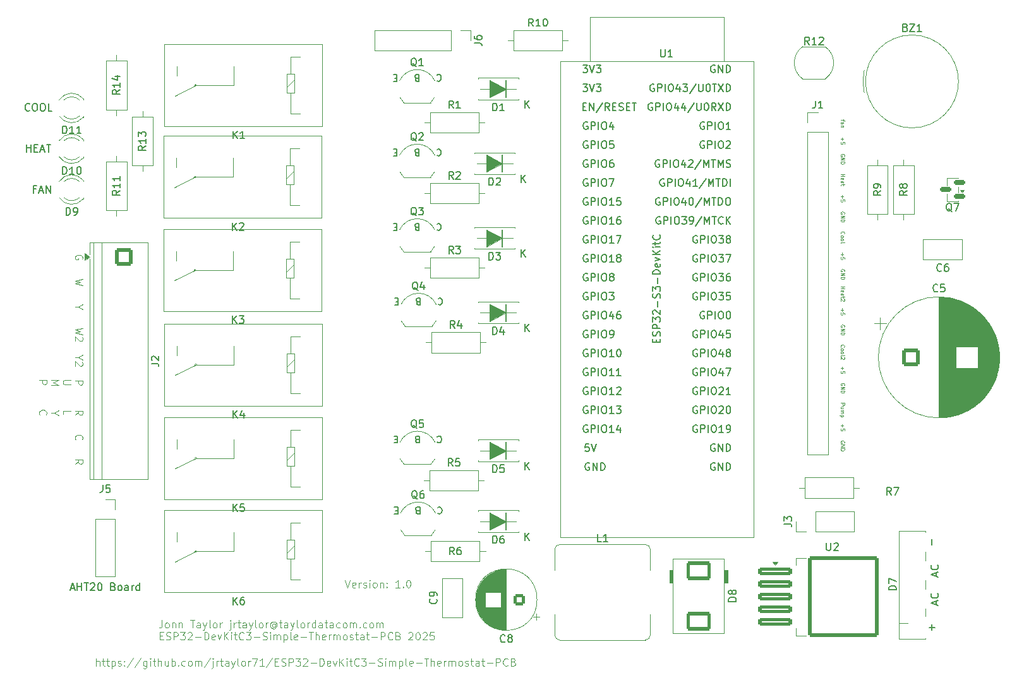
<source format=gbr>
%TF.GenerationSoftware,KiCad,Pcbnew,9.0.6-9.0.6~ubuntu22.04.1*%
%TF.CreationDate,2025-12-12T21:38:59-06:00*%
%TF.ProjectId,ESP32-DevKitC3-Simple-Thermostat-PCB,45535033-322d-4446-9576-4b697443332d,rev?*%
%TF.SameCoordinates,Original*%
%TF.FileFunction,Legend,Top*%
%TF.FilePolarity,Positive*%
%FSLAX46Y46*%
G04 Gerber Fmt 4.6, Leading zero omitted, Abs format (unit mm)*
G04 Created by KiCad (PCBNEW 9.0.6-9.0.6~ubuntu22.04.1) date 2025-12-12 21:38:59*
%MOMM*%
%LPD*%
G01*
G04 APERTURE LIST*
G04 Aperture macros list*
%AMRoundRect*
0 Rectangle with rounded corners*
0 $1 Rounding radius*
0 $2 $3 $4 $5 $6 $7 $8 $9 X,Y pos of 4 corners*
0 Add a 4 corners polygon primitive as box body*
4,1,4,$2,$3,$4,$5,$6,$7,$8,$9,$2,$3,0*
0 Add four circle primitives for the rounded corners*
1,1,$1+$1,$2,$3*
1,1,$1+$1,$4,$5*
1,1,$1+$1,$6,$7*
1,1,$1+$1,$8,$9*
0 Add four rect primitives between the rounded corners*
20,1,$1+$1,$2,$3,$4,$5,0*
20,1,$1+$1,$4,$5,$6,$7,0*
20,1,$1+$1,$6,$7,$8,$9,0*
20,1,$1+$1,$8,$9,$2,$3,0*%
G04 Aperture macros list end*
%ADD10C,0.100000*%
%ADD11C,0.150000*%
%ADD12C,0.120000*%
%ADD13C,0.200000*%
%ADD14C,1.600000*%
%ADD15R,1.700000X1.700000*%
%ADD16C,1.700000*%
%ADD17C,6.000000*%
%ADD18R,2.300000X2.300000*%
%ADD19C,2.300000*%
%ADD20R,1.500000X1.500000*%
%ADD21C,1.500000*%
%ADD22R,1.800000X1.800000*%
%ADD23C,1.800000*%
%ADD24RoundRect,0.150000X0.587500X0.150000X-0.587500X0.150000X-0.587500X-0.150000X0.587500X-0.150000X0*%
%ADD25RoundRect,0.250001X-0.949999X0.949999X-0.949999X-0.949999X0.949999X-0.949999X0.949999X0.949999X0*%
%ADD26C,2.400000*%
%ADD27R,2.200000X2.200000*%
%ADD28O,2.200000X2.200000*%
%ADD29C,2.700000*%
%ADD30R,2.000000X2.000000*%
%ADD31C,2.000000*%
%ADD32RoundRect,0.250000X0.550000X0.550000X-0.550000X0.550000X-0.550000X-0.550000X0.550000X-0.550000X0*%
%ADD33R,2.400000X2.400000*%
%ADD34R,2.000000X1.200000*%
%ADD35O,2.000000X1.200000*%
%ADD36RoundRect,0.250000X-2.050000X-0.300000X2.050000X-0.300000X2.050000X0.300000X-2.050000X0.300000X0*%
%ADD37RoundRect,0.250002X-4.449998X-5.149998X4.449998X-5.149998X4.449998X5.149998X-4.449998X5.149998X0*%
%ADD38RoundRect,0.250000X-1.400000X-1.000000X1.400000X-1.000000X1.400000X1.000000X-1.400000X1.000000X0*%
%ADD39R,2.900000X5.400000*%
%ADD40RoundRect,0.250001X-0.949999X-0.949999X0.949999X-0.949999X0.949999X0.949999X-0.949999X0.949999X0*%
G04 APERTURE END LIST*
D10*
X40589598Y-109262475D02*
X40589598Y-109976760D01*
X40589598Y-109976760D02*
X40541979Y-110119617D01*
X40541979Y-110119617D02*
X40446741Y-110214856D01*
X40446741Y-110214856D02*
X40303884Y-110262475D01*
X40303884Y-110262475D02*
X40208646Y-110262475D01*
X41208646Y-110262475D02*
X41113408Y-110214856D01*
X41113408Y-110214856D02*
X41065789Y-110167236D01*
X41065789Y-110167236D02*
X41018170Y-110071998D01*
X41018170Y-110071998D02*
X41018170Y-109786284D01*
X41018170Y-109786284D02*
X41065789Y-109691046D01*
X41065789Y-109691046D02*
X41113408Y-109643427D01*
X41113408Y-109643427D02*
X41208646Y-109595808D01*
X41208646Y-109595808D02*
X41351503Y-109595808D01*
X41351503Y-109595808D02*
X41446741Y-109643427D01*
X41446741Y-109643427D02*
X41494360Y-109691046D01*
X41494360Y-109691046D02*
X41541979Y-109786284D01*
X41541979Y-109786284D02*
X41541979Y-110071998D01*
X41541979Y-110071998D02*
X41494360Y-110167236D01*
X41494360Y-110167236D02*
X41446741Y-110214856D01*
X41446741Y-110214856D02*
X41351503Y-110262475D01*
X41351503Y-110262475D02*
X41208646Y-110262475D01*
X41970551Y-109595808D02*
X41970551Y-110262475D01*
X41970551Y-109691046D02*
X42018170Y-109643427D01*
X42018170Y-109643427D02*
X42113408Y-109595808D01*
X42113408Y-109595808D02*
X42256265Y-109595808D01*
X42256265Y-109595808D02*
X42351503Y-109643427D01*
X42351503Y-109643427D02*
X42399122Y-109738665D01*
X42399122Y-109738665D02*
X42399122Y-110262475D01*
X42875313Y-109595808D02*
X42875313Y-110262475D01*
X42875313Y-109691046D02*
X42922932Y-109643427D01*
X42922932Y-109643427D02*
X43018170Y-109595808D01*
X43018170Y-109595808D02*
X43161027Y-109595808D01*
X43161027Y-109595808D02*
X43256265Y-109643427D01*
X43256265Y-109643427D02*
X43303884Y-109738665D01*
X43303884Y-109738665D02*
X43303884Y-110262475D01*
X44399123Y-109262475D02*
X44970551Y-109262475D01*
X44684837Y-110262475D02*
X44684837Y-109262475D01*
X45732456Y-110262475D02*
X45732456Y-109738665D01*
X45732456Y-109738665D02*
X45684837Y-109643427D01*
X45684837Y-109643427D02*
X45589599Y-109595808D01*
X45589599Y-109595808D02*
X45399123Y-109595808D01*
X45399123Y-109595808D02*
X45303885Y-109643427D01*
X45732456Y-110214856D02*
X45637218Y-110262475D01*
X45637218Y-110262475D02*
X45399123Y-110262475D01*
X45399123Y-110262475D02*
X45303885Y-110214856D01*
X45303885Y-110214856D02*
X45256266Y-110119617D01*
X45256266Y-110119617D02*
X45256266Y-110024379D01*
X45256266Y-110024379D02*
X45303885Y-109929141D01*
X45303885Y-109929141D02*
X45399123Y-109881522D01*
X45399123Y-109881522D02*
X45637218Y-109881522D01*
X45637218Y-109881522D02*
X45732456Y-109833903D01*
X46113409Y-109595808D02*
X46351504Y-110262475D01*
X46589599Y-109595808D02*
X46351504Y-110262475D01*
X46351504Y-110262475D02*
X46256266Y-110500570D01*
X46256266Y-110500570D02*
X46208647Y-110548189D01*
X46208647Y-110548189D02*
X46113409Y-110595808D01*
X47113409Y-110262475D02*
X47018171Y-110214856D01*
X47018171Y-110214856D02*
X46970552Y-110119617D01*
X46970552Y-110119617D02*
X46970552Y-109262475D01*
X47637219Y-110262475D02*
X47541981Y-110214856D01*
X47541981Y-110214856D02*
X47494362Y-110167236D01*
X47494362Y-110167236D02*
X47446743Y-110071998D01*
X47446743Y-110071998D02*
X47446743Y-109786284D01*
X47446743Y-109786284D02*
X47494362Y-109691046D01*
X47494362Y-109691046D02*
X47541981Y-109643427D01*
X47541981Y-109643427D02*
X47637219Y-109595808D01*
X47637219Y-109595808D02*
X47780076Y-109595808D01*
X47780076Y-109595808D02*
X47875314Y-109643427D01*
X47875314Y-109643427D02*
X47922933Y-109691046D01*
X47922933Y-109691046D02*
X47970552Y-109786284D01*
X47970552Y-109786284D02*
X47970552Y-110071998D01*
X47970552Y-110071998D02*
X47922933Y-110167236D01*
X47922933Y-110167236D02*
X47875314Y-110214856D01*
X47875314Y-110214856D02*
X47780076Y-110262475D01*
X47780076Y-110262475D02*
X47637219Y-110262475D01*
X48399124Y-110262475D02*
X48399124Y-109595808D01*
X48399124Y-109786284D02*
X48446743Y-109691046D01*
X48446743Y-109691046D02*
X48494362Y-109643427D01*
X48494362Y-109643427D02*
X48589600Y-109595808D01*
X48589600Y-109595808D02*
X48684838Y-109595808D01*
X49780077Y-109595808D02*
X49780077Y-110452951D01*
X49780077Y-110452951D02*
X49732458Y-110548189D01*
X49732458Y-110548189D02*
X49637220Y-110595808D01*
X49637220Y-110595808D02*
X49589601Y-110595808D01*
X49780077Y-109262475D02*
X49732458Y-109310094D01*
X49732458Y-109310094D02*
X49780077Y-109357713D01*
X49780077Y-109357713D02*
X49827696Y-109310094D01*
X49827696Y-109310094D02*
X49780077Y-109262475D01*
X49780077Y-109262475D02*
X49780077Y-109357713D01*
X50256267Y-110262475D02*
X50256267Y-109595808D01*
X50256267Y-109786284D02*
X50303886Y-109691046D01*
X50303886Y-109691046D02*
X50351505Y-109643427D01*
X50351505Y-109643427D02*
X50446743Y-109595808D01*
X50446743Y-109595808D02*
X50541981Y-109595808D01*
X50732458Y-109595808D02*
X51113410Y-109595808D01*
X50875315Y-109262475D02*
X50875315Y-110119617D01*
X50875315Y-110119617D02*
X50922934Y-110214856D01*
X50922934Y-110214856D02*
X51018172Y-110262475D01*
X51018172Y-110262475D02*
X51113410Y-110262475D01*
X51875315Y-110262475D02*
X51875315Y-109738665D01*
X51875315Y-109738665D02*
X51827696Y-109643427D01*
X51827696Y-109643427D02*
X51732458Y-109595808D01*
X51732458Y-109595808D02*
X51541982Y-109595808D01*
X51541982Y-109595808D02*
X51446744Y-109643427D01*
X51875315Y-110214856D02*
X51780077Y-110262475D01*
X51780077Y-110262475D02*
X51541982Y-110262475D01*
X51541982Y-110262475D02*
X51446744Y-110214856D01*
X51446744Y-110214856D02*
X51399125Y-110119617D01*
X51399125Y-110119617D02*
X51399125Y-110024379D01*
X51399125Y-110024379D02*
X51446744Y-109929141D01*
X51446744Y-109929141D02*
X51541982Y-109881522D01*
X51541982Y-109881522D02*
X51780077Y-109881522D01*
X51780077Y-109881522D02*
X51875315Y-109833903D01*
X52256268Y-109595808D02*
X52494363Y-110262475D01*
X52732458Y-109595808D02*
X52494363Y-110262475D01*
X52494363Y-110262475D02*
X52399125Y-110500570D01*
X52399125Y-110500570D02*
X52351506Y-110548189D01*
X52351506Y-110548189D02*
X52256268Y-110595808D01*
X53256268Y-110262475D02*
X53161030Y-110214856D01*
X53161030Y-110214856D02*
X53113411Y-110119617D01*
X53113411Y-110119617D02*
X53113411Y-109262475D01*
X53780078Y-110262475D02*
X53684840Y-110214856D01*
X53684840Y-110214856D02*
X53637221Y-110167236D01*
X53637221Y-110167236D02*
X53589602Y-110071998D01*
X53589602Y-110071998D02*
X53589602Y-109786284D01*
X53589602Y-109786284D02*
X53637221Y-109691046D01*
X53637221Y-109691046D02*
X53684840Y-109643427D01*
X53684840Y-109643427D02*
X53780078Y-109595808D01*
X53780078Y-109595808D02*
X53922935Y-109595808D01*
X53922935Y-109595808D02*
X54018173Y-109643427D01*
X54018173Y-109643427D02*
X54065792Y-109691046D01*
X54065792Y-109691046D02*
X54113411Y-109786284D01*
X54113411Y-109786284D02*
X54113411Y-110071998D01*
X54113411Y-110071998D02*
X54065792Y-110167236D01*
X54065792Y-110167236D02*
X54018173Y-110214856D01*
X54018173Y-110214856D02*
X53922935Y-110262475D01*
X53922935Y-110262475D02*
X53780078Y-110262475D01*
X54541983Y-110262475D02*
X54541983Y-109595808D01*
X54541983Y-109786284D02*
X54589602Y-109691046D01*
X54589602Y-109691046D02*
X54637221Y-109643427D01*
X54637221Y-109643427D02*
X54732459Y-109595808D01*
X54732459Y-109595808D02*
X54827697Y-109595808D01*
X55780078Y-109786284D02*
X55732459Y-109738665D01*
X55732459Y-109738665D02*
X55637221Y-109691046D01*
X55637221Y-109691046D02*
X55541983Y-109691046D01*
X55541983Y-109691046D02*
X55446745Y-109738665D01*
X55446745Y-109738665D02*
X55399126Y-109786284D01*
X55399126Y-109786284D02*
X55351507Y-109881522D01*
X55351507Y-109881522D02*
X55351507Y-109976760D01*
X55351507Y-109976760D02*
X55399126Y-110071998D01*
X55399126Y-110071998D02*
X55446745Y-110119617D01*
X55446745Y-110119617D02*
X55541983Y-110167236D01*
X55541983Y-110167236D02*
X55637221Y-110167236D01*
X55637221Y-110167236D02*
X55732459Y-110119617D01*
X55732459Y-110119617D02*
X55780078Y-110071998D01*
X55780078Y-109691046D02*
X55780078Y-110071998D01*
X55780078Y-110071998D02*
X55827697Y-110119617D01*
X55827697Y-110119617D02*
X55875316Y-110119617D01*
X55875316Y-110119617D02*
X55970555Y-110071998D01*
X55970555Y-110071998D02*
X56018174Y-109976760D01*
X56018174Y-109976760D02*
X56018174Y-109738665D01*
X56018174Y-109738665D02*
X55922936Y-109595808D01*
X55922936Y-109595808D02*
X55780078Y-109500570D01*
X55780078Y-109500570D02*
X55589602Y-109452951D01*
X55589602Y-109452951D02*
X55399126Y-109500570D01*
X55399126Y-109500570D02*
X55256269Y-109595808D01*
X55256269Y-109595808D02*
X55161031Y-109738665D01*
X55161031Y-109738665D02*
X55113412Y-109929141D01*
X55113412Y-109929141D02*
X55161031Y-110119617D01*
X55161031Y-110119617D02*
X55256269Y-110262475D01*
X55256269Y-110262475D02*
X55399126Y-110357713D01*
X55399126Y-110357713D02*
X55589602Y-110405332D01*
X55589602Y-110405332D02*
X55780078Y-110357713D01*
X55780078Y-110357713D02*
X55922936Y-110262475D01*
X56303888Y-109595808D02*
X56684840Y-109595808D01*
X56446745Y-109262475D02*
X56446745Y-110119617D01*
X56446745Y-110119617D02*
X56494364Y-110214856D01*
X56494364Y-110214856D02*
X56589602Y-110262475D01*
X56589602Y-110262475D02*
X56684840Y-110262475D01*
X57446745Y-110262475D02*
X57446745Y-109738665D01*
X57446745Y-109738665D02*
X57399126Y-109643427D01*
X57399126Y-109643427D02*
X57303888Y-109595808D01*
X57303888Y-109595808D02*
X57113412Y-109595808D01*
X57113412Y-109595808D02*
X57018174Y-109643427D01*
X57446745Y-110214856D02*
X57351507Y-110262475D01*
X57351507Y-110262475D02*
X57113412Y-110262475D01*
X57113412Y-110262475D02*
X57018174Y-110214856D01*
X57018174Y-110214856D02*
X56970555Y-110119617D01*
X56970555Y-110119617D02*
X56970555Y-110024379D01*
X56970555Y-110024379D02*
X57018174Y-109929141D01*
X57018174Y-109929141D02*
X57113412Y-109881522D01*
X57113412Y-109881522D02*
X57351507Y-109881522D01*
X57351507Y-109881522D02*
X57446745Y-109833903D01*
X57827698Y-109595808D02*
X58065793Y-110262475D01*
X58303888Y-109595808D02*
X58065793Y-110262475D01*
X58065793Y-110262475D02*
X57970555Y-110500570D01*
X57970555Y-110500570D02*
X57922936Y-110548189D01*
X57922936Y-110548189D02*
X57827698Y-110595808D01*
X58827698Y-110262475D02*
X58732460Y-110214856D01*
X58732460Y-110214856D02*
X58684841Y-110119617D01*
X58684841Y-110119617D02*
X58684841Y-109262475D01*
X59351508Y-110262475D02*
X59256270Y-110214856D01*
X59256270Y-110214856D02*
X59208651Y-110167236D01*
X59208651Y-110167236D02*
X59161032Y-110071998D01*
X59161032Y-110071998D02*
X59161032Y-109786284D01*
X59161032Y-109786284D02*
X59208651Y-109691046D01*
X59208651Y-109691046D02*
X59256270Y-109643427D01*
X59256270Y-109643427D02*
X59351508Y-109595808D01*
X59351508Y-109595808D02*
X59494365Y-109595808D01*
X59494365Y-109595808D02*
X59589603Y-109643427D01*
X59589603Y-109643427D02*
X59637222Y-109691046D01*
X59637222Y-109691046D02*
X59684841Y-109786284D01*
X59684841Y-109786284D02*
X59684841Y-110071998D01*
X59684841Y-110071998D02*
X59637222Y-110167236D01*
X59637222Y-110167236D02*
X59589603Y-110214856D01*
X59589603Y-110214856D02*
X59494365Y-110262475D01*
X59494365Y-110262475D02*
X59351508Y-110262475D01*
X60113413Y-110262475D02*
X60113413Y-109595808D01*
X60113413Y-109786284D02*
X60161032Y-109691046D01*
X60161032Y-109691046D02*
X60208651Y-109643427D01*
X60208651Y-109643427D02*
X60303889Y-109595808D01*
X60303889Y-109595808D02*
X60399127Y-109595808D01*
X61161032Y-110262475D02*
X61161032Y-109262475D01*
X61161032Y-110214856D02*
X61065794Y-110262475D01*
X61065794Y-110262475D02*
X60875318Y-110262475D01*
X60875318Y-110262475D02*
X60780080Y-110214856D01*
X60780080Y-110214856D02*
X60732461Y-110167236D01*
X60732461Y-110167236D02*
X60684842Y-110071998D01*
X60684842Y-110071998D02*
X60684842Y-109786284D01*
X60684842Y-109786284D02*
X60732461Y-109691046D01*
X60732461Y-109691046D02*
X60780080Y-109643427D01*
X60780080Y-109643427D02*
X60875318Y-109595808D01*
X60875318Y-109595808D02*
X61065794Y-109595808D01*
X61065794Y-109595808D02*
X61161032Y-109643427D01*
X62065794Y-110262475D02*
X62065794Y-109738665D01*
X62065794Y-109738665D02*
X62018175Y-109643427D01*
X62018175Y-109643427D02*
X61922937Y-109595808D01*
X61922937Y-109595808D02*
X61732461Y-109595808D01*
X61732461Y-109595808D02*
X61637223Y-109643427D01*
X62065794Y-110214856D02*
X61970556Y-110262475D01*
X61970556Y-110262475D02*
X61732461Y-110262475D01*
X61732461Y-110262475D02*
X61637223Y-110214856D01*
X61637223Y-110214856D02*
X61589604Y-110119617D01*
X61589604Y-110119617D02*
X61589604Y-110024379D01*
X61589604Y-110024379D02*
X61637223Y-109929141D01*
X61637223Y-109929141D02*
X61732461Y-109881522D01*
X61732461Y-109881522D02*
X61970556Y-109881522D01*
X61970556Y-109881522D02*
X62065794Y-109833903D01*
X62399128Y-109595808D02*
X62780080Y-109595808D01*
X62541985Y-109262475D02*
X62541985Y-110119617D01*
X62541985Y-110119617D02*
X62589604Y-110214856D01*
X62589604Y-110214856D02*
X62684842Y-110262475D01*
X62684842Y-110262475D02*
X62780080Y-110262475D01*
X63541985Y-110262475D02*
X63541985Y-109738665D01*
X63541985Y-109738665D02*
X63494366Y-109643427D01*
X63494366Y-109643427D02*
X63399128Y-109595808D01*
X63399128Y-109595808D02*
X63208652Y-109595808D01*
X63208652Y-109595808D02*
X63113414Y-109643427D01*
X63541985Y-110214856D02*
X63446747Y-110262475D01*
X63446747Y-110262475D02*
X63208652Y-110262475D01*
X63208652Y-110262475D02*
X63113414Y-110214856D01*
X63113414Y-110214856D02*
X63065795Y-110119617D01*
X63065795Y-110119617D02*
X63065795Y-110024379D01*
X63065795Y-110024379D02*
X63113414Y-109929141D01*
X63113414Y-109929141D02*
X63208652Y-109881522D01*
X63208652Y-109881522D02*
X63446747Y-109881522D01*
X63446747Y-109881522D02*
X63541985Y-109833903D01*
X64446747Y-110214856D02*
X64351509Y-110262475D01*
X64351509Y-110262475D02*
X64161033Y-110262475D01*
X64161033Y-110262475D02*
X64065795Y-110214856D01*
X64065795Y-110214856D02*
X64018176Y-110167236D01*
X64018176Y-110167236D02*
X63970557Y-110071998D01*
X63970557Y-110071998D02*
X63970557Y-109786284D01*
X63970557Y-109786284D02*
X64018176Y-109691046D01*
X64018176Y-109691046D02*
X64065795Y-109643427D01*
X64065795Y-109643427D02*
X64161033Y-109595808D01*
X64161033Y-109595808D02*
X64351509Y-109595808D01*
X64351509Y-109595808D02*
X64446747Y-109643427D01*
X65018176Y-110262475D02*
X64922938Y-110214856D01*
X64922938Y-110214856D02*
X64875319Y-110167236D01*
X64875319Y-110167236D02*
X64827700Y-110071998D01*
X64827700Y-110071998D02*
X64827700Y-109786284D01*
X64827700Y-109786284D02*
X64875319Y-109691046D01*
X64875319Y-109691046D02*
X64922938Y-109643427D01*
X64922938Y-109643427D02*
X65018176Y-109595808D01*
X65018176Y-109595808D02*
X65161033Y-109595808D01*
X65161033Y-109595808D02*
X65256271Y-109643427D01*
X65256271Y-109643427D02*
X65303890Y-109691046D01*
X65303890Y-109691046D02*
X65351509Y-109786284D01*
X65351509Y-109786284D02*
X65351509Y-110071998D01*
X65351509Y-110071998D02*
X65303890Y-110167236D01*
X65303890Y-110167236D02*
X65256271Y-110214856D01*
X65256271Y-110214856D02*
X65161033Y-110262475D01*
X65161033Y-110262475D02*
X65018176Y-110262475D01*
X65780081Y-110262475D02*
X65780081Y-109595808D01*
X65780081Y-109691046D02*
X65827700Y-109643427D01*
X65827700Y-109643427D02*
X65922938Y-109595808D01*
X65922938Y-109595808D02*
X66065795Y-109595808D01*
X66065795Y-109595808D02*
X66161033Y-109643427D01*
X66161033Y-109643427D02*
X66208652Y-109738665D01*
X66208652Y-109738665D02*
X66208652Y-110262475D01*
X66208652Y-109738665D02*
X66256271Y-109643427D01*
X66256271Y-109643427D02*
X66351509Y-109595808D01*
X66351509Y-109595808D02*
X66494366Y-109595808D01*
X66494366Y-109595808D02*
X66589605Y-109643427D01*
X66589605Y-109643427D02*
X66637224Y-109738665D01*
X66637224Y-109738665D02*
X66637224Y-110262475D01*
X67113414Y-110167236D02*
X67161033Y-110214856D01*
X67161033Y-110214856D02*
X67113414Y-110262475D01*
X67113414Y-110262475D02*
X67065795Y-110214856D01*
X67065795Y-110214856D02*
X67113414Y-110167236D01*
X67113414Y-110167236D02*
X67113414Y-110262475D01*
X68018175Y-110214856D02*
X67922937Y-110262475D01*
X67922937Y-110262475D02*
X67732461Y-110262475D01*
X67732461Y-110262475D02*
X67637223Y-110214856D01*
X67637223Y-110214856D02*
X67589604Y-110167236D01*
X67589604Y-110167236D02*
X67541985Y-110071998D01*
X67541985Y-110071998D02*
X67541985Y-109786284D01*
X67541985Y-109786284D02*
X67589604Y-109691046D01*
X67589604Y-109691046D02*
X67637223Y-109643427D01*
X67637223Y-109643427D02*
X67732461Y-109595808D01*
X67732461Y-109595808D02*
X67922937Y-109595808D01*
X67922937Y-109595808D02*
X68018175Y-109643427D01*
X68589604Y-110262475D02*
X68494366Y-110214856D01*
X68494366Y-110214856D02*
X68446747Y-110167236D01*
X68446747Y-110167236D02*
X68399128Y-110071998D01*
X68399128Y-110071998D02*
X68399128Y-109786284D01*
X68399128Y-109786284D02*
X68446747Y-109691046D01*
X68446747Y-109691046D02*
X68494366Y-109643427D01*
X68494366Y-109643427D02*
X68589604Y-109595808D01*
X68589604Y-109595808D02*
X68732461Y-109595808D01*
X68732461Y-109595808D02*
X68827699Y-109643427D01*
X68827699Y-109643427D02*
X68875318Y-109691046D01*
X68875318Y-109691046D02*
X68922937Y-109786284D01*
X68922937Y-109786284D02*
X68922937Y-110071998D01*
X68922937Y-110071998D02*
X68875318Y-110167236D01*
X68875318Y-110167236D02*
X68827699Y-110214856D01*
X68827699Y-110214856D02*
X68732461Y-110262475D01*
X68732461Y-110262475D02*
X68589604Y-110262475D01*
X69351509Y-110262475D02*
X69351509Y-109595808D01*
X69351509Y-109691046D02*
X69399128Y-109643427D01*
X69399128Y-109643427D02*
X69494366Y-109595808D01*
X69494366Y-109595808D02*
X69637223Y-109595808D01*
X69637223Y-109595808D02*
X69732461Y-109643427D01*
X69732461Y-109643427D02*
X69780080Y-109738665D01*
X69780080Y-109738665D02*
X69780080Y-110262475D01*
X69780080Y-109738665D02*
X69827699Y-109643427D01*
X69827699Y-109643427D02*
X69922937Y-109595808D01*
X69922937Y-109595808D02*
X70065794Y-109595808D01*
X70065794Y-109595808D02*
X70161033Y-109643427D01*
X70161033Y-109643427D02*
X70208652Y-109738665D01*
X70208652Y-109738665D02*
X70208652Y-110262475D01*
X40303884Y-111348609D02*
X40637217Y-111348609D01*
X40780074Y-111872419D02*
X40303884Y-111872419D01*
X40303884Y-111872419D02*
X40303884Y-110872419D01*
X40303884Y-110872419D02*
X40780074Y-110872419D01*
X41161027Y-111824800D02*
X41303884Y-111872419D01*
X41303884Y-111872419D02*
X41541979Y-111872419D01*
X41541979Y-111872419D02*
X41637217Y-111824800D01*
X41637217Y-111824800D02*
X41684836Y-111777180D01*
X41684836Y-111777180D02*
X41732455Y-111681942D01*
X41732455Y-111681942D02*
X41732455Y-111586704D01*
X41732455Y-111586704D02*
X41684836Y-111491466D01*
X41684836Y-111491466D02*
X41637217Y-111443847D01*
X41637217Y-111443847D02*
X41541979Y-111396228D01*
X41541979Y-111396228D02*
X41351503Y-111348609D01*
X41351503Y-111348609D02*
X41256265Y-111300990D01*
X41256265Y-111300990D02*
X41208646Y-111253371D01*
X41208646Y-111253371D02*
X41161027Y-111158133D01*
X41161027Y-111158133D02*
X41161027Y-111062895D01*
X41161027Y-111062895D02*
X41208646Y-110967657D01*
X41208646Y-110967657D02*
X41256265Y-110920038D01*
X41256265Y-110920038D02*
X41351503Y-110872419D01*
X41351503Y-110872419D02*
X41589598Y-110872419D01*
X41589598Y-110872419D02*
X41732455Y-110920038D01*
X42161027Y-111872419D02*
X42161027Y-110872419D01*
X42161027Y-110872419D02*
X42541979Y-110872419D01*
X42541979Y-110872419D02*
X42637217Y-110920038D01*
X42637217Y-110920038D02*
X42684836Y-110967657D01*
X42684836Y-110967657D02*
X42732455Y-111062895D01*
X42732455Y-111062895D02*
X42732455Y-111205752D01*
X42732455Y-111205752D02*
X42684836Y-111300990D01*
X42684836Y-111300990D02*
X42637217Y-111348609D01*
X42637217Y-111348609D02*
X42541979Y-111396228D01*
X42541979Y-111396228D02*
X42161027Y-111396228D01*
X43065789Y-110872419D02*
X43684836Y-110872419D01*
X43684836Y-110872419D02*
X43351503Y-111253371D01*
X43351503Y-111253371D02*
X43494360Y-111253371D01*
X43494360Y-111253371D02*
X43589598Y-111300990D01*
X43589598Y-111300990D02*
X43637217Y-111348609D01*
X43637217Y-111348609D02*
X43684836Y-111443847D01*
X43684836Y-111443847D02*
X43684836Y-111681942D01*
X43684836Y-111681942D02*
X43637217Y-111777180D01*
X43637217Y-111777180D02*
X43589598Y-111824800D01*
X43589598Y-111824800D02*
X43494360Y-111872419D01*
X43494360Y-111872419D02*
X43208646Y-111872419D01*
X43208646Y-111872419D02*
X43113408Y-111824800D01*
X43113408Y-111824800D02*
X43065789Y-111777180D01*
X44065789Y-110967657D02*
X44113408Y-110920038D01*
X44113408Y-110920038D02*
X44208646Y-110872419D01*
X44208646Y-110872419D02*
X44446741Y-110872419D01*
X44446741Y-110872419D02*
X44541979Y-110920038D01*
X44541979Y-110920038D02*
X44589598Y-110967657D01*
X44589598Y-110967657D02*
X44637217Y-111062895D01*
X44637217Y-111062895D02*
X44637217Y-111158133D01*
X44637217Y-111158133D02*
X44589598Y-111300990D01*
X44589598Y-111300990D02*
X44018170Y-111872419D01*
X44018170Y-111872419D02*
X44637217Y-111872419D01*
X45065789Y-111491466D02*
X45827694Y-111491466D01*
X46303884Y-111872419D02*
X46303884Y-110872419D01*
X46303884Y-110872419D02*
X46541979Y-110872419D01*
X46541979Y-110872419D02*
X46684836Y-110920038D01*
X46684836Y-110920038D02*
X46780074Y-111015276D01*
X46780074Y-111015276D02*
X46827693Y-111110514D01*
X46827693Y-111110514D02*
X46875312Y-111300990D01*
X46875312Y-111300990D02*
X46875312Y-111443847D01*
X46875312Y-111443847D02*
X46827693Y-111634323D01*
X46827693Y-111634323D02*
X46780074Y-111729561D01*
X46780074Y-111729561D02*
X46684836Y-111824800D01*
X46684836Y-111824800D02*
X46541979Y-111872419D01*
X46541979Y-111872419D02*
X46303884Y-111872419D01*
X47684836Y-111824800D02*
X47589598Y-111872419D01*
X47589598Y-111872419D02*
X47399122Y-111872419D01*
X47399122Y-111872419D02*
X47303884Y-111824800D01*
X47303884Y-111824800D02*
X47256265Y-111729561D01*
X47256265Y-111729561D02*
X47256265Y-111348609D01*
X47256265Y-111348609D02*
X47303884Y-111253371D01*
X47303884Y-111253371D02*
X47399122Y-111205752D01*
X47399122Y-111205752D02*
X47589598Y-111205752D01*
X47589598Y-111205752D02*
X47684836Y-111253371D01*
X47684836Y-111253371D02*
X47732455Y-111348609D01*
X47732455Y-111348609D02*
X47732455Y-111443847D01*
X47732455Y-111443847D02*
X47256265Y-111539085D01*
X48065789Y-111205752D02*
X48303884Y-111872419D01*
X48303884Y-111872419D02*
X48541979Y-111205752D01*
X48922932Y-111872419D02*
X48922932Y-110872419D01*
X49494360Y-111872419D02*
X49065789Y-111300990D01*
X49494360Y-110872419D02*
X48922932Y-111443847D01*
X49922932Y-111872419D02*
X49922932Y-111205752D01*
X49922932Y-110872419D02*
X49875313Y-110920038D01*
X49875313Y-110920038D02*
X49922932Y-110967657D01*
X49922932Y-110967657D02*
X49970551Y-110920038D01*
X49970551Y-110920038D02*
X49922932Y-110872419D01*
X49922932Y-110872419D02*
X49922932Y-110967657D01*
X50256265Y-111205752D02*
X50637217Y-111205752D01*
X50399122Y-110872419D02*
X50399122Y-111729561D01*
X50399122Y-111729561D02*
X50446741Y-111824800D01*
X50446741Y-111824800D02*
X50541979Y-111872419D01*
X50541979Y-111872419D02*
X50637217Y-111872419D01*
X51541979Y-111777180D02*
X51494360Y-111824800D01*
X51494360Y-111824800D02*
X51351503Y-111872419D01*
X51351503Y-111872419D02*
X51256265Y-111872419D01*
X51256265Y-111872419D02*
X51113408Y-111824800D01*
X51113408Y-111824800D02*
X51018170Y-111729561D01*
X51018170Y-111729561D02*
X50970551Y-111634323D01*
X50970551Y-111634323D02*
X50922932Y-111443847D01*
X50922932Y-111443847D02*
X50922932Y-111300990D01*
X50922932Y-111300990D02*
X50970551Y-111110514D01*
X50970551Y-111110514D02*
X51018170Y-111015276D01*
X51018170Y-111015276D02*
X51113408Y-110920038D01*
X51113408Y-110920038D02*
X51256265Y-110872419D01*
X51256265Y-110872419D02*
X51351503Y-110872419D01*
X51351503Y-110872419D02*
X51494360Y-110920038D01*
X51494360Y-110920038D02*
X51541979Y-110967657D01*
X51875313Y-110872419D02*
X52494360Y-110872419D01*
X52494360Y-110872419D02*
X52161027Y-111253371D01*
X52161027Y-111253371D02*
X52303884Y-111253371D01*
X52303884Y-111253371D02*
X52399122Y-111300990D01*
X52399122Y-111300990D02*
X52446741Y-111348609D01*
X52446741Y-111348609D02*
X52494360Y-111443847D01*
X52494360Y-111443847D02*
X52494360Y-111681942D01*
X52494360Y-111681942D02*
X52446741Y-111777180D01*
X52446741Y-111777180D02*
X52399122Y-111824800D01*
X52399122Y-111824800D02*
X52303884Y-111872419D01*
X52303884Y-111872419D02*
X52018170Y-111872419D01*
X52018170Y-111872419D02*
X51922932Y-111824800D01*
X51922932Y-111824800D02*
X51875313Y-111777180D01*
X52922932Y-111491466D02*
X53684837Y-111491466D01*
X54113408Y-111824800D02*
X54256265Y-111872419D01*
X54256265Y-111872419D02*
X54494360Y-111872419D01*
X54494360Y-111872419D02*
X54589598Y-111824800D01*
X54589598Y-111824800D02*
X54637217Y-111777180D01*
X54637217Y-111777180D02*
X54684836Y-111681942D01*
X54684836Y-111681942D02*
X54684836Y-111586704D01*
X54684836Y-111586704D02*
X54637217Y-111491466D01*
X54637217Y-111491466D02*
X54589598Y-111443847D01*
X54589598Y-111443847D02*
X54494360Y-111396228D01*
X54494360Y-111396228D02*
X54303884Y-111348609D01*
X54303884Y-111348609D02*
X54208646Y-111300990D01*
X54208646Y-111300990D02*
X54161027Y-111253371D01*
X54161027Y-111253371D02*
X54113408Y-111158133D01*
X54113408Y-111158133D02*
X54113408Y-111062895D01*
X54113408Y-111062895D02*
X54161027Y-110967657D01*
X54161027Y-110967657D02*
X54208646Y-110920038D01*
X54208646Y-110920038D02*
X54303884Y-110872419D01*
X54303884Y-110872419D02*
X54541979Y-110872419D01*
X54541979Y-110872419D02*
X54684836Y-110920038D01*
X55113408Y-111872419D02*
X55113408Y-111205752D01*
X55113408Y-110872419D02*
X55065789Y-110920038D01*
X55065789Y-110920038D02*
X55113408Y-110967657D01*
X55113408Y-110967657D02*
X55161027Y-110920038D01*
X55161027Y-110920038D02*
X55113408Y-110872419D01*
X55113408Y-110872419D02*
X55113408Y-110967657D01*
X55589598Y-111872419D02*
X55589598Y-111205752D01*
X55589598Y-111300990D02*
X55637217Y-111253371D01*
X55637217Y-111253371D02*
X55732455Y-111205752D01*
X55732455Y-111205752D02*
X55875312Y-111205752D01*
X55875312Y-111205752D02*
X55970550Y-111253371D01*
X55970550Y-111253371D02*
X56018169Y-111348609D01*
X56018169Y-111348609D02*
X56018169Y-111872419D01*
X56018169Y-111348609D02*
X56065788Y-111253371D01*
X56065788Y-111253371D02*
X56161026Y-111205752D01*
X56161026Y-111205752D02*
X56303883Y-111205752D01*
X56303883Y-111205752D02*
X56399122Y-111253371D01*
X56399122Y-111253371D02*
X56446741Y-111348609D01*
X56446741Y-111348609D02*
X56446741Y-111872419D01*
X56922931Y-111205752D02*
X56922931Y-112205752D01*
X56922931Y-111253371D02*
X57018169Y-111205752D01*
X57018169Y-111205752D02*
X57208645Y-111205752D01*
X57208645Y-111205752D02*
X57303883Y-111253371D01*
X57303883Y-111253371D02*
X57351502Y-111300990D01*
X57351502Y-111300990D02*
X57399121Y-111396228D01*
X57399121Y-111396228D02*
X57399121Y-111681942D01*
X57399121Y-111681942D02*
X57351502Y-111777180D01*
X57351502Y-111777180D02*
X57303883Y-111824800D01*
X57303883Y-111824800D02*
X57208645Y-111872419D01*
X57208645Y-111872419D02*
X57018169Y-111872419D01*
X57018169Y-111872419D02*
X56922931Y-111824800D01*
X57970550Y-111872419D02*
X57875312Y-111824800D01*
X57875312Y-111824800D02*
X57827693Y-111729561D01*
X57827693Y-111729561D02*
X57827693Y-110872419D01*
X58732455Y-111824800D02*
X58637217Y-111872419D01*
X58637217Y-111872419D02*
X58446741Y-111872419D01*
X58446741Y-111872419D02*
X58351503Y-111824800D01*
X58351503Y-111824800D02*
X58303884Y-111729561D01*
X58303884Y-111729561D02*
X58303884Y-111348609D01*
X58303884Y-111348609D02*
X58351503Y-111253371D01*
X58351503Y-111253371D02*
X58446741Y-111205752D01*
X58446741Y-111205752D02*
X58637217Y-111205752D01*
X58637217Y-111205752D02*
X58732455Y-111253371D01*
X58732455Y-111253371D02*
X58780074Y-111348609D01*
X58780074Y-111348609D02*
X58780074Y-111443847D01*
X58780074Y-111443847D02*
X58303884Y-111539085D01*
X59208646Y-111491466D02*
X59970551Y-111491466D01*
X60303884Y-110872419D02*
X60875312Y-110872419D01*
X60589598Y-111872419D02*
X60589598Y-110872419D01*
X61208646Y-111872419D02*
X61208646Y-110872419D01*
X61637217Y-111872419D02*
X61637217Y-111348609D01*
X61637217Y-111348609D02*
X61589598Y-111253371D01*
X61589598Y-111253371D02*
X61494360Y-111205752D01*
X61494360Y-111205752D02*
X61351503Y-111205752D01*
X61351503Y-111205752D02*
X61256265Y-111253371D01*
X61256265Y-111253371D02*
X61208646Y-111300990D01*
X62494360Y-111824800D02*
X62399122Y-111872419D01*
X62399122Y-111872419D02*
X62208646Y-111872419D01*
X62208646Y-111872419D02*
X62113408Y-111824800D01*
X62113408Y-111824800D02*
X62065789Y-111729561D01*
X62065789Y-111729561D02*
X62065789Y-111348609D01*
X62065789Y-111348609D02*
X62113408Y-111253371D01*
X62113408Y-111253371D02*
X62208646Y-111205752D01*
X62208646Y-111205752D02*
X62399122Y-111205752D01*
X62399122Y-111205752D02*
X62494360Y-111253371D01*
X62494360Y-111253371D02*
X62541979Y-111348609D01*
X62541979Y-111348609D02*
X62541979Y-111443847D01*
X62541979Y-111443847D02*
X62065789Y-111539085D01*
X62970551Y-111872419D02*
X62970551Y-111205752D01*
X62970551Y-111396228D02*
X63018170Y-111300990D01*
X63018170Y-111300990D02*
X63065789Y-111253371D01*
X63065789Y-111253371D02*
X63161027Y-111205752D01*
X63161027Y-111205752D02*
X63256265Y-111205752D01*
X63589599Y-111872419D02*
X63589599Y-111205752D01*
X63589599Y-111300990D02*
X63637218Y-111253371D01*
X63637218Y-111253371D02*
X63732456Y-111205752D01*
X63732456Y-111205752D02*
X63875313Y-111205752D01*
X63875313Y-111205752D02*
X63970551Y-111253371D01*
X63970551Y-111253371D02*
X64018170Y-111348609D01*
X64018170Y-111348609D02*
X64018170Y-111872419D01*
X64018170Y-111348609D02*
X64065789Y-111253371D01*
X64065789Y-111253371D02*
X64161027Y-111205752D01*
X64161027Y-111205752D02*
X64303884Y-111205752D01*
X64303884Y-111205752D02*
X64399123Y-111253371D01*
X64399123Y-111253371D02*
X64446742Y-111348609D01*
X64446742Y-111348609D02*
X64446742Y-111872419D01*
X65065789Y-111872419D02*
X64970551Y-111824800D01*
X64970551Y-111824800D02*
X64922932Y-111777180D01*
X64922932Y-111777180D02*
X64875313Y-111681942D01*
X64875313Y-111681942D02*
X64875313Y-111396228D01*
X64875313Y-111396228D02*
X64922932Y-111300990D01*
X64922932Y-111300990D02*
X64970551Y-111253371D01*
X64970551Y-111253371D02*
X65065789Y-111205752D01*
X65065789Y-111205752D02*
X65208646Y-111205752D01*
X65208646Y-111205752D02*
X65303884Y-111253371D01*
X65303884Y-111253371D02*
X65351503Y-111300990D01*
X65351503Y-111300990D02*
X65399122Y-111396228D01*
X65399122Y-111396228D02*
X65399122Y-111681942D01*
X65399122Y-111681942D02*
X65351503Y-111777180D01*
X65351503Y-111777180D02*
X65303884Y-111824800D01*
X65303884Y-111824800D02*
X65208646Y-111872419D01*
X65208646Y-111872419D02*
X65065789Y-111872419D01*
X65780075Y-111824800D02*
X65875313Y-111872419D01*
X65875313Y-111872419D02*
X66065789Y-111872419D01*
X66065789Y-111872419D02*
X66161027Y-111824800D01*
X66161027Y-111824800D02*
X66208646Y-111729561D01*
X66208646Y-111729561D02*
X66208646Y-111681942D01*
X66208646Y-111681942D02*
X66161027Y-111586704D01*
X66161027Y-111586704D02*
X66065789Y-111539085D01*
X66065789Y-111539085D02*
X65922932Y-111539085D01*
X65922932Y-111539085D02*
X65827694Y-111491466D01*
X65827694Y-111491466D02*
X65780075Y-111396228D01*
X65780075Y-111396228D02*
X65780075Y-111348609D01*
X65780075Y-111348609D02*
X65827694Y-111253371D01*
X65827694Y-111253371D02*
X65922932Y-111205752D01*
X65922932Y-111205752D02*
X66065789Y-111205752D01*
X66065789Y-111205752D02*
X66161027Y-111253371D01*
X66494361Y-111205752D02*
X66875313Y-111205752D01*
X66637218Y-110872419D02*
X66637218Y-111729561D01*
X66637218Y-111729561D02*
X66684837Y-111824800D01*
X66684837Y-111824800D02*
X66780075Y-111872419D01*
X66780075Y-111872419D02*
X66875313Y-111872419D01*
X67637218Y-111872419D02*
X67637218Y-111348609D01*
X67637218Y-111348609D02*
X67589599Y-111253371D01*
X67589599Y-111253371D02*
X67494361Y-111205752D01*
X67494361Y-111205752D02*
X67303885Y-111205752D01*
X67303885Y-111205752D02*
X67208647Y-111253371D01*
X67637218Y-111824800D02*
X67541980Y-111872419D01*
X67541980Y-111872419D02*
X67303885Y-111872419D01*
X67303885Y-111872419D02*
X67208647Y-111824800D01*
X67208647Y-111824800D02*
X67161028Y-111729561D01*
X67161028Y-111729561D02*
X67161028Y-111634323D01*
X67161028Y-111634323D02*
X67208647Y-111539085D01*
X67208647Y-111539085D02*
X67303885Y-111491466D01*
X67303885Y-111491466D02*
X67541980Y-111491466D01*
X67541980Y-111491466D02*
X67637218Y-111443847D01*
X67970552Y-111205752D02*
X68351504Y-111205752D01*
X68113409Y-110872419D02*
X68113409Y-111729561D01*
X68113409Y-111729561D02*
X68161028Y-111824800D01*
X68161028Y-111824800D02*
X68256266Y-111872419D01*
X68256266Y-111872419D02*
X68351504Y-111872419D01*
X68684838Y-111491466D02*
X69446743Y-111491466D01*
X69922933Y-111872419D02*
X69922933Y-110872419D01*
X69922933Y-110872419D02*
X70303885Y-110872419D01*
X70303885Y-110872419D02*
X70399123Y-110920038D01*
X70399123Y-110920038D02*
X70446742Y-110967657D01*
X70446742Y-110967657D02*
X70494361Y-111062895D01*
X70494361Y-111062895D02*
X70494361Y-111205752D01*
X70494361Y-111205752D02*
X70446742Y-111300990D01*
X70446742Y-111300990D02*
X70399123Y-111348609D01*
X70399123Y-111348609D02*
X70303885Y-111396228D01*
X70303885Y-111396228D02*
X69922933Y-111396228D01*
X71494361Y-111777180D02*
X71446742Y-111824800D01*
X71446742Y-111824800D02*
X71303885Y-111872419D01*
X71303885Y-111872419D02*
X71208647Y-111872419D01*
X71208647Y-111872419D02*
X71065790Y-111824800D01*
X71065790Y-111824800D02*
X70970552Y-111729561D01*
X70970552Y-111729561D02*
X70922933Y-111634323D01*
X70922933Y-111634323D02*
X70875314Y-111443847D01*
X70875314Y-111443847D02*
X70875314Y-111300990D01*
X70875314Y-111300990D02*
X70922933Y-111110514D01*
X70922933Y-111110514D02*
X70970552Y-111015276D01*
X70970552Y-111015276D02*
X71065790Y-110920038D01*
X71065790Y-110920038D02*
X71208647Y-110872419D01*
X71208647Y-110872419D02*
X71303885Y-110872419D01*
X71303885Y-110872419D02*
X71446742Y-110920038D01*
X71446742Y-110920038D02*
X71494361Y-110967657D01*
X72256266Y-111348609D02*
X72399123Y-111396228D01*
X72399123Y-111396228D02*
X72446742Y-111443847D01*
X72446742Y-111443847D02*
X72494361Y-111539085D01*
X72494361Y-111539085D02*
X72494361Y-111681942D01*
X72494361Y-111681942D02*
X72446742Y-111777180D01*
X72446742Y-111777180D02*
X72399123Y-111824800D01*
X72399123Y-111824800D02*
X72303885Y-111872419D01*
X72303885Y-111872419D02*
X71922933Y-111872419D01*
X71922933Y-111872419D02*
X71922933Y-110872419D01*
X71922933Y-110872419D02*
X72256266Y-110872419D01*
X72256266Y-110872419D02*
X72351504Y-110920038D01*
X72351504Y-110920038D02*
X72399123Y-110967657D01*
X72399123Y-110967657D02*
X72446742Y-111062895D01*
X72446742Y-111062895D02*
X72446742Y-111158133D01*
X72446742Y-111158133D02*
X72399123Y-111253371D01*
X72399123Y-111253371D02*
X72351504Y-111300990D01*
X72351504Y-111300990D02*
X72256266Y-111348609D01*
X72256266Y-111348609D02*
X71922933Y-111348609D01*
X73637219Y-110967657D02*
X73684838Y-110920038D01*
X73684838Y-110920038D02*
X73780076Y-110872419D01*
X73780076Y-110872419D02*
X74018171Y-110872419D01*
X74018171Y-110872419D02*
X74113409Y-110920038D01*
X74113409Y-110920038D02*
X74161028Y-110967657D01*
X74161028Y-110967657D02*
X74208647Y-111062895D01*
X74208647Y-111062895D02*
X74208647Y-111158133D01*
X74208647Y-111158133D02*
X74161028Y-111300990D01*
X74161028Y-111300990D02*
X73589600Y-111872419D01*
X73589600Y-111872419D02*
X74208647Y-111872419D01*
X74827695Y-110872419D02*
X74922933Y-110872419D01*
X74922933Y-110872419D02*
X75018171Y-110920038D01*
X75018171Y-110920038D02*
X75065790Y-110967657D01*
X75065790Y-110967657D02*
X75113409Y-111062895D01*
X75113409Y-111062895D02*
X75161028Y-111253371D01*
X75161028Y-111253371D02*
X75161028Y-111491466D01*
X75161028Y-111491466D02*
X75113409Y-111681942D01*
X75113409Y-111681942D02*
X75065790Y-111777180D01*
X75065790Y-111777180D02*
X75018171Y-111824800D01*
X75018171Y-111824800D02*
X74922933Y-111872419D01*
X74922933Y-111872419D02*
X74827695Y-111872419D01*
X74827695Y-111872419D02*
X74732457Y-111824800D01*
X74732457Y-111824800D02*
X74684838Y-111777180D01*
X74684838Y-111777180D02*
X74637219Y-111681942D01*
X74637219Y-111681942D02*
X74589600Y-111491466D01*
X74589600Y-111491466D02*
X74589600Y-111253371D01*
X74589600Y-111253371D02*
X74637219Y-111062895D01*
X74637219Y-111062895D02*
X74684838Y-110967657D01*
X74684838Y-110967657D02*
X74732457Y-110920038D01*
X74732457Y-110920038D02*
X74827695Y-110872419D01*
X75541981Y-110967657D02*
X75589600Y-110920038D01*
X75589600Y-110920038D02*
X75684838Y-110872419D01*
X75684838Y-110872419D02*
X75922933Y-110872419D01*
X75922933Y-110872419D02*
X76018171Y-110920038D01*
X76018171Y-110920038D02*
X76065790Y-110967657D01*
X76065790Y-110967657D02*
X76113409Y-111062895D01*
X76113409Y-111062895D02*
X76113409Y-111158133D01*
X76113409Y-111158133D02*
X76065790Y-111300990D01*
X76065790Y-111300990D02*
X75494362Y-111872419D01*
X75494362Y-111872419D02*
X76113409Y-111872419D01*
X77018171Y-110872419D02*
X76541981Y-110872419D01*
X76541981Y-110872419D02*
X76494362Y-111348609D01*
X76494362Y-111348609D02*
X76541981Y-111300990D01*
X76541981Y-111300990D02*
X76637219Y-111253371D01*
X76637219Y-111253371D02*
X76875314Y-111253371D01*
X76875314Y-111253371D02*
X76970552Y-111300990D01*
X76970552Y-111300990D02*
X77018171Y-111348609D01*
X77018171Y-111348609D02*
X77065790Y-111443847D01*
X77065790Y-111443847D02*
X77065790Y-111681942D01*
X77065790Y-111681942D02*
X77018171Y-111777180D01*
X77018171Y-111777180D02*
X76970552Y-111824800D01*
X76970552Y-111824800D02*
X76875314Y-111872419D01*
X76875314Y-111872419D02*
X76637219Y-111872419D01*
X76637219Y-111872419D02*
X76541981Y-111824800D01*
X76541981Y-111824800D02*
X76494362Y-111777180D01*
X65161027Y-103872419D02*
X65494360Y-104872419D01*
X65494360Y-104872419D02*
X65827693Y-103872419D01*
X66541979Y-104824800D02*
X66446741Y-104872419D01*
X66446741Y-104872419D02*
X66256265Y-104872419D01*
X66256265Y-104872419D02*
X66161027Y-104824800D01*
X66161027Y-104824800D02*
X66113408Y-104729561D01*
X66113408Y-104729561D02*
X66113408Y-104348609D01*
X66113408Y-104348609D02*
X66161027Y-104253371D01*
X66161027Y-104253371D02*
X66256265Y-104205752D01*
X66256265Y-104205752D02*
X66446741Y-104205752D01*
X66446741Y-104205752D02*
X66541979Y-104253371D01*
X66541979Y-104253371D02*
X66589598Y-104348609D01*
X66589598Y-104348609D02*
X66589598Y-104443847D01*
X66589598Y-104443847D02*
X66113408Y-104539085D01*
X67018170Y-104872419D02*
X67018170Y-104205752D01*
X67018170Y-104396228D02*
X67065789Y-104300990D01*
X67065789Y-104300990D02*
X67113408Y-104253371D01*
X67113408Y-104253371D02*
X67208646Y-104205752D01*
X67208646Y-104205752D02*
X67303884Y-104205752D01*
X67589599Y-104824800D02*
X67684837Y-104872419D01*
X67684837Y-104872419D02*
X67875313Y-104872419D01*
X67875313Y-104872419D02*
X67970551Y-104824800D01*
X67970551Y-104824800D02*
X68018170Y-104729561D01*
X68018170Y-104729561D02*
X68018170Y-104681942D01*
X68018170Y-104681942D02*
X67970551Y-104586704D01*
X67970551Y-104586704D02*
X67875313Y-104539085D01*
X67875313Y-104539085D02*
X67732456Y-104539085D01*
X67732456Y-104539085D02*
X67637218Y-104491466D01*
X67637218Y-104491466D02*
X67589599Y-104396228D01*
X67589599Y-104396228D02*
X67589599Y-104348609D01*
X67589599Y-104348609D02*
X67637218Y-104253371D01*
X67637218Y-104253371D02*
X67732456Y-104205752D01*
X67732456Y-104205752D02*
X67875313Y-104205752D01*
X67875313Y-104205752D02*
X67970551Y-104253371D01*
X68446742Y-104872419D02*
X68446742Y-104205752D01*
X68446742Y-103872419D02*
X68399123Y-103920038D01*
X68399123Y-103920038D02*
X68446742Y-103967657D01*
X68446742Y-103967657D02*
X68494361Y-103920038D01*
X68494361Y-103920038D02*
X68446742Y-103872419D01*
X68446742Y-103872419D02*
X68446742Y-103967657D01*
X69065789Y-104872419D02*
X68970551Y-104824800D01*
X68970551Y-104824800D02*
X68922932Y-104777180D01*
X68922932Y-104777180D02*
X68875313Y-104681942D01*
X68875313Y-104681942D02*
X68875313Y-104396228D01*
X68875313Y-104396228D02*
X68922932Y-104300990D01*
X68922932Y-104300990D02*
X68970551Y-104253371D01*
X68970551Y-104253371D02*
X69065789Y-104205752D01*
X69065789Y-104205752D02*
X69208646Y-104205752D01*
X69208646Y-104205752D02*
X69303884Y-104253371D01*
X69303884Y-104253371D02*
X69351503Y-104300990D01*
X69351503Y-104300990D02*
X69399122Y-104396228D01*
X69399122Y-104396228D02*
X69399122Y-104681942D01*
X69399122Y-104681942D02*
X69351503Y-104777180D01*
X69351503Y-104777180D02*
X69303884Y-104824800D01*
X69303884Y-104824800D02*
X69208646Y-104872419D01*
X69208646Y-104872419D02*
X69065789Y-104872419D01*
X69827694Y-104205752D02*
X69827694Y-104872419D01*
X69827694Y-104300990D02*
X69875313Y-104253371D01*
X69875313Y-104253371D02*
X69970551Y-104205752D01*
X69970551Y-104205752D02*
X70113408Y-104205752D01*
X70113408Y-104205752D02*
X70208646Y-104253371D01*
X70208646Y-104253371D02*
X70256265Y-104348609D01*
X70256265Y-104348609D02*
X70256265Y-104872419D01*
X70732456Y-104777180D02*
X70780075Y-104824800D01*
X70780075Y-104824800D02*
X70732456Y-104872419D01*
X70732456Y-104872419D02*
X70684837Y-104824800D01*
X70684837Y-104824800D02*
X70732456Y-104777180D01*
X70732456Y-104777180D02*
X70732456Y-104872419D01*
X70732456Y-104253371D02*
X70780075Y-104300990D01*
X70780075Y-104300990D02*
X70732456Y-104348609D01*
X70732456Y-104348609D02*
X70684837Y-104300990D01*
X70684837Y-104300990D02*
X70732456Y-104253371D01*
X70732456Y-104253371D02*
X70732456Y-104348609D01*
X72494360Y-104872419D02*
X71922932Y-104872419D01*
X72208646Y-104872419D02*
X72208646Y-103872419D01*
X72208646Y-103872419D02*
X72113408Y-104015276D01*
X72113408Y-104015276D02*
X72018170Y-104110514D01*
X72018170Y-104110514D02*
X71922932Y-104158133D01*
X72922932Y-104777180D02*
X72970551Y-104824800D01*
X72970551Y-104824800D02*
X72922932Y-104872419D01*
X72922932Y-104872419D02*
X72875313Y-104824800D01*
X72875313Y-104824800D02*
X72922932Y-104777180D01*
X72922932Y-104777180D02*
X72922932Y-104872419D01*
X73589598Y-103872419D02*
X73684836Y-103872419D01*
X73684836Y-103872419D02*
X73780074Y-103920038D01*
X73780074Y-103920038D02*
X73827693Y-103967657D01*
X73827693Y-103967657D02*
X73875312Y-104062895D01*
X73875312Y-104062895D02*
X73922931Y-104253371D01*
X73922931Y-104253371D02*
X73922931Y-104491466D01*
X73922931Y-104491466D02*
X73875312Y-104681942D01*
X73875312Y-104681942D02*
X73827693Y-104777180D01*
X73827693Y-104777180D02*
X73780074Y-104824800D01*
X73780074Y-104824800D02*
X73684836Y-104872419D01*
X73684836Y-104872419D02*
X73589598Y-104872419D01*
X73589598Y-104872419D02*
X73494360Y-104824800D01*
X73494360Y-104824800D02*
X73446741Y-104777180D01*
X73446741Y-104777180D02*
X73399122Y-104681942D01*
X73399122Y-104681942D02*
X73351503Y-104491466D01*
X73351503Y-104491466D02*
X73351503Y-104253371D01*
X73351503Y-104253371D02*
X73399122Y-104062895D01*
X73399122Y-104062895D02*
X73446741Y-103967657D01*
X73446741Y-103967657D02*
X73494360Y-103920038D01*
X73494360Y-103920038D02*
X73589598Y-103872419D01*
X131899723Y-42113408D02*
X131899723Y-42303884D01*
X131566390Y-42184836D02*
X131994961Y-42184836D01*
X131994961Y-42184836D02*
X132042580Y-42208646D01*
X132042580Y-42208646D02*
X132066390Y-42256265D01*
X132066390Y-42256265D02*
X132066390Y-42303884D01*
X131566390Y-42684836D02*
X131828295Y-42684836D01*
X131828295Y-42684836D02*
X131875914Y-42661026D01*
X131875914Y-42661026D02*
X131899723Y-42613407D01*
X131899723Y-42613407D02*
X131899723Y-42518169D01*
X131899723Y-42518169D02*
X131875914Y-42470550D01*
X131590200Y-42684836D02*
X131566390Y-42637217D01*
X131566390Y-42637217D02*
X131566390Y-42518169D01*
X131566390Y-42518169D02*
X131590200Y-42470550D01*
X131590200Y-42470550D02*
X131637819Y-42446741D01*
X131637819Y-42446741D02*
X131685438Y-42446741D01*
X131685438Y-42446741D02*
X131733057Y-42470550D01*
X131733057Y-42470550D02*
X131756866Y-42518169D01*
X131756866Y-42518169D02*
X131756866Y-42637217D01*
X131756866Y-42637217D02*
X131780676Y-42684836D01*
X131899723Y-42922931D02*
X131566390Y-42922931D01*
X131852104Y-42922931D02*
X131875914Y-42946741D01*
X131875914Y-42946741D02*
X131899723Y-42994360D01*
X131899723Y-42994360D02*
X131899723Y-43065788D01*
X131899723Y-43065788D02*
X131875914Y-43113407D01*
X131875914Y-43113407D02*
X131828295Y-43137217D01*
X131828295Y-43137217D02*
X131566390Y-43137217D01*
X131756866Y-44518168D02*
X131756866Y-44899121D01*
X131566390Y-44708644D02*
X131947342Y-44708644D01*
X132066390Y-45375311D02*
X132066390Y-45137216D01*
X132066390Y-45137216D02*
X131828295Y-45113407D01*
X131828295Y-45113407D02*
X131852104Y-45137216D01*
X131852104Y-45137216D02*
X131875914Y-45184835D01*
X131875914Y-45184835D02*
X131875914Y-45303883D01*
X131875914Y-45303883D02*
X131852104Y-45351502D01*
X131852104Y-45351502D02*
X131828295Y-45375311D01*
X131828295Y-45375311D02*
X131780676Y-45399121D01*
X131780676Y-45399121D02*
X131661628Y-45399121D01*
X131661628Y-45399121D02*
X131614009Y-45375311D01*
X131614009Y-45375311D02*
X131590200Y-45351502D01*
X131590200Y-45351502D02*
X131566390Y-45303883D01*
X131566390Y-45303883D02*
X131566390Y-45184835D01*
X131566390Y-45184835D02*
X131590200Y-45137216D01*
X131590200Y-45137216D02*
X131614009Y-45113407D01*
X132042580Y-47018167D02*
X132066390Y-46970548D01*
X132066390Y-46970548D02*
X132066390Y-46899119D01*
X132066390Y-46899119D02*
X132042580Y-46827691D01*
X132042580Y-46827691D02*
X131994961Y-46780072D01*
X131994961Y-46780072D02*
X131947342Y-46756262D01*
X131947342Y-46756262D02*
X131852104Y-46732453D01*
X131852104Y-46732453D02*
X131780676Y-46732453D01*
X131780676Y-46732453D02*
X131685438Y-46756262D01*
X131685438Y-46756262D02*
X131637819Y-46780072D01*
X131637819Y-46780072D02*
X131590200Y-46827691D01*
X131590200Y-46827691D02*
X131566390Y-46899119D01*
X131566390Y-46899119D02*
X131566390Y-46946738D01*
X131566390Y-46946738D02*
X131590200Y-47018167D01*
X131590200Y-47018167D02*
X131614009Y-47041976D01*
X131614009Y-47041976D02*
X131780676Y-47041976D01*
X131780676Y-47041976D02*
X131780676Y-46946738D01*
X131566390Y-47256262D02*
X132066390Y-47256262D01*
X132066390Y-47256262D02*
X131566390Y-47541976D01*
X131566390Y-47541976D02*
X132066390Y-47541976D01*
X131566390Y-47780072D02*
X132066390Y-47780072D01*
X132066390Y-47780072D02*
X132066390Y-47899120D01*
X132066390Y-47899120D02*
X132042580Y-47970548D01*
X132042580Y-47970548D02*
X131994961Y-48018167D01*
X131994961Y-48018167D02*
X131947342Y-48041977D01*
X131947342Y-48041977D02*
X131852104Y-48065786D01*
X131852104Y-48065786D02*
X131780676Y-48065786D01*
X131780676Y-48065786D02*
X131685438Y-48041977D01*
X131685438Y-48041977D02*
X131637819Y-48018167D01*
X131637819Y-48018167D02*
X131590200Y-47970548D01*
X131590200Y-47970548D02*
X131566390Y-47899120D01*
X131566390Y-47899120D02*
X131566390Y-47780072D01*
X131566390Y-49422928D02*
X132066390Y-49422928D01*
X131828295Y-49422928D02*
X131828295Y-49708642D01*
X131566390Y-49708642D02*
X132066390Y-49708642D01*
X131590200Y-50137214D02*
X131566390Y-50089595D01*
X131566390Y-50089595D02*
X131566390Y-49994357D01*
X131566390Y-49994357D02*
X131590200Y-49946738D01*
X131590200Y-49946738D02*
X131637819Y-49922929D01*
X131637819Y-49922929D02*
X131828295Y-49922929D01*
X131828295Y-49922929D02*
X131875914Y-49946738D01*
X131875914Y-49946738D02*
X131899723Y-49994357D01*
X131899723Y-49994357D02*
X131899723Y-50089595D01*
X131899723Y-50089595D02*
X131875914Y-50137214D01*
X131875914Y-50137214D02*
X131828295Y-50161024D01*
X131828295Y-50161024D02*
X131780676Y-50161024D01*
X131780676Y-50161024D02*
X131733057Y-49922929D01*
X131566390Y-50589595D02*
X131828295Y-50589595D01*
X131828295Y-50589595D02*
X131875914Y-50565785D01*
X131875914Y-50565785D02*
X131899723Y-50518166D01*
X131899723Y-50518166D02*
X131899723Y-50422928D01*
X131899723Y-50422928D02*
X131875914Y-50375309D01*
X131590200Y-50589595D02*
X131566390Y-50541976D01*
X131566390Y-50541976D02*
X131566390Y-50422928D01*
X131566390Y-50422928D02*
X131590200Y-50375309D01*
X131590200Y-50375309D02*
X131637819Y-50351500D01*
X131637819Y-50351500D02*
X131685438Y-50351500D01*
X131685438Y-50351500D02*
X131733057Y-50375309D01*
X131733057Y-50375309D02*
X131756866Y-50422928D01*
X131756866Y-50422928D02*
X131756866Y-50541976D01*
X131756866Y-50541976D02*
X131780676Y-50589595D01*
X131899723Y-50756262D02*
X131899723Y-50946738D01*
X132066390Y-50827690D02*
X131637819Y-50827690D01*
X131637819Y-50827690D02*
X131590200Y-50851500D01*
X131590200Y-50851500D02*
X131566390Y-50899119D01*
X131566390Y-50899119D02*
X131566390Y-50946738D01*
X131756866Y-52256260D02*
X131756866Y-52637213D01*
X131566390Y-52446736D02*
X131947342Y-52446736D01*
X132066390Y-53113403D02*
X132066390Y-52875308D01*
X132066390Y-52875308D02*
X131828295Y-52851499D01*
X131828295Y-52851499D02*
X131852104Y-52875308D01*
X131852104Y-52875308D02*
X131875914Y-52922927D01*
X131875914Y-52922927D02*
X131875914Y-53041975D01*
X131875914Y-53041975D02*
X131852104Y-53089594D01*
X131852104Y-53089594D02*
X131828295Y-53113403D01*
X131828295Y-53113403D02*
X131780676Y-53137213D01*
X131780676Y-53137213D02*
X131661628Y-53137213D01*
X131661628Y-53137213D02*
X131614009Y-53113403D01*
X131614009Y-53113403D02*
X131590200Y-53089594D01*
X131590200Y-53089594D02*
X131566390Y-53041975D01*
X131566390Y-53041975D02*
X131566390Y-52922927D01*
X131566390Y-52922927D02*
X131590200Y-52875308D01*
X131590200Y-52875308D02*
X131614009Y-52851499D01*
X132042580Y-54756259D02*
X132066390Y-54708640D01*
X132066390Y-54708640D02*
X132066390Y-54637211D01*
X132066390Y-54637211D02*
X132042580Y-54565783D01*
X132042580Y-54565783D02*
X131994961Y-54518164D01*
X131994961Y-54518164D02*
X131947342Y-54494354D01*
X131947342Y-54494354D02*
X131852104Y-54470545D01*
X131852104Y-54470545D02*
X131780676Y-54470545D01*
X131780676Y-54470545D02*
X131685438Y-54494354D01*
X131685438Y-54494354D02*
X131637819Y-54518164D01*
X131637819Y-54518164D02*
X131590200Y-54565783D01*
X131590200Y-54565783D02*
X131566390Y-54637211D01*
X131566390Y-54637211D02*
X131566390Y-54684830D01*
X131566390Y-54684830D02*
X131590200Y-54756259D01*
X131590200Y-54756259D02*
X131614009Y-54780068D01*
X131614009Y-54780068D02*
X131780676Y-54780068D01*
X131780676Y-54780068D02*
X131780676Y-54684830D01*
X131566390Y-54994354D02*
X132066390Y-54994354D01*
X132066390Y-54994354D02*
X131566390Y-55280068D01*
X131566390Y-55280068D02*
X132066390Y-55280068D01*
X131566390Y-55518164D02*
X132066390Y-55518164D01*
X132066390Y-55518164D02*
X132066390Y-55637212D01*
X132066390Y-55637212D02*
X132042580Y-55708640D01*
X132042580Y-55708640D02*
X131994961Y-55756259D01*
X131994961Y-55756259D02*
X131947342Y-55780069D01*
X131947342Y-55780069D02*
X131852104Y-55803878D01*
X131852104Y-55803878D02*
X131780676Y-55803878D01*
X131780676Y-55803878D02*
X131685438Y-55780069D01*
X131685438Y-55780069D02*
X131637819Y-55756259D01*
X131637819Y-55756259D02*
X131590200Y-55708640D01*
X131590200Y-55708640D02*
X131566390Y-55637212D01*
X131566390Y-55637212D02*
X131566390Y-55518164D01*
X131614009Y-57446734D02*
X131590200Y-57422925D01*
X131590200Y-57422925D02*
X131566390Y-57351496D01*
X131566390Y-57351496D02*
X131566390Y-57303877D01*
X131566390Y-57303877D02*
X131590200Y-57232449D01*
X131590200Y-57232449D02*
X131637819Y-57184830D01*
X131637819Y-57184830D02*
X131685438Y-57161020D01*
X131685438Y-57161020D02*
X131780676Y-57137211D01*
X131780676Y-57137211D02*
X131852104Y-57137211D01*
X131852104Y-57137211D02*
X131947342Y-57161020D01*
X131947342Y-57161020D02*
X131994961Y-57184830D01*
X131994961Y-57184830D02*
X132042580Y-57232449D01*
X132042580Y-57232449D02*
X132066390Y-57303877D01*
X132066390Y-57303877D02*
X132066390Y-57351496D01*
X132066390Y-57351496D02*
X132042580Y-57422925D01*
X132042580Y-57422925D02*
X132018771Y-57446734D01*
X131566390Y-57732449D02*
X131590200Y-57684830D01*
X131590200Y-57684830D02*
X131614009Y-57661020D01*
X131614009Y-57661020D02*
X131661628Y-57637211D01*
X131661628Y-57637211D02*
X131804485Y-57637211D01*
X131804485Y-57637211D02*
X131852104Y-57661020D01*
X131852104Y-57661020D02*
X131875914Y-57684830D01*
X131875914Y-57684830D02*
X131899723Y-57732449D01*
X131899723Y-57732449D02*
X131899723Y-57803877D01*
X131899723Y-57803877D02*
X131875914Y-57851496D01*
X131875914Y-57851496D02*
X131852104Y-57875306D01*
X131852104Y-57875306D02*
X131804485Y-57899115D01*
X131804485Y-57899115D02*
X131661628Y-57899115D01*
X131661628Y-57899115D02*
X131614009Y-57875306D01*
X131614009Y-57875306D02*
X131590200Y-57851496D01*
X131590200Y-57851496D02*
X131566390Y-57803877D01*
X131566390Y-57803877D02*
X131566390Y-57732449D01*
X131566390Y-58184830D02*
X131590200Y-58137211D01*
X131590200Y-58137211D02*
X131614009Y-58113401D01*
X131614009Y-58113401D02*
X131661628Y-58089592D01*
X131661628Y-58089592D02*
X131804485Y-58089592D01*
X131804485Y-58089592D02*
X131852104Y-58113401D01*
X131852104Y-58113401D02*
X131875914Y-58137211D01*
X131875914Y-58137211D02*
X131899723Y-58184830D01*
X131899723Y-58184830D02*
X131899723Y-58256258D01*
X131899723Y-58256258D02*
X131875914Y-58303877D01*
X131875914Y-58303877D02*
X131852104Y-58327687D01*
X131852104Y-58327687D02*
X131804485Y-58351496D01*
X131804485Y-58351496D02*
X131661628Y-58351496D01*
X131661628Y-58351496D02*
X131614009Y-58327687D01*
X131614009Y-58327687D02*
X131590200Y-58303877D01*
X131590200Y-58303877D02*
X131566390Y-58256258D01*
X131566390Y-58256258D02*
X131566390Y-58184830D01*
X131566390Y-58637211D02*
X131590200Y-58589592D01*
X131590200Y-58589592D02*
X131637819Y-58565782D01*
X131637819Y-58565782D02*
X132066390Y-58565782D01*
X131756866Y-59970543D02*
X131756866Y-60351496D01*
X131566390Y-60161019D02*
X131947342Y-60161019D01*
X132066390Y-60827686D02*
X132066390Y-60589591D01*
X132066390Y-60589591D02*
X131828295Y-60565782D01*
X131828295Y-60565782D02*
X131852104Y-60589591D01*
X131852104Y-60589591D02*
X131875914Y-60637210D01*
X131875914Y-60637210D02*
X131875914Y-60756258D01*
X131875914Y-60756258D02*
X131852104Y-60803877D01*
X131852104Y-60803877D02*
X131828295Y-60827686D01*
X131828295Y-60827686D02*
X131780676Y-60851496D01*
X131780676Y-60851496D02*
X131661628Y-60851496D01*
X131661628Y-60851496D02*
X131614009Y-60827686D01*
X131614009Y-60827686D02*
X131590200Y-60803877D01*
X131590200Y-60803877D02*
X131566390Y-60756258D01*
X131566390Y-60756258D02*
X131566390Y-60637210D01*
X131566390Y-60637210D02*
X131590200Y-60589591D01*
X131590200Y-60589591D02*
X131614009Y-60565782D01*
X132042580Y-62470542D02*
X132066390Y-62422923D01*
X132066390Y-62422923D02*
X132066390Y-62351494D01*
X132066390Y-62351494D02*
X132042580Y-62280066D01*
X132042580Y-62280066D02*
X131994961Y-62232447D01*
X131994961Y-62232447D02*
X131947342Y-62208637D01*
X131947342Y-62208637D02*
X131852104Y-62184828D01*
X131852104Y-62184828D02*
X131780676Y-62184828D01*
X131780676Y-62184828D02*
X131685438Y-62208637D01*
X131685438Y-62208637D02*
X131637819Y-62232447D01*
X131637819Y-62232447D02*
X131590200Y-62280066D01*
X131590200Y-62280066D02*
X131566390Y-62351494D01*
X131566390Y-62351494D02*
X131566390Y-62399113D01*
X131566390Y-62399113D02*
X131590200Y-62470542D01*
X131590200Y-62470542D02*
X131614009Y-62494351D01*
X131614009Y-62494351D02*
X131780676Y-62494351D01*
X131780676Y-62494351D02*
X131780676Y-62399113D01*
X131566390Y-62708637D02*
X132066390Y-62708637D01*
X132066390Y-62708637D02*
X131566390Y-62994351D01*
X131566390Y-62994351D02*
X132066390Y-62994351D01*
X131566390Y-63232447D02*
X132066390Y-63232447D01*
X132066390Y-63232447D02*
X132066390Y-63351495D01*
X132066390Y-63351495D02*
X132042580Y-63422923D01*
X132042580Y-63422923D02*
X131994961Y-63470542D01*
X131994961Y-63470542D02*
X131947342Y-63494352D01*
X131947342Y-63494352D02*
X131852104Y-63518161D01*
X131852104Y-63518161D02*
X131780676Y-63518161D01*
X131780676Y-63518161D02*
X131685438Y-63494352D01*
X131685438Y-63494352D02*
X131637819Y-63470542D01*
X131637819Y-63470542D02*
X131590200Y-63422923D01*
X131590200Y-63422923D02*
X131566390Y-63351495D01*
X131566390Y-63351495D02*
X131566390Y-63232447D01*
X131566390Y-64494351D02*
X132066390Y-64494351D01*
X131828295Y-64494351D02*
X131828295Y-64780065D01*
X131566390Y-64780065D02*
X132066390Y-64780065D01*
X131590200Y-65208637D02*
X131566390Y-65161018D01*
X131566390Y-65161018D02*
X131566390Y-65065780D01*
X131566390Y-65065780D02*
X131590200Y-65018161D01*
X131590200Y-65018161D02*
X131637819Y-64994352D01*
X131637819Y-64994352D02*
X131828295Y-64994352D01*
X131828295Y-64994352D02*
X131875914Y-65018161D01*
X131875914Y-65018161D02*
X131899723Y-65065780D01*
X131899723Y-65065780D02*
X131899723Y-65161018D01*
X131899723Y-65161018D02*
X131875914Y-65208637D01*
X131875914Y-65208637D02*
X131828295Y-65232447D01*
X131828295Y-65232447D02*
X131780676Y-65232447D01*
X131780676Y-65232447D02*
X131733057Y-64994352D01*
X131566390Y-65661018D02*
X131828295Y-65661018D01*
X131828295Y-65661018D02*
X131875914Y-65637208D01*
X131875914Y-65637208D02*
X131899723Y-65589589D01*
X131899723Y-65589589D02*
X131899723Y-65494351D01*
X131899723Y-65494351D02*
X131875914Y-65446732D01*
X131590200Y-65661018D02*
X131566390Y-65613399D01*
X131566390Y-65613399D02*
X131566390Y-65494351D01*
X131566390Y-65494351D02*
X131590200Y-65446732D01*
X131590200Y-65446732D02*
X131637819Y-65422923D01*
X131637819Y-65422923D02*
X131685438Y-65422923D01*
X131685438Y-65422923D02*
X131733057Y-65446732D01*
X131733057Y-65446732D02*
X131756866Y-65494351D01*
X131756866Y-65494351D02*
X131756866Y-65613399D01*
X131756866Y-65613399D02*
X131780676Y-65661018D01*
X131899723Y-65827685D02*
X131899723Y-66018161D01*
X132066390Y-65899113D02*
X131637819Y-65899113D01*
X131637819Y-65899113D02*
X131590200Y-65922923D01*
X131590200Y-65922923D02*
X131566390Y-65970542D01*
X131566390Y-65970542D02*
X131566390Y-66018161D01*
X132018771Y-66161018D02*
X132042580Y-66184827D01*
X132042580Y-66184827D02*
X132066390Y-66232446D01*
X132066390Y-66232446D02*
X132066390Y-66351494D01*
X132066390Y-66351494D02*
X132042580Y-66399113D01*
X132042580Y-66399113D02*
X132018771Y-66422922D01*
X132018771Y-66422922D02*
X131971152Y-66446732D01*
X131971152Y-66446732D02*
X131923533Y-66446732D01*
X131923533Y-66446732D02*
X131852104Y-66422922D01*
X131852104Y-66422922D02*
X131566390Y-66137208D01*
X131566390Y-66137208D02*
X131566390Y-66446732D01*
X131756866Y-67422921D02*
X131756866Y-67803874D01*
X131566390Y-67613397D02*
X131947342Y-67613397D01*
X132066390Y-68280064D02*
X132066390Y-68041969D01*
X132066390Y-68041969D02*
X131828295Y-68018160D01*
X131828295Y-68018160D02*
X131852104Y-68041969D01*
X131852104Y-68041969D02*
X131875914Y-68089588D01*
X131875914Y-68089588D02*
X131875914Y-68208636D01*
X131875914Y-68208636D02*
X131852104Y-68256255D01*
X131852104Y-68256255D02*
X131828295Y-68280064D01*
X131828295Y-68280064D02*
X131780676Y-68303874D01*
X131780676Y-68303874D02*
X131661628Y-68303874D01*
X131661628Y-68303874D02*
X131614009Y-68280064D01*
X131614009Y-68280064D02*
X131590200Y-68256255D01*
X131590200Y-68256255D02*
X131566390Y-68208636D01*
X131566390Y-68208636D02*
X131566390Y-68089588D01*
X131566390Y-68089588D02*
X131590200Y-68041969D01*
X131590200Y-68041969D02*
X131614009Y-68018160D01*
X132042580Y-69922920D02*
X132066390Y-69875301D01*
X132066390Y-69875301D02*
X132066390Y-69803872D01*
X132066390Y-69803872D02*
X132042580Y-69732444D01*
X132042580Y-69732444D02*
X131994961Y-69684825D01*
X131994961Y-69684825D02*
X131947342Y-69661015D01*
X131947342Y-69661015D02*
X131852104Y-69637206D01*
X131852104Y-69637206D02*
X131780676Y-69637206D01*
X131780676Y-69637206D02*
X131685438Y-69661015D01*
X131685438Y-69661015D02*
X131637819Y-69684825D01*
X131637819Y-69684825D02*
X131590200Y-69732444D01*
X131590200Y-69732444D02*
X131566390Y-69803872D01*
X131566390Y-69803872D02*
X131566390Y-69851491D01*
X131566390Y-69851491D02*
X131590200Y-69922920D01*
X131590200Y-69922920D02*
X131614009Y-69946729D01*
X131614009Y-69946729D02*
X131780676Y-69946729D01*
X131780676Y-69946729D02*
X131780676Y-69851491D01*
X131566390Y-70161015D02*
X132066390Y-70161015D01*
X132066390Y-70161015D02*
X131566390Y-70446729D01*
X131566390Y-70446729D02*
X132066390Y-70446729D01*
X131566390Y-70684825D02*
X132066390Y-70684825D01*
X132066390Y-70684825D02*
X132066390Y-70803873D01*
X132066390Y-70803873D02*
X132042580Y-70875301D01*
X132042580Y-70875301D02*
X131994961Y-70922920D01*
X131994961Y-70922920D02*
X131947342Y-70946730D01*
X131947342Y-70946730D02*
X131852104Y-70970539D01*
X131852104Y-70970539D02*
X131780676Y-70970539D01*
X131780676Y-70970539D02*
X131685438Y-70946730D01*
X131685438Y-70946730D02*
X131637819Y-70922920D01*
X131637819Y-70922920D02*
X131590200Y-70875301D01*
X131590200Y-70875301D02*
X131566390Y-70803873D01*
X131566390Y-70803873D02*
X131566390Y-70684825D01*
X131614009Y-72613395D02*
X131590200Y-72589586D01*
X131590200Y-72589586D02*
X131566390Y-72518157D01*
X131566390Y-72518157D02*
X131566390Y-72470538D01*
X131566390Y-72470538D02*
X131590200Y-72399110D01*
X131590200Y-72399110D02*
X131637819Y-72351491D01*
X131637819Y-72351491D02*
X131685438Y-72327681D01*
X131685438Y-72327681D02*
X131780676Y-72303872D01*
X131780676Y-72303872D02*
X131852104Y-72303872D01*
X131852104Y-72303872D02*
X131947342Y-72327681D01*
X131947342Y-72327681D02*
X131994961Y-72351491D01*
X131994961Y-72351491D02*
X132042580Y-72399110D01*
X132042580Y-72399110D02*
X132066390Y-72470538D01*
X132066390Y-72470538D02*
X132066390Y-72518157D01*
X132066390Y-72518157D02*
X132042580Y-72589586D01*
X132042580Y-72589586D02*
X132018771Y-72613395D01*
X131566390Y-72899110D02*
X131590200Y-72851491D01*
X131590200Y-72851491D02*
X131614009Y-72827681D01*
X131614009Y-72827681D02*
X131661628Y-72803872D01*
X131661628Y-72803872D02*
X131804485Y-72803872D01*
X131804485Y-72803872D02*
X131852104Y-72827681D01*
X131852104Y-72827681D02*
X131875914Y-72851491D01*
X131875914Y-72851491D02*
X131899723Y-72899110D01*
X131899723Y-72899110D02*
X131899723Y-72970538D01*
X131899723Y-72970538D02*
X131875914Y-73018157D01*
X131875914Y-73018157D02*
X131852104Y-73041967D01*
X131852104Y-73041967D02*
X131804485Y-73065776D01*
X131804485Y-73065776D02*
X131661628Y-73065776D01*
X131661628Y-73065776D02*
X131614009Y-73041967D01*
X131614009Y-73041967D02*
X131590200Y-73018157D01*
X131590200Y-73018157D02*
X131566390Y-72970538D01*
X131566390Y-72970538D02*
X131566390Y-72899110D01*
X131566390Y-73351491D02*
X131590200Y-73303872D01*
X131590200Y-73303872D02*
X131614009Y-73280062D01*
X131614009Y-73280062D02*
X131661628Y-73256253D01*
X131661628Y-73256253D02*
X131804485Y-73256253D01*
X131804485Y-73256253D02*
X131852104Y-73280062D01*
X131852104Y-73280062D02*
X131875914Y-73303872D01*
X131875914Y-73303872D02*
X131899723Y-73351491D01*
X131899723Y-73351491D02*
X131899723Y-73422919D01*
X131899723Y-73422919D02*
X131875914Y-73470538D01*
X131875914Y-73470538D02*
X131852104Y-73494348D01*
X131852104Y-73494348D02*
X131804485Y-73518157D01*
X131804485Y-73518157D02*
X131661628Y-73518157D01*
X131661628Y-73518157D02*
X131614009Y-73494348D01*
X131614009Y-73494348D02*
X131590200Y-73470538D01*
X131590200Y-73470538D02*
X131566390Y-73422919D01*
X131566390Y-73422919D02*
X131566390Y-73351491D01*
X131566390Y-73803872D02*
X131590200Y-73756253D01*
X131590200Y-73756253D02*
X131637819Y-73732443D01*
X131637819Y-73732443D02*
X132066390Y-73732443D01*
X132018771Y-73970539D02*
X132042580Y-73994348D01*
X132042580Y-73994348D02*
X132066390Y-74041967D01*
X132066390Y-74041967D02*
X132066390Y-74161015D01*
X132066390Y-74161015D02*
X132042580Y-74208634D01*
X132042580Y-74208634D02*
X132018771Y-74232443D01*
X132018771Y-74232443D02*
X131971152Y-74256253D01*
X131971152Y-74256253D02*
X131923533Y-74256253D01*
X131923533Y-74256253D02*
X131852104Y-74232443D01*
X131852104Y-74232443D02*
X131566390Y-73946729D01*
X131566390Y-73946729D02*
X131566390Y-74256253D01*
X131756866Y-75232442D02*
X131756866Y-75613395D01*
X131566390Y-75422918D02*
X131947342Y-75422918D01*
X132066390Y-76089585D02*
X132066390Y-75851490D01*
X132066390Y-75851490D02*
X131828295Y-75827681D01*
X131828295Y-75827681D02*
X131852104Y-75851490D01*
X131852104Y-75851490D02*
X131875914Y-75899109D01*
X131875914Y-75899109D02*
X131875914Y-76018157D01*
X131875914Y-76018157D02*
X131852104Y-76065776D01*
X131852104Y-76065776D02*
X131828295Y-76089585D01*
X131828295Y-76089585D02*
X131780676Y-76113395D01*
X131780676Y-76113395D02*
X131661628Y-76113395D01*
X131661628Y-76113395D02*
X131614009Y-76089585D01*
X131614009Y-76089585D02*
X131590200Y-76065776D01*
X131590200Y-76065776D02*
X131566390Y-76018157D01*
X131566390Y-76018157D02*
X131566390Y-75899109D01*
X131566390Y-75899109D02*
X131590200Y-75851490D01*
X131590200Y-75851490D02*
X131614009Y-75827681D01*
X132042580Y-77732441D02*
X132066390Y-77684822D01*
X132066390Y-77684822D02*
X132066390Y-77613393D01*
X132066390Y-77613393D02*
X132042580Y-77541965D01*
X132042580Y-77541965D02*
X131994961Y-77494346D01*
X131994961Y-77494346D02*
X131947342Y-77470536D01*
X131947342Y-77470536D02*
X131852104Y-77446727D01*
X131852104Y-77446727D02*
X131780676Y-77446727D01*
X131780676Y-77446727D02*
X131685438Y-77470536D01*
X131685438Y-77470536D02*
X131637819Y-77494346D01*
X131637819Y-77494346D02*
X131590200Y-77541965D01*
X131590200Y-77541965D02*
X131566390Y-77613393D01*
X131566390Y-77613393D02*
X131566390Y-77661012D01*
X131566390Y-77661012D02*
X131590200Y-77732441D01*
X131590200Y-77732441D02*
X131614009Y-77756250D01*
X131614009Y-77756250D02*
X131780676Y-77756250D01*
X131780676Y-77756250D02*
X131780676Y-77661012D01*
X131566390Y-77970536D02*
X132066390Y-77970536D01*
X132066390Y-77970536D02*
X131566390Y-78256250D01*
X131566390Y-78256250D02*
X132066390Y-78256250D01*
X131566390Y-78494346D02*
X132066390Y-78494346D01*
X132066390Y-78494346D02*
X132066390Y-78613394D01*
X132066390Y-78613394D02*
X132042580Y-78684822D01*
X132042580Y-78684822D02*
X131994961Y-78732441D01*
X131994961Y-78732441D02*
X131947342Y-78756251D01*
X131947342Y-78756251D02*
X131852104Y-78780060D01*
X131852104Y-78780060D02*
X131780676Y-78780060D01*
X131780676Y-78780060D02*
X131685438Y-78756251D01*
X131685438Y-78756251D02*
X131637819Y-78732441D01*
X131637819Y-78732441D02*
X131590200Y-78684822D01*
X131590200Y-78684822D02*
X131566390Y-78613394D01*
X131566390Y-78613394D02*
X131566390Y-78494346D01*
X131566390Y-80137202D02*
X132066390Y-80137202D01*
X132066390Y-80137202D02*
X132066390Y-80327678D01*
X132066390Y-80327678D02*
X132042580Y-80375297D01*
X132042580Y-80375297D02*
X132018771Y-80399107D01*
X132018771Y-80399107D02*
X131971152Y-80422916D01*
X131971152Y-80422916D02*
X131899723Y-80422916D01*
X131899723Y-80422916D02*
X131852104Y-80399107D01*
X131852104Y-80399107D02*
X131828295Y-80375297D01*
X131828295Y-80375297D02*
X131804485Y-80327678D01*
X131804485Y-80327678D02*
X131804485Y-80137202D01*
X131899723Y-80851488D02*
X131566390Y-80851488D01*
X131899723Y-80637202D02*
X131637819Y-80637202D01*
X131637819Y-80637202D02*
X131590200Y-80661012D01*
X131590200Y-80661012D02*
X131566390Y-80708631D01*
X131566390Y-80708631D02*
X131566390Y-80780059D01*
X131566390Y-80780059D02*
X131590200Y-80827678D01*
X131590200Y-80827678D02*
X131614009Y-80851488D01*
X131566390Y-81089583D02*
X131899723Y-81089583D01*
X131852104Y-81089583D02*
X131875914Y-81113393D01*
X131875914Y-81113393D02*
X131899723Y-81161012D01*
X131899723Y-81161012D02*
X131899723Y-81232440D01*
X131899723Y-81232440D02*
X131875914Y-81280059D01*
X131875914Y-81280059D02*
X131828295Y-81303869D01*
X131828295Y-81303869D02*
X131566390Y-81303869D01*
X131828295Y-81303869D02*
X131875914Y-81327678D01*
X131875914Y-81327678D02*
X131899723Y-81375297D01*
X131899723Y-81375297D02*
X131899723Y-81446726D01*
X131899723Y-81446726D02*
X131875914Y-81494345D01*
X131875914Y-81494345D02*
X131828295Y-81518155D01*
X131828295Y-81518155D02*
X131566390Y-81518155D01*
X131899723Y-81756250D02*
X131399723Y-81756250D01*
X131875914Y-81756250D02*
X131899723Y-81803869D01*
X131899723Y-81803869D02*
X131899723Y-81899107D01*
X131899723Y-81899107D02*
X131875914Y-81946726D01*
X131875914Y-81946726D02*
X131852104Y-81970536D01*
X131852104Y-81970536D02*
X131804485Y-81994345D01*
X131804485Y-81994345D02*
X131661628Y-81994345D01*
X131661628Y-81994345D02*
X131614009Y-81970536D01*
X131614009Y-81970536D02*
X131590200Y-81946726D01*
X131590200Y-81946726D02*
X131566390Y-81899107D01*
X131566390Y-81899107D02*
X131566390Y-81803869D01*
X131566390Y-81803869D02*
X131590200Y-81756250D01*
X131756866Y-82970535D02*
X131756866Y-83351488D01*
X131566390Y-83161011D02*
X131947342Y-83161011D01*
X132066390Y-83827678D02*
X132066390Y-83589583D01*
X132066390Y-83589583D02*
X131828295Y-83565774D01*
X131828295Y-83565774D02*
X131852104Y-83589583D01*
X131852104Y-83589583D02*
X131875914Y-83637202D01*
X131875914Y-83637202D02*
X131875914Y-83756250D01*
X131875914Y-83756250D02*
X131852104Y-83803869D01*
X131852104Y-83803869D02*
X131828295Y-83827678D01*
X131828295Y-83827678D02*
X131780676Y-83851488D01*
X131780676Y-83851488D02*
X131661628Y-83851488D01*
X131661628Y-83851488D02*
X131614009Y-83827678D01*
X131614009Y-83827678D02*
X131590200Y-83803869D01*
X131590200Y-83803869D02*
X131566390Y-83756250D01*
X131566390Y-83756250D02*
X131566390Y-83637202D01*
X131566390Y-83637202D02*
X131590200Y-83589583D01*
X131590200Y-83589583D02*
X131614009Y-83565774D01*
X132042580Y-85470534D02*
X132066390Y-85422915D01*
X132066390Y-85422915D02*
X132066390Y-85351486D01*
X132066390Y-85351486D02*
X132042580Y-85280058D01*
X132042580Y-85280058D02*
X131994961Y-85232439D01*
X131994961Y-85232439D02*
X131947342Y-85208629D01*
X131947342Y-85208629D02*
X131852104Y-85184820D01*
X131852104Y-85184820D02*
X131780676Y-85184820D01*
X131780676Y-85184820D02*
X131685438Y-85208629D01*
X131685438Y-85208629D02*
X131637819Y-85232439D01*
X131637819Y-85232439D02*
X131590200Y-85280058D01*
X131590200Y-85280058D02*
X131566390Y-85351486D01*
X131566390Y-85351486D02*
X131566390Y-85399105D01*
X131566390Y-85399105D02*
X131590200Y-85470534D01*
X131590200Y-85470534D02*
X131614009Y-85494343D01*
X131614009Y-85494343D02*
X131780676Y-85494343D01*
X131780676Y-85494343D02*
X131780676Y-85399105D01*
X131566390Y-85708629D02*
X132066390Y-85708629D01*
X132066390Y-85708629D02*
X131566390Y-85994343D01*
X131566390Y-85994343D02*
X132066390Y-85994343D01*
X131566390Y-86232439D02*
X132066390Y-86232439D01*
X132066390Y-86232439D02*
X132066390Y-86351487D01*
X132066390Y-86351487D02*
X132042580Y-86422915D01*
X132042580Y-86422915D02*
X131994961Y-86470534D01*
X131994961Y-86470534D02*
X131947342Y-86494344D01*
X131947342Y-86494344D02*
X131852104Y-86518153D01*
X131852104Y-86518153D02*
X131780676Y-86518153D01*
X131780676Y-86518153D02*
X131685438Y-86494344D01*
X131685438Y-86494344D02*
X131637819Y-86470534D01*
X131637819Y-86470534D02*
X131590200Y-86422915D01*
X131590200Y-86422915D02*
X131566390Y-86351487D01*
X131566390Y-86351487D02*
X131566390Y-86232439D01*
X31803884Y-115372419D02*
X31803884Y-114372419D01*
X32232455Y-115372419D02*
X32232455Y-114848609D01*
X32232455Y-114848609D02*
X32184836Y-114753371D01*
X32184836Y-114753371D02*
X32089598Y-114705752D01*
X32089598Y-114705752D02*
X31946741Y-114705752D01*
X31946741Y-114705752D02*
X31851503Y-114753371D01*
X31851503Y-114753371D02*
X31803884Y-114800990D01*
X32565789Y-114705752D02*
X32946741Y-114705752D01*
X32708646Y-114372419D02*
X32708646Y-115229561D01*
X32708646Y-115229561D02*
X32756265Y-115324800D01*
X32756265Y-115324800D02*
X32851503Y-115372419D01*
X32851503Y-115372419D02*
X32946741Y-115372419D01*
X33137218Y-114705752D02*
X33518170Y-114705752D01*
X33280075Y-114372419D02*
X33280075Y-115229561D01*
X33280075Y-115229561D02*
X33327694Y-115324800D01*
X33327694Y-115324800D02*
X33422932Y-115372419D01*
X33422932Y-115372419D02*
X33518170Y-115372419D01*
X33851504Y-114705752D02*
X33851504Y-115705752D01*
X33851504Y-114753371D02*
X33946742Y-114705752D01*
X33946742Y-114705752D02*
X34137218Y-114705752D01*
X34137218Y-114705752D02*
X34232456Y-114753371D01*
X34232456Y-114753371D02*
X34280075Y-114800990D01*
X34280075Y-114800990D02*
X34327694Y-114896228D01*
X34327694Y-114896228D02*
X34327694Y-115181942D01*
X34327694Y-115181942D02*
X34280075Y-115277180D01*
X34280075Y-115277180D02*
X34232456Y-115324800D01*
X34232456Y-115324800D02*
X34137218Y-115372419D01*
X34137218Y-115372419D02*
X33946742Y-115372419D01*
X33946742Y-115372419D02*
X33851504Y-115324800D01*
X34708647Y-115324800D02*
X34803885Y-115372419D01*
X34803885Y-115372419D02*
X34994361Y-115372419D01*
X34994361Y-115372419D02*
X35089599Y-115324800D01*
X35089599Y-115324800D02*
X35137218Y-115229561D01*
X35137218Y-115229561D02*
X35137218Y-115181942D01*
X35137218Y-115181942D02*
X35089599Y-115086704D01*
X35089599Y-115086704D02*
X34994361Y-115039085D01*
X34994361Y-115039085D02*
X34851504Y-115039085D01*
X34851504Y-115039085D02*
X34756266Y-114991466D01*
X34756266Y-114991466D02*
X34708647Y-114896228D01*
X34708647Y-114896228D02*
X34708647Y-114848609D01*
X34708647Y-114848609D02*
X34756266Y-114753371D01*
X34756266Y-114753371D02*
X34851504Y-114705752D01*
X34851504Y-114705752D02*
X34994361Y-114705752D01*
X34994361Y-114705752D02*
X35089599Y-114753371D01*
X35565790Y-115277180D02*
X35613409Y-115324800D01*
X35613409Y-115324800D02*
X35565790Y-115372419D01*
X35565790Y-115372419D02*
X35518171Y-115324800D01*
X35518171Y-115324800D02*
X35565790Y-115277180D01*
X35565790Y-115277180D02*
X35565790Y-115372419D01*
X35565790Y-114753371D02*
X35613409Y-114800990D01*
X35613409Y-114800990D02*
X35565790Y-114848609D01*
X35565790Y-114848609D02*
X35518171Y-114800990D01*
X35518171Y-114800990D02*
X35565790Y-114753371D01*
X35565790Y-114753371D02*
X35565790Y-114848609D01*
X36756265Y-114324800D02*
X35899123Y-115610514D01*
X37803884Y-114324800D02*
X36946742Y-115610514D01*
X38565789Y-114705752D02*
X38565789Y-115515276D01*
X38565789Y-115515276D02*
X38518170Y-115610514D01*
X38518170Y-115610514D02*
X38470551Y-115658133D01*
X38470551Y-115658133D02*
X38375313Y-115705752D01*
X38375313Y-115705752D02*
X38232456Y-115705752D01*
X38232456Y-115705752D02*
X38137218Y-115658133D01*
X38565789Y-115324800D02*
X38470551Y-115372419D01*
X38470551Y-115372419D02*
X38280075Y-115372419D01*
X38280075Y-115372419D02*
X38184837Y-115324800D01*
X38184837Y-115324800D02*
X38137218Y-115277180D01*
X38137218Y-115277180D02*
X38089599Y-115181942D01*
X38089599Y-115181942D02*
X38089599Y-114896228D01*
X38089599Y-114896228D02*
X38137218Y-114800990D01*
X38137218Y-114800990D02*
X38184837Y-114753371D01*
X38184837Y-114753371D02*
X38280075Y-114705752D01*
X38280075Y-114705752D02*
X38470551Y-114705752D01*
X38470551Y-114705752D02*
X38565789Y-114753371D01*
X39041980Y-115372419D02*
X39041980Y-114705752D01*
X39041980Y-114372419D02*
X38994361Y-114420038D01*
X38994361Y-114420038D02*
X39041980Y-114467657D01*
X39041980Y-114467657D02*
X39089599Y-114420038D01*
X39089599Y-114420038D02*
X39041980Y-114372419D01*
X39041980Y-114372419D02*
X39041980Y-114467657D01*
X39375313Y-114705752D02*
X39756265Y-114705752D01*
X39518170Y-114372419D02*
X39518170Y-115229561D01*
X39518170Y-115229561D02*
X39565789Y-115324800D01*
X39565789Y-115324800D02*
X39661027Y-115372419D01*
X39661027Y-115372419D02*
X39756265Y-115372419D01*
X40089599Y-115372419D02*
X40089599Y-114372419D01*
X40518170Y-115372419D02*
X40518170Y-114848609D01*
X40518170Y-114848609D02*
X40470551Y-114753371D01*
X40470551Y-114753371D02*
X40375313Y-114705752D01*
X40375313Y-114705752D02*
X40232456Y-114705752D01*
X40232456Y-114705752D02*
X40137218Y-114753371D01*
X40137218Y-114753371D02*
X40089599Y-114800990D01*
X41422932Y-114705752D02*
X41422932Y-115372419D01*
X40994361Y-114705752D02*
X40994361Y-115229561D01*
X40994361Y-115229561D02*
X41041980Y-115324800D01*
X41041980Y-115324800D02*
X41137218Y-115372419D01*
X41137218Y-115372419D02*
X41280075Y-115372419D01*
X41280075Y-115372419D02*
X41375313Y-115324800D01*
X41375313Y-115324800D02*
X41422932Y-115277180D01*
X41899123Y-115372419D02*
X41899123Y-114372419D01*
X41899123Y-114753371D02*
X41994361Y-114705752D01*
X41994361Y-114705752D02*
X42184837Y-114705752D01*
X42184837Y-114705752D02*
X42280075Y-114753371D01*
X42280075Y-114753371D02*
X42327694Y-114800990D01*
X42327694Y-114800990D02*
X42375313Y-114896228D01*
X42375313Y-114896228D02*
X42375313Y-115181942D01*
X42375313Y-115181942D02*
X42327694Y-115277180D01*
X42327694Y-115277180D02*
X42280075Y-115324800D01*
X42280075Y-115324800D02*
X42184837Y-115372419D01*
X42184837Y-115372419D02*
X41994361Y-115372419D01*
X41994361Y-115372419D02*
X41899123Y-115324800D01*
X42803885Y-115277180D02*
X42851504Y-115324800D01*
X42851504Y-115324800D02*
X42803885Y-115372419D01*
X42803885Y-115372419D02*
X42756266Y-115324800D01*
X42756266Y-115324800D02*
X42803885Y-115277180D01*
X42803885Y-115277180D02*
X42803885Y-115372419D01*
X43708646Y-115324800D02*
X43613408Y-115372419D01*
X43613408Y-115372419D02*
X43422932Y-115372419D01*
X43422932Y-115372419D02*
X43327694Y-115324800D01*
X43327694Y-115324800D02*
X43280075Y-115277180D01*
X43280075Y-115277180D02*
X43232456Y-115181942D01*
X43232456Y-115181942D02*
X43232456Y-114896228D01*
X43232456Y-114896228D02*
X43280075Y-114800990D01*
X43280075Y-114800990D02*
X43327694Y-114753371D01*
X43327694Y-114753371D02*
X43422932Y-114705752D01*
X43422932Y-114705752D02*
X43613408Y-114705752D01*
X43613408Y-114705752D02*
X43708646Y-114753371D01*
X44280075Y-115372419D02*
X44184837Y-115324800D01*
X44184837Y-115324800D02*
X44137218Y-115277180D01*
X44137218Y-115277180D02*
X44089599Y-115181942D01*
X44089599Y-115181942D02*
X44089599Y-114896228D01*
X44089599Y-114896228D02*
X44137218Y-114800990D01*
X44137218Y-114800990D02*
X44184837Y-114753371D01*
X44184837Y-114753371D02*
X44280075Y-114705752D01*
X44280075Y-114705752D02*
X44422932Y-114705752D01*
X44422932Y-114705752D02*
X44518170Y-114753371D01*
X44518170Y-114753371D02*
X44565789Y-114800990D01*
X44565789Y-114800990D02*
X44613408Y-114896228D01*
X44613408Y-114896228D02*
X44613408Y-115181942D01*
X44613408Y-115181942D02*
X44565789Y-115277180D01*
X44565789Y-115277180D02*
X44518170Y-115324800D01*
X44518170Y-115324800D02*
X44422932Y-115372419D01*
X44422932Y-115372419D02*
X44280075Y-115372419D01*
X45041980Y-115372419D02*
X45041980Y-114705752D01*
X45041980Y-114800990D02*
X45089599Y-114753371D01*
X45089599Y-114753371D02*
X45184837Y-114705752D01*
X45184837Y-114705752D02*
X45327694Y-114705752D01*
X45327694Y-114705752D02*
X45422932Y-114753371D01*
X45422932Y-114753371D02*
X45470551Y-114848609D01*
X45470551Y-114848609D02*
X45470551Y-115372419D01*
X45470551Y-114848609D02*
X45518170Y-114753371D01*
X45518170Y-114753371D02*
X45613408Y-114705752D01*
X45613408Y-114705752D02*
X45756265Y-114705752D01*
X45756265Y-114705752D02*
X45851504Y-114753371D01*
X45851504Y-114753371D02*
X45899123Y-114848609D01*
X45899123Y-114848609D02*
X45899123Y-115372419D01*
X47089598Y-114324800D02*
X46232456Y-115610514D01*
X47422932Y-114705752D02*
X47422932Y-115562895D01*
X47422932Y-115562895D02*
X47375313Y-115658133D01*
X47375313Y-115658133D02*
X47280075Y-115705752D01*
X47280075Y-115705752D02*
X47232456Y-115705752D01*
X47422932Y-114372419D02*
X47375313Y-114420038D01*
X47375313Y-114420038D02*
X47422932Y-114467657D01*
X47422932Y-114467657D02*
X47470551Y-114420038D01*
X47470551Y-114420038D02*
X47422932Y-114372419D01*
X47422932Y-114372419D02*
X47422932Y-114467657D01*
X47899122Y-115372419D02*
X47899122Y-114705752D01*
X47899122Y-114896228D02*
X47946741Y-114800990D01*
X47946741Y-114800990D02*
X47994360Y-114753371D01*
X47994360Y-114753371D02*
X48089598Y-114705752D01*
X48089598Y-114705752D02*
X48184836Y-114705752D01*
X48375313Y-114705752D02*
X48756265Y-114705752D01*
X48518170Y-114372419D02*
X48518170Y-115229561D01*
X48518170Y-115229561D02*
X48565789Y-115324800D01*
X48565789Y-115324800D02*
X48661027Y-115372419D01*
X48661027Y-115372419D02*
X48756265Y-115372419D01*
X49518170Y-115372419D02*
X49518170Y-114848609D01*
X49518170Y-114848609D02*
X49470551Y-114753371D01*
X49470551Y-114753371D02*
X49375313Y-114705752D01*
X49375313Y-114705752D02*
X49184837Y-114705752D01*
X49184837Y-114705752D02*
X49089599Y-114753371D01*
X49518170Y-115324800D02*
X49422932Y-115372419D01*
X49422932Y-115372419D02*
X49184837Y-115372419D01*
X49184837Y-115372419D02*
X49089599Y-115324800D01*
X49089599Y-115324800D02*
X49041980Y-115229561D01*
X49041980Y-115229561D02*
X49041980Y-115134323D01*
X49041980Y-115134323D02*
X49089599Y-115039085D01*
X49089599Y-115039085D02*
X49184837Y-114991466D01*
X49184837Y-114991466D02*
X49422932Y-114991466D01*
X49422932Y-114991466D02*
X49518170Y-114943847D01*
X49899123Y-114705752D02*
X50137218Y-115372419D01*
X50375313Y-114705752D02*
X50137218Y-115372419D01*
X50137218Y-115372419D02*
X50041980Y-115610514D01*
X50041980Y-115610514D02*
X49994361Y-115658133D01*
X49994361Y-115658133D02*
X49899123Y-115705752D01*
X50899123Y-115372419D02*
X50803885Y-115324800D01*
X50803885Y-115324800D02*
X50756266Y-115229561D01*
X50756266Y-115229561D02*
X50756266Y-114372419D01*
X51422933Y-115372419D02*
X51327695Y-115324800D01*
X51327695Y-115324800D02*
X51280076Y-115277180D01*
X51280076Y-115277180D02*
X51232457Y-115181942D01*
X51232457Y-115181942D02*
X51232457Y-114896228D01*
X51232457Y-114896228D02*
X51280076Y-114800990D01*
X51280076Y-114800990D02*
X51327695Y-114753371D01*
X51327695Y-114753371D02*
X51422933Y-114705752D01*
X51422933Y-114705752D02*
X51565790Y-114705752D01*
X51565790Y-114705752D02*
X51661028Y-114753371D01*
X51661028Y-114753371D02*
X51708647Y-114800990D01*
X51708647Y-114800990D02*
X51756266Y-114896228D01*
X51756266Y-114896228D02*
X51756266Y-115181942D01*
X51756266Y-115181942D02*
X51708647Y-115277180D01*
X51708647Y-115277180D02*
X51661028Y-115324800D01*
X51661028Y-115324800D02*
X51565790Y-115372419D01*
X51565790Y-115372419D02*
X51422933Y-115372419D01*
X52184838Y-115372419D02*
X52184838Y-114705752D01*
X52184838Y-114896228D02*
X52232457Y-114800990D01*
X52232457Y-114800990D02*
X52280076Y-114753371D01*
X52280076Y-114753371D02*
X52375314Y-114705752D01*
X52375314Y-114705752D02*
X52470552Y-114705752D01*
X52708648Y-114372419D02*
X53375314Y-114372419D01*
X53375314Y-114372419D02*
X52946743Y-115372419D01*
X54280076Y-115372419D02*
X53708648Y-115372419D01*
X53994362Y-115372419D02*
X53994362Y-114372419D01*
X53994362Y-114372419D02*
X53899124Y-114515276D01*
X53899124Y-114515276D02*
X53803886Y-114610514D01*
X53803886Y-114610514D02*
X53708648Y-114658133D01*
X55422933Y-114324800D02*
X54565791Y-115610514D01*
X55756267Y-114848609D02*
X56089600Y-114848609D01*
X56232457Y-115372419D02*
X55756267Y-115372419D01*
X55756267Y-115372419D02*
X55756267Y-114372419D01*
X55756267Y-114372419D02*
X56232457Y-114372419D01*
X56613410Y-115324800D02*
X56756267Y-115372419D01*
X56756267Y-115372419D02*
X56994362Y-115372419D01*
X56994362Y-115372419D02*
X57089600Y-115324800D01*
X57089600Y-115324800D02*
X57137219Y-115277180D01*
X57137219Y-115277180D02*
X57184838Y-115181942D01*
X57184838Y-115181942D02*
X57184838Y-115086704D01*
X57184838Y-115086704D02*
X57137219Y-114991466D01*
X57137219Y-114991466D02*
X57089600Y-114943847D01*
X57089600Y-114943847D02*
X56994362Y-114896228D01*
X56994362Y-114896228D02*
X56803886Y-114848609D01*
X56803886Y-114848609D02*
X56708648Y-114800990D01*
X56708648Y-114800990D02*
X56661029Y-114753371D01*
X56661029Y-114753371D02*
X56613410Y-114658133D01*
X56613410Y-114658133D02*
X56613410Y-114562895D01*
X56613410Y-114562895D02*
X56661029Y-114467657D01*
X56661029Y-114467657D02*
X56708648Y-114420038D01*
X56708648Y-114420038D02*
X56803886Y-114372419D01*
X56803886Y-114372419D02*
X57041981Y-114372419D01*
X57041981Y-114372419D02*
X57184838Y-114420038D01*
X57613410Y-115372419D02*
X57613410Y-114372419D01*
X57613410Y-114372419D02*
X57994362Y-114372419D01*
X57994362Y-114372419D02*
X58089600Y-114420038D01*
X58089600Y-114420038D02*
X58137219Y-114467657D01*
X58137219Y-114467657D02*
X58184838Y-114562895D01*
X58184838Y-114562895D02*
X58184838Y-114705752D01*
X58184838Y-114705752D02*
X58137219Y-114800990D01*
X58137219Y-114800990D02*
X58089600Y-114848609D01*
X58089600Y-114848609D02*
X57994362Y-114896228D01*
X57994362Y-114896228D02*
X57613410Y-114896228D01*
X58518172Y-114372419D02*
X59137219Y-114372419D01*
X59137219Y-114372419D02*
X58803886Y-114753371D01*
X58803886Y-114753371D02*
X58946743Y-114753371D01*
X58946743Y-114753371D02*
X59041981Y-114800990D01*
X59041981Y-114800990D02*
X59089600Y-114848609D01*
X59089600Y-114848609D02*
X59137219Y-114943847D01*
X59137219Y-114943847D02*
X59137219Y-115181942D01*
X59137219Y-115181942D02*
X59089600Y-115277180D01*
X59089600Y-115277180D02*
X59041981Y-115324800D01*
X59041981Y-115324800D02*
X58946743Y-115372419D01*
X58946743Y-115372419D02*
X58661029Y-115372419D01*
X58661029Y-115372419D02*
X58565791Y-115324800D01*
X58565791Y-115324800D02*
X58518172Y-115277180D01*
X59518172Y-114467657D02*
X59565791Y-114420038D01*
X59565791Y-114420038D02*
X59661029Y-114372419D01*
X59661029Y-114372419D02*
X59899124Y-114372419D01*
X59899124Y-114372419D02*
X59994362Y-114420038D01*
X59994362Y-114420038D02*
X60041981Y-114467657D01*
X60041981Y-114467657D02*
X60089600Y-114562895D01*
X60089600Y-114562895D02*
X60089600Y-114658133D01*
X60089600Y-114658133D02*
X60041981Y-114800990D01*
X60041981Y-114800990D02*
X59470553Y-115372419D01*
X59470553Y-115372419D02*
X60089600Y-115372419D01*
X60518172Y-114991466D02*
X61280077Y-114991466D01*
X61756267Y-115372419D02*
X61756267Y-114372419D01*
X61756267Y-114372419D02*
X61994362Y-114372419D01*
X61994362Y-114372419D02*
X62137219Y-114420038D01*
X62137219Y-114420038D02*
X62232457Y-114515276D01*
X62232457Y-114515276D02*
X62280076Y-114610514D01*
X62280076Y-114610514D02*
X62327695Y-114800990D01*
X62327695Y-114800990D02*
X62327695Y-114943847D01*
X62327695Y-114943847D02*
X62280076Y-115134323D01*
X62280076Y-115134323D02*
X62232457Y-115229561D01*
X62232457Y-115229561D02*
X62137219Y-115324800D01*
X62137219Y-115324800D02*
X61994362Y-115372419D01*
X61994362Y-115372419D02*
X61756267Y-115372419D01*
X63137219Y-115324800D02*
X63041981Y-115372419D01*
X63041981Y-115372419D02*
X62851505Y-115372419D01*
X62851505Y-115372419D02*
X62756267Y-115324800D01*
X62756267Y-115324800D02*
X62708648Y-115229561D01*
X62708648Y-115229561D02*
X62708648Y-114848609D01*
X62708648Y-114848609D02*
X62756267Y-114753371D01*
X62756267Y-114753371D02*
X62851505Y-114705752D01*
X62851505Y-114705752D02*
X63041981Y-114705752D01*
X63041981Y-114705752D02*
X63137219Y-114753371D01*
X63137219Y-114753371D02*
X63184838Y-114848609D01*
X63184838Y-114848609D02*
X63184838Y-114943847D01*
X63184838Y-114943847D02*
X62708648Y-115039085D01*
X63518172Y-114705752D02*
X63756267Y-115372419D01*
X63756267Y-115372419D02*
X63994362Y-114705752D01*
X64375315Y-115372419D02*
X64375315Y-114372419D01*
X64946743Y-115372419D02*
X64518172Y-114800990D01*
X64946743Y-114372419D02*
X64375315Y-114943847D01*
X65375315Y-115372419D02*
X65375315Y-114705752D01*
X65375315Y-114372419D02*
X65327696Y-114420038D01*
X65327696Y-114420038D02*
X65375315Y-114467657D01*
X65375315Y-114467657D02*
X65422934Y-114420038D01*
X65422934Y-114420038D02*
X65375315Y-114372419D01*
X65375315Y-114372419D02*
X65375315Y-114467657D01*
X65708648Y-114705752D02*
X66089600Y-114705752D01*
X65851505Y-114372419D02*
X65851505Y-115229561D01*
X65851505Y-115229561D02*
X65899124Y-115324800D01*
X65899124Y-115324800D02*
X65994362Y-115372419D01*
X65994362Y-115372419D02*
X66089600Y-115372419D01*
X66994362Y-115277180D02*
X66946743Y-115324800D01*
X66946743Y-115324800D02*
X66803886Y-115372419D01*
X66803886Y-115372419D02*
X66708648Y-115372419D01*
X66708648Y-115372419D02*
X66565791Y-115324800D01*
X66565791Y-115324800D02*
X66470553Y-115229561D01*
X66470553Y-115229561D02*
X66422934Y-115134323D01*
X66422934Y-115134323D02*
X66375315Y-114943847D01*
X66375315Y-114943847D02*
X66375315Y-114800990D01*
X66375315Y-114800990D02*
X66422934Y-114610514D01*
X66422934Y-114610514D02*
X66470553Y-114515276D01*
X66470553Y-114515276D02*
X66565791Y-114420038D01*
X66565791Y-114420038D02*
X66708648Y-114372419D01*
X66708648Y-114372419D02*
X66803886Y-114372419D01*
X66803886Y-114372419D02*
X66946743Y-114420038D01*
X66946743Y-114420038D02*
X66994362Y-114467657D01*
X67327696Y-114372419D02*
X67946743Y-114372419D01*
X67946743Y-114372419D02*
X67613410Y-114753371D01*
X67613410Y-114753371D02*
X67756267Y-114753371D01*
X67756267Y-114753371D02*
X67851505Y-114800990D01*
X67851505Y-114800990D02*
X67899124Y-114848609D01*
X67899124Y-114848609D02*
X67946743Y-114943847D01*
X67946743Y-114943847D02*
X67946743Y-115181942D01*
X67946743Y-115181942D02*
X67899124Y-115277180D01*
X67899124Y-115277180D02*
X67851505Y-115324800D01*
X67851505Y-115324800D02*
X67756267Y-115372419D01*
X67756267Y-115372419D02*
X67470553Y-115372419D01*
X67470553Y-115372419D02*
X67375315Y-115324800D01*
X67375315Y-115324800D02*
X67327696Y-115277180D01*
X68375315Y-114991466D02*
X69137220Y-114991466D01*
X69565791Y-115324800D02*
X69708648Y-115372419D01*
X69708648Y-115372419D02*
X69946743Y-115372419D01*
X69946743Y-115372419D02*
X70041981Y-115324800D01*
X70041981Y-115324800D02*
X70089600Y-115277180D01*
X70089600Y-115277180D02*
X70137219Y-115181942D01*
X70137219Y-115181942D02*
X70137219Y-115086704D01*
X70137219Y-115086704D02*
X70089600Y-114991466D01*
X70089600Y-114991466D02*
X70041981Y-114943847D01*
X70041981Y-114943847D02*
X69946743Y-114896228D01*
X69946743Y-114896228D02*
X69756267Y-114848609D01*
X69756267Y-114848609D02*
X69661029Y-114800990D01*
X69661029Y-114800990D02*
X69613410Y-114753371D01*
X69613410Y-114753371D02*
X69565791Y-114658133D01*
X69565791Y-114658133D02*
X69565791Y-114562895D01*
X69565791Y-114562895D02*
X69613410Y-114467657D01*
X69613410Y-114467657D02*
X69661029Y-114420038D01*
X69661029Y-114420038D02*
X69756267Y-114372419D01*
X69756267Y-114372419D02*
X69994362Y-114372419D01*
X69994362Y-114372419D02*
X70137219Y-114420038D01*
X70565791Y-115372419D02*
X70565791Y-114705752D01*
X70565791Y-114372419D02*
X70518172Y-114420038D01*
X70518172Y-114420038D02*
X70565791Y-114467657D01*
X70565791Y-114467657D02*
X70613410Y-114420038D01*
X70613410Y-114420038D02*
X70565791Y-114372419D01*
X70565791Y-114372419D02*
X70565791Y-114467657D01*
X71041981Y-115372419D02*
X71041981Y-114705752D01*
X71041981Y-114800990D02*
X71089600Y-114753371D01*
X71089600Y-114753371D02*
X71184838Y-114705752D01*
X71184838Y-114705752D02*
X71327695Y-114705752D01*
X71327695Y-114705752D02*
X71422933Y-114753371D01*
X71422933Y-114753371D02*
X71470552Y-114848609D01*
X71470552Y-114848609D02*
X71470552Y-115372419D01*
X71470552Y-114848609D02*
X71518171Y-114753371D01*
X71518171Y-114753371D02*
X71613409Y-114705752D01*
X71613409Y-114705752D02*
X71756266Y-114705752D01*
X71756266Y-114705752D02*
X71851505Y-114753371D01*
X71851505Y-114753371D02*
X71899124Y-114848609D01*
X71899124Y-114848609D02*
X71899124Y-115372419D01*
X72375314Y-114705752D02*
X72375314Y-115705752D01*
X72375314Y-114753371D02*
X72470552Y-114705752D01*
X72470552Y-114705752D02*
X72661028Y-114705752D01*
X72661028Y-114705752D02*
X72756266Y-114753371D01*
X72756266Y-114753371D02*
X72803885Y-114800990D01*
X72803885Y-114800990D02*
X72851504Y-114896228D01*
X72851504Y-114896228D02*
X72851504Y-115181942D01*
X72851504Y-115181942D02*
X72803885Y-115277180D01*
X72803885Y-115277180D02*
X72756266Y-115324800D01*
X72756266Y-115324800D02*
X72661028Y-115372419D01*
X72661028Y-115372419D02*
X72470552Y-115372419D01*
X72470552Y-115372419D02*
X72375314Y-115324800D01*
X73422933Y-115372419D02*
X73327695Y-115324800D01*
X73327695Y-115324800D02*
X73280076Y-115229561D01*
X73280076Y-115229561D02*
X73280076Y-114372419D01*
X74184838Y-115324800D02*
X74089600Y-115372419D01*
X74089600Y-115372419D02*
X73899124Y-115372419D01*
X73899124Y-115372419D02*
X73803886Y-115324800D01*
X73803886Y-115324800D02*
X73756267Y-115229561D01*
X73756267Y-115229561D02*
X73756267Y-114848609D01*
X73756267Y-114848609D02*
X73803886Y-114753371D01*
X73803886Y-114753371D02*
X73899124Y-114705752D01*
X73899124Y-114705752D02*
X74089600Y-114705752D01*
X74089600Y-114705752D02*
X74184838Y-114753371D01*
X74184838Y-114753371D02*
X74232457Y-114848609D01*
X74232457Y-114848609D02*
X74232457Y-114943847D01*
X74232457Y-114943847D02*
X73756267Y-115039085D01*
X74661029Y-114991466D02*
X75422934Y-114991466D01*
X75756267Y-114372419D02*
X76327695Y-114372419D01*
X76041981Y-115372419D02*
X76041981Y-114372419D01*
X76661029Y-115372419D02*
X76661029Y-114372419D01*
X77089600Y-115372419D02*
X77089600Y-114848609D01*
X77089600Y-114848609D02*
X77041981Y-114753371D01*
X77041981Y-114753371D02*
X76946743Y-114705752D01*
X76946743Y-114705752D02*
X76803886Y-114705752D01*
X76803886Y-114705752D02*
X76708648Y-114753371D01*
X76708648Y-114753371D02*
X76661029Y-114800990D01*
X77946743Y-115324800D02*
X77851505Y-115372419D01*
X77851505Y-115372419D02*
X77661029Y-115372419D01*
X77661029Y-115372419D02*
X77565791Y-115324800D01*
X77565791Y-115324800D02*
X77518172Y-115229561D01*
X77518172Y-115229561D02*
X77518172Y-114848609D01*
X77518172Y-114848609D02*
X77565791Y-114753371D01*
X77565791Y-114753371D02*
X77661029Y-114705752D01*
X77661029Y-114705752D02*
X77851505Y-114705752D01*
X77851505Y-114705752D02*
X77946743Y-114753371D01*
X77946743Y-114753371D02*
X77994362Y-114848609D01*
X77994362Y-114848609D02*
X77994362Y-114943847D01*
X77994362Y-114943847D02*
X77518172Y-115039085D01*
X78422934Y-115372419D02*
X78422934Y-114705752D01*
X78422934Y-114896228D02*
X78470553Y-114800990D01*
X78470553Y-114800990D02*
X78518172Y-114753371D01*
X78518172Y-114753371D02*
X78613410Y-114705752D01*
X78613410Y-114705752D02*
X78708648Y-114705752D01*
X79041982Y-115372419D02*
X79041982Y-114705752D01*
X79041982Y-114800990D02*
X79089601Y-114753371D01*
X79089601Y-114753371D02*
X79184839Y-114705752D01*
X79184839Y-114705752D02*
X79327696Y-114705752D01*
X79327696Y-114705752D02*
X79422934Y-114753371D01*
X79422934Y-114753371D02*
X79470553Y-114848609D01*
X79470553Y-114848609D02*
X79470553Y-115372419D01*
X79470553Y-114848609D02*
X79518172Y-114753371D01*
X79518172Y-114753371D02*
X79613410Y-114705752D01*
X79613410Y-114705752D02*
X79756267Y-114705752D01*
X79756267Y-114705752D02*
X79851506Y-114753371D01*
X79851506Y-114753371D02*
X79899125Y-114848609D01*
X79899125Y-114848609D02*
X79899125Y-115372419D01*
X80518172Y-115372419D02*
X80422934Y-115324800D01*
X80422934Y-115324800D02*
X80375315Y-115277180D01*
X80375315Y-115277180D02*
X80327696Y-115181942D01*
X80327696Y-115181942D02*
X80327696Y-114896228D01*
X80327696Y-114896228D02*
X80375315Y-114800990D01*
X80375315Y-114800990D02*
X80422934Y-114753371D01*
X80422934Y-114753371D02*
X80518172Y-114705752D01*
X80518172Y-114705752D02*
X80661029Y-114705752D01*
X80661029Y-114705752D02*
X80756267Y-114753371D01*
X80756267Y-114753371D02*
X80803886Y-114800990D01*
X80803886Y-114800990D02*
X80851505Y-114896228D01*
X80851505Y-114896228D02*
X80851505Y-115181942D01*
X80851505Y-115181942D02*
X80803886Y-115277180D01*
X80803886Y-115277180D02*
X80756267Y-115324800D01*
X80756267Y-115324800D02*
X80661029Y-115372419D01*
X80661029Y-115372419D02*
X80518172Y-115372419D01*
X81232458Y-115324800D02*
X81327696Y-115372419D01*
X81327696Y-115372419D02*
X81518172Y-115372419D01*
X81518172Y-115372419D02*
X81613410Y-115324800D01*
X81613410Y-115324800D02*
X81661029Y-115229561D01*
X81661029Y-115229561D02*
X81661029Y-115181942D01*
X81661029Y-115181942D02*
X81613410Y-115086704D01*
X81613410Y-115086704D02*
X81518172Y-115039085D01*
X81518172Y-115039085D02*
X81375315Y-115039085D01*
X81375315Y-115039085D02*
X81280077Y-114991466D01*
X81280077Y-114991466D02*
X81232458Y-114896228D01*
X81232458Y-114896228D02*
X81232458Y-114848609D01*
X81232458Y-114848609D02*
X81280077Y-114753371D01*
X81280077Y-114753371D02*
X81375315Y-114705752D01*
X81375315Y-114705752D02*
X81518172Y-114705752D01*
X81518172Y-114705752D02*
X81613410Y-114753371D01*
X81946744Y-114705752D02*
X82327696Y-114705752D01*
X82089601Y-114372419D02*
X82089601Y-115229561D01*
X82089601Y-115229561D02*
X82137220Y-115324800D01*
X82137220Y-115324800D02*
X82232458Y-115372419D01*
X82232458Y-115372419D02*
X82327696Y-115372419D01*
X83089601Y-115372419D02*
X83089601Y-114848609D01*
X83089601Y-114848609D02*
X83041982Y-114753371D01*
X83041982Y-114753371D02*
X82946744Y-114705752D01*
X82946744Y-114705752D02*
X82756268Y-114705752D01*
X82756268Y-114705752D02*
X82661030Y-114753371D01*
X83089601Y-115324800D02*
X82994363Y-115372419D01*
X82994363Y-115372419D02*
X82756268Y-115372419D01*
X82756268Y-115372419D02*
X82661030Y-115324800D01*
X82661030Y-115324800D02*
X82613411Y-115229561D01*
X82613411Y-115229561D02*
X82613411Y-115134323D01*
X82613411Y-115134323D02*
X82661030Y-115039085D01*
X82661030Y-115039085D02*
X82756268Y-114991466D01*
X82756268Y-114991466D02*
X82994363Y-114991466D01*
X82994363Y-114991466D02*
X83089601Y-114943847D01*
X83422935Y-114705752D02*
X83803887Y-114705752D01*
X83565792Y-114372419D02*
X83565792Y-115229561D01*
X83565792Y-115229561D02*
X83613411Y-115324800D01*
X83613411Y-115324800D02*
X83708649Y-115372419D01*
X83708649Y-115372419D02*
X83803887Y-115372419D01*
X84137221Y-114991466D02*
X84899126Y-114991466D01*
X85375316Y-115372419D02*
X85375316Y-114372419D01*
X85375316Y-114372419D02*
X85756268Y-114372419D01*
X85756268Y-114372419D02*
X85851506Y-114420038D01*
X85851506Y-114420038D02*
X85899125Y-114467657D01*
X85899125Y-114467657D02*
X85946744Y-114562895D01*
X85946744Y-114562895D02*
X85946744Y-114705752D01*
X85946744Y-114705752D02*
X85899125Y-114800990D01*
X85899125Y-114800990D02*
X85851506Y-114848609D01*
X85851506Y-114848609D02*
X85756268Y-114896228D01*
X85756268Y-114896228D02*
X85375316Y-114896228D01*
X86946744Y-115277180D02*
X86899125Y-115324800D01*
X86899125Y-115324800D02*
X86756268Y-115372419D01*
X86756268Y-115372419D02*
X86661030Y-115372419D01*
X86661030Y-115372419D02*
X86518173Y-115324800D01*
X86518173Y-115324800D02*
X86422935Y-115229561D01*
X86422935Y-115229561D02*
X86375316Y-115134323D01*
X86375316Y-115134323D02*
X86327697Y-114943847D01*
X86327697Y-114943847D02*
X86327697Y-114800990D01*
X86327697Y-114800990D02*
X86375316Y-114610514D01*
X86375316Y-114610514D02*
X86422935Y-114515276D01*
X86422935Y-114515276D02*
X86518173Y-114420038D01*
X86518173Y-114420038D02*
X86661030Y-114372419D01*
X86661030Y-114372419D02*
X86756268Y-114372419D01*
X86756268Y-114372419D02*
X86899125Y-114420038D01*
X86899125Y-114420038D02*
X86946744Y-114467657D01*
X87708649Y-114848609D02*
X87851506Y-114896228D01*
X87851506Y-114896228D02*
X87899125Y-114943847D01*
X87899125Y-114943847D02*
X87946744Y-115039085D01*
X87946744Y-115039085D02*
X87946744Y-115181942D01*
X87946744Y-115181942D02*
X87899125Y-115277180D01*
X87899125Y-115277180D02*
X87851506Y-115324800D01*
X87851506Y-115324800D02*
X87756268Y-115372419D01*
X87756268Y-115372419D02*
X87375316Y-115372419D01*
X87375316Y-115372419D02*
X87375316Y-114372419D01*
X87375316Y-114372419D02*
X87708649Y-114372419D01*
X87708649Y-114372419D02*
X87803887Y-114420038D01*
X87803887Y-114420038D02*
X87851506Y-114467657D01*
X87851506Y-114467657D02*
X87899125Y-114562895D01*
X87899125Y-114562895D02*
X87899125Y-114658133D01*
X87899125Y-114658133D02*
X87851506Y-114753371D01*
X87851506Y-114753371D02*
X87803887Y-114800990D01*
X87803887Y-114800990D02*
X87708649Y-114848609D01*
X87708649Y-114848609D02*
X87375316Y-114848609D01*
X29909793Y-60827693D02*
X29957412Y-60732455D01*
X29957412Y-60732455D02*
X29957412Y-60589598D01*
X29957412Y-60589598D02*
X29909793Y-60446741D01*
X29909793Y-60446741D02*
X29814555Y-60351503D01*
X29814555Y-60351503D02*
X29719317Y-60303884D01*
X29719317Y-60303884D02*
X29528841Y-60256265D01*
X29528841Y-60256265D02*
X29385984Y-60256265D01*
X29385984Y-60256265D02*
X29195508Y-60303884D01*
X29195508Y-60303884D02*
X29100270Y-60351503D01*
X29100270Y-60351503D02*
X29005032Y-60446741D01*
X29005032Y-60446741D02*
X28957412Y-60589598D01*
X28957412Y-60589598D02*
X28957412Y-60684836D01*
X28957412Y-60684836D02*
X29005032Y-60827693D01*
X29005032Y-60827693D02*
X29052651Y-60875312D01*
X29052651Y-60875312D02*
X29385984Y-60875312D01*
X29385984Y-60875312D02*
X29385984Y-60684836D01*
X29957412Y-63494361D02*
X28957412Y-63732456D01*
X28957412Y-63732456D02*
X29671698Y-63922932D01*
X29671698Y-63922932D02*
X28957412Y-64113408D01*
X28957412Y-64113408D02*
X29957412Y-64351504D01*
X29433603Y-67208647D02*
X28957412Y-67208647D01*
X29957412Y-66875314D02*
X29433603Y-67208647D01*
X29433603Y-67208647D02*
X29957412Y-67541980D01*
X29957412Y-70065791D02*
X28957412Y-70303886D01*
X28957412Y-70303886D02*
X29671698Y-70494362D01*
X29671698Y-70494362D02*
X28957412Y-70684838D01*
X28957412Y-70684838D02*
X29957412Y-70922934D01*
X29862174Y-71256267D02*
X29909793Y-71303886D01*
X29909793Y-71303886D02*
X29957412Y-71399124D01*
X29957412Y-71399124D02*
X29957412Y-71637219D01*
X29957412Y-71637219D02*
X29909793Y-71732457D01*
X29909793Y-71732457D02*
X29862174Y-71780076D01*
X29862174Y-71780076D02*
X29766936Y-71827695D01*
X29766936Y-71827695D02*
X29671698Y-71827695D01*
X29671698Y-71827695D02*
X29528841Y-71780076D01*
X29528841Y-71780076D02*
X28957412Y-71208648D01*
X28957412Y-71208648D02*
X28957412Y-71827695D01*
X29433603Y-73970553D02*
X28957412Y-73970553D01*
X29957412Y-73637220D02*
X29433603Y-73970553D01*
X29433603Y-73970553D02*
X29957412Y-74303886D01*
X29862174Y-74589601D02*
X29909793Y-74637220D01*
X29909793Y-74637220D02*
X29957412Y-74732458D01*
X29957412Y-74732458D02*
X29957412Y-74970553D01*
X29957412Y-74970553D02*
X29909793Y-75065791D01*
X29909793Y-75065791D02*
X29862174Y-75113410D01*
X29862174Y-75113410D02*
X29766936Y-75161029D01*
X29766936Y-75161029D02*
X29671698Y-75161029D01*
X29671698Y-75161029D02*
X29528841Y-75113410D01*
X29528841Y-75113410D02*
X28957412Y-74541982D01*
X28957412Y-74541982D02*
X28957412Y-75161029D01*
X28957412Y-77113411D02*
X29957412Y-77113411D01*
X29957412Y-77113411D02*
X29957412Y-77494363D01*
X29957412Y-77494363D02*
X29909793Y-77589601D01*
X29909793Y-77589601D02*
X29862174Y-77637220D01*
X29862174Y-77637220D02*
X29766936Y-77684839D01*
X29766936Y-77684839D02*
X29624079Y-77684839D01*
X29624079Y-77684839D02*
X29528841Y-77637220D01*
X29528841Y-77637220D02*
X29481222Y-77589601D01*
X29481222Y-77589601D02*
X29433603Y-77494363D01*
X29433603Y-77494363D02*
X29433603Y-77113411D01*
X28957412Y-81732459D02*
X29433603Y-81399126D01*
X28957412Y-81161031D02*
X29957412Y-81161031D01*
X29957412Y-81161031D02*
X29957412Y-81541983D01*
X29957412Y-81541983D02*
X29909793Y-81637221D01*
X29909793Y-81637221D02*
X29862174Y-81684840D01*
X29862174Y-81684840D02*
X29766936Y-81732459D01*
X29766936Y-81732459D02*
X29624079Y-81732459D01*
X29624079Y-81732459D02*
X29528841Y-81684840D01*
X29528841Y-81684840D02*
X29481222Y-81637221D01*
X29481222Y-81637221D02*
X29433603Y-81541983D01*
X29433603Y-81541983D02*
X29433603Y-81161031D01*
X29052651Y-85018174D02*
X29005032Y-84970555D01*
X29005032Y-84970555D02*
X28957412Y-84827698D01*
X28957412Y-84827698D02*
X28957412Y-84732460D01*
X28957412Y-84732460D02*
X29005032Y-84589603D01*
X29005032Y-84589603D02*
X29100270Y-84494365D01*
X29100270Y-84494365D02*
X29195508Y-84446746D01*
X29195508Y-84446746D02*
X29385984Y-84399127D01*
X29385984Y-84399127D02*
X29528841Y-84399127D01*
X29528841Y-84399127D02*
X29719317Y-84446746D01*
X29719317Y-84446746D02*
X29814555Y-84494365D01*
X29814555Y-84494365D02*
X29909793Y-84589603D01*
X29909793Y-84589603D02*
X29957412Y-84732460D01*
X29957412Y-84732460D02*
X29957412Y-84827698D01*
X29957412Y-84827698D02*
X29909793Y-84970555D01*
X29909793Y-84970555D02*
X29862174Y-85018174D01*
X28957412Y-88303889D02*
X29433603Y-87970556D01*
X28957412Y-87732461D02*
X29957412Y-87732461D01*
X29957412Y-87732461D02*
X29957412Y-88113413D01*
X29957412Y-88113413D02*
X29909793Y-88208651D01*
X29909793Y-88208651D02*
X29862174Y-88256270D01*
X29862174Y-88256270D02*
X29766936Y-88303889D01*
X29766936Y-88303889D02*
X29624079Y-88303889D01*
X29624079Y-88303889D02*
X29528841Y-88256270D01*
X29528841Y-88256270D02*
X29481222Y-88208651D01*
X29481222Y-88208651D02*
X29433603Y-88113413D01*
X29433603Y-88113413D02*
X29433603Y-87732461D01*
X28347468Y-77065794D02*
X27537945Y-77065794D01*
X27537945Y-77065794D02*
X27442707Y-77113413D01*
X27442707Y-77113413D02*
X27395088Y-77161032D01*
X27395088Y-77161032D02*
X27347468Y-77256270D01*
X27347468Y-77256270D02*
X27347468Y-77446746D01*
X27347468Y-77446746D02*
X27395088Y-77541984D01*
X27395088Y-77541984D02*
X27442707Y-77589603D01*
X27442707Y-77589603D02*
X27537945Y-77637222D01*
X27537945Y-77637222D02*
X28347468Y-77637222D01*
X27347468Y-81637223D02*
X27347468Y-81161033D01*
X27347468Y-81161033D02*
X28347468Y-81161033D01*
X25737524Y-77065794D02*
X26737524Y-77065794D01*
X26737524Y-77065794D02*
X26023239Y-77399127D01*
X26023239Y-77399127D02*
X26737524Y-77732460D01*
X26737524Y-77732460D02*
X25737524Y-77732460D01*
X26213715Y-81446747D02*
X25737524Y-81446747D01*
X26737524Y-81113414D02*
X26213715Y-81446747D01*
X26213715Y-81446747D02*
X26737524Y-81780080D01*
X24127580Y-77065794D02*
X25127580Y-77065794D01*
X25127580Y-77065794D02*
X25127580Y-77446746D01*
X25127580Y-77446746D02*
X25079961Y-77541984D01*
X25079961Y-77541984D02*
X25032342Y-77589603D01*
X25032342Y-77589603D02*
X24937104Y-77637222D01*
X24937104Y-77637222D02*
X24794247Y-77637222D01*
X24794247Y-77637222D02*
X24699009Y-77589603D01*
X24699009Y-77589603D02*
X24651390Y-77541984D01*
X24651390Y-77541984D02*
X24603771Y-77446746D01*
X24603771Y-77446746D02*
X24603771Y-77065794D01*
X24222819Y-81684842D02*
X24175200Y-81637223D01*
X24175200Y-81637223D02*
X24127580Y-81494366D01*
X24127580Y-81494366D02*
X24127580Y-81399128D01*
X24127580Y-81399128D02*
X24175200Y-81256271D01*
X24175200Y-81256271D02*
X24270438Y-81161033D01*
X24270438Y-81161033D02*
X24365676Y-81113414D01*
X24365676Y-81113414D02*
X24556152Y-81065795D01*
X24556152Y-81065795D02*
X24699009Y-81065795D01*
X24699009Y-81065795D02*
X24889485Y-81113414D01*
X24889485Y-81113414D02*
X24984723Y-81161033D01*
X24984723Y-81161033D02*
X25079961Y-81256271D01*
X25079961Y-81256271D02*
X25127580Y-81399128D01*
X25127580Y-81399128D02*
X25127580Y-81494366D01*
X25127580Y-81494366D02*
X25079961Y-81637223D01*
X25079961Y-81637223D02*
X25032342Y-81684842D01*
D11*
X34954819Y-51642857D02*
X34478628Y-51976190D01*
X34954819Y-52214285D02*
X33954819Y-52214285D01*
X33954819Y-52214285D02*
X33954819Y-51833333D01*
X33954819Y-51833333D02*
X34002438Y-51738095D01*
X34002438Y-51738095D02*
X34050057Y-51690476D01*
X34050057Y-51690476D02*
X34145295Y-51642857D01*
X34145295Y-51642857D02*
X34288152Y-51642857D01*
X34288152Y-51642857D02*
X34383390Y-51690476D01*
X34383390Y-51690476D02*
X34431009Y-51738095D01*
X34431009Y-51738095D02*
X34478628Y-51833333D01*
X34478628Y-51833333D02*
X34478628Y-52214285D01*
X34954819Y-50690476D02*
X34954819Y-51261904D01*
X34954819Y-50976190D02*
X33954819Y-50976190D01*
X33954819Y-50976190D02*
X34097676Y-51071428D01*
X34097676Y-51071428D02*
X34192914Y-51166666D01*
X34192914Y-51166666D02*
X34240533Y-51261904D01*
X34954819Y-49738095D02*
X34954819Y-50309523D01*
X34954819Y-50023809D02*
X33954819Y-50023809D01*
X33954819Y-50023809D02*
X34097676Y-50119047D01*
X34097676Y-50119047D02*
X34192914Y-50214285D01*
X34192914Y-50214285D02*
X34240533Y-50309523D01*
X82454819Y-31833333D02*
X83169104Y-31833333D01*
X83169104Y-31833333D02*
X83311961Y-31880952D01*
X83311961Y-31880952D02*
X83407200Y-31976190D01*
X83407200Y-31976190D02*
X83454819Y-32119047D01*
X83454819Y-32119047D02*
X83454819Y-32214285D01*
X82454819Y-30928571D02*
X82454819Y-31119047D01*
X82454819Y-31119047D02*
X82502438Y-31214285D01*
X82502438Y-31214285D02*
X82550057Y-31261904D01*
X82550057Y-31261904D02*
X82692914Y-31357142D01*
X82692914Y-31357142D02*
X82883390Y-31404761D01*
X82883390Y-31404761D02*
X83264342Y-31404761D01*
X83264342Y-31404761D02*
X83359580Y-31357142D01*
X83359580Y-31357142D02*
X83407200Y-31309523D01*
X83407200Y-31309523D02*
X83454819Y-31214285D01*
X83454819Y-31214285D02*
X83454819Y-31023809D01*
X83454819Y-31023809D02*
X83407200Y-30928571D01*
X83407200Y-30928571D02*
X83359580Y-30880952D01*
X83359580Y-30880952D02*
X83264342Y-30833333D01*
X83264342Y-30833333D02*
X83026247Y-30833333D01*
X83026247Y-30833333D02*
X82931009Y-30880952D01*
X82931009Y-30880952D02*
X82883390Y-30928571D01*
X82883390Y-30928571D02*
X82835771Y-31023809D01*
X82835771Y-31023809D02*
X82835771Y-31214285D01*
X82835771Y-31214285D02*
X82883390Y-31309523D01*
X82883390Y-31309523D02*
X82931009Y-31357142D01*
X82931009Y-31357142D02*
X83026247Y-31404761D01*
X90357142Y-29584819D02*
X90023809Y-29108628D01*
X89785714Y-29584819D02*
X89785714Y-28584819D01*
X89785714Y-28584819D02*
X90166666Y-28584819D01*
X90166666Y-28584819D02*
X90261904Y-28632438D01*
X90261904Y-28632438D02*
X90309523Y-28680057D01*
X90309523Y-28680057D02*
X90357142Y-28775295D01*
X90357142Y-28775295D02*
X90357142Y-28918152D01*
X90357142Y-28918152D02*
X90309523Y-29013390D01*
X90309523Y-29013390D02*
X90261904Y-29061009D01*
X90261904Y-29061009D02*
X90166666Y-29108628D01*
X90166666Y-29108628D02*
X89785714Y-29108628D01*
X91309523Y-29584819D02*
X90738095Y-29584819D01*
X91023809Y-29584819D02*
X91023809Y-28584819D01*
X91023809Y-28584819D02*
X90928571Y-28727676D01*
X90928571Y-28727676D02*
X90833333Y-28822914D01*
X90833333Y-28822914D02*
X90738095Y-28870533D01*
X91928571Y-28584819D02*
X92023809Y-28584819D01*
X92023809Y-28584819D02*
X92119047Y-28632438D01*
X92119047Y-28632438D02*
X92166666Y-28680057D01*
X92166666Y-28680057D02*
X92214285Y-28775295D01*
X92214285Y-28775295D02*
X92261904Y-28965771D01*
X92261904Y-28965771D02*
X92261904Y-29203866D01*
X92261904Y-29203866D02*
X92214285Y-29394342D01*
X92214285Y-29394342D02*
X92166666Y-29489580D01*
X92166666Y-29489580D02*
X92119047Y-29537200D01*
X92119047Y-29537200D02*
X92023809Y-29584819D01*
X92023809Y-29584819D02*
X91928571Y-29584819D01*
X91928571Y-29584819D02*
X91833333Y-29537200D01*
X91833333Y-29537200D02*
X91785714Y-29489580D01*
X91785714Y-29489580D02*
X91738095Y-29394342D01*
X91738095Y-29394342D02*
X91690476Y-29203866D01*
X91690476Y-29203866D02*
X91690476Y-28965771D01*
X91690476Y-28965771D02*
X91738095Y-28775295D01*
X91738095Y-28775295D02*
X91785714Y-28680057D01*
X91785714Y-28680057D02*
X91833333Y-28632438D01*
X91833333Y-28632438D02*
X91928571Y-28584819D01*
X50136905Y-44654819D02*
X50136905Y-43654819D01*
X50708333Y-44654819D02*
X50279762Y-44083390D01*
X50708333Y-43654819D02*
X50136905Y-44226247D01*
X51660714Y-44654819D02*
X51089286Y-44654819D01*
X51375000Y-44654819D02*
X51375000Y-43654819D01*
X51375000Y-43654819D02*
X51279762Y-43797676D01*
X51279762Y-43797676D02*
X51184524Y-43892914D01*
X51184524Y-43892914D02*
X51089286Y-43940533D01*
X74714761Y-54990057D02*
X74619523Y-54942438D01*
X74619523Y-54942438D02*
X74524285Y-54847200D01*
X74524285Y-54847200D02*
X74381428Y-54704342D01*
X74381428Y-54704342D02*
X74286190Y-54656723D01*
X74286190Y-54656723D02*
X74190952Y-54656723D01*
X74238571Y-54894819D02*
X74143333Y-54847200D01*
X74143333Y-54847200D02*
X74048095Y-54751961D01*
X74048095Y-54751961D02*
X74000476Y-54561485D01*
X74000476Y-54561485D02*
X74000476Y-54228152D01*
X74000476Y-54228152D02*
X74048095Y-54037676D01*
X74048095Y-54037676D02*
X74143333Y-53942438D01*
X74143333Y-53942438D02*
X74238571Y-53894819D01*
X74238571Y-53894819D02*
X74429047Y-53894819D01*
X74429047Y-53894819D02*
X74524285Y-53942438D01*
X74524285Y-53942438D02*
X74619523Y-54037676D01*
X74619523Y-54037676D02*
X74667142Y-54228152D01*
X74667142Y-54228152D02*
X74667142Y-54561485D01*
X74667142Y-54561485D02*
X74619523Y-54751961D01*
X74619523Y-54751961D02*
X74524285Y-54847200D01*
X74524285Y-54847200D02*
X74429047Y-54894819D01*
X74429047Y-54894819D02*
X74238571Y-54894819D01*
X75000476Y-53894819D02*
X75619523Y-53894819D01*
X75619523Y-53894819D02*
X75286190Y-54275771D01*
X75286190Y-54275771D02*
X75429047Y-54275771D01*
X75429047Y-54275771D02*
X75524285Y-54323390D01*
X75524285Y-54323390D02*
X75571904Y-54371009D01*
X75571904Y-54371009D02*
X75619523Y-54466247D01*
X75619523Y-54466247D02*
X75619523Y-54704342D01*
X75619523Y-54704342D02*
X75571904Y-54799580D01*
X75571904Y-54799580D02*
X75524285Y-54847200D01*
X75524285Y-54847200D02*
X75429047Y-54894819D01*
X75429047Y-54894819D02*
X75143333Y-54894819D01*
X75143333Y-54894819D02*
X75048095Y-54847200D01*
X75048095Y-54847200D02*
X75000476Y-54799580D01*
X72081857Y-56538871D02*
X71781857Y-56538871D01*
X71653285Y-56067442D02*
X72081857Y-56067442D01*
X72081857Y-56067442D02*
X72081857Y-56967442D01*
X72081857Y-56967442D02*
X71653285Y-56967442D01*
X77452428Y-56153157D02*
X77495285Y-56110300D01*
X77495285Y-56110300D02*
X77623857Y-56067442D01*
X77623857Y-56067442D02*
X77709571Y-56067442D01*
X77709571Y-56067442D02*
X77838142Y-56110300D01*
X77838142Y-56110300D02*
X77923857Y-56196014D01*
X77923857Y-56196014D02*
X77966714Y-56281728D01*
X77966714Y-56281728D02*
X78009571Y-56453157D01*
X78009571Y-56453157D02*
X78009571Y-56581728D01*
X78009571Y-56581728D02*
X77966714Y-56753157D01*
X77966714Y-56753157D02*
X77923857Y-56838871D01*
X77923857Y-56838871D02*
X77838142Y-56924585D01*
X77838142Y-56924585D02*
X77709571Y-56967442D01*
X77709571Y-56967442D02*
X77623857Y-56967442D01*
X77623857Y-56967442D02*
X77495285Y-56924585D01*
X77495285Y-56924585D02*
X77452428Y-56881728D01*
X74745714Y-56538871D02*
X74617142Y-56496014D01*
X74617142Y-56496014D02*
X74574285Y-56453157D01*
X74574285Y-56453157D02*
X74531428Y-56367442D01*
X74531428Y-56367442D02*
X74531428Y-56238871D01*
X74531428Y-56238871D02*
X74574285Y-56153157D01*
X74574285Y-56153157D02*
X74617142Y-56110300D01*
X74617142Y-56110300D02*
X74702857Y-56067442D01*
X74702857Y-56067442D02*
X75045714Y-56067442D01*
X75045714Y-56067442D02*
X75045714Y-56967442D01*
X75045714Y-56967442D02*
X74745714Y-56967442D01*
X74745714Y-56967442D02*
X74660000Y-56924585D01*
X74660000Y-56924585D02*
X74617142Y-56881728D01*
X74617142Y-56881728D02*
X74574285Y-56796014D01*
X74574285Y-56796014D02*
X74574285Y-56710300D01*
X74574285Y-56710300D02*
X74617142Y-56624585D01*
X74617142Y-56624585D02*
X74660000Y-56581728D01*
X74660000Y-56581728D02*
X74745714Y-56538871D01*
X74745714Y-56538871D02*
X75045714Y-56538871D01*
X127357142Y-32054819D02*
X127023809Y-31578628D01*
X126785714Y-32054819D02*
X126785714Y-31054819D01*
X126785714Y-31054819D02*
X127166666Y-31054819D01*
X127166666Y-31054819D02*
X127261904Y-31102438D01*
X127261904Y-31102438D02*
X127309523Y-31150057D01*
X127309523Y-31150057D02*
X127357142Y-31245295D01*
X127357142Y-31245295D02*
X127357142Y-31388152D01*
X127357142Y-31388152D02*
X127309523Y-31483390D01*
X127309523Y-31483390D02*
X127261904Y-31531009D01*
X127261904Y-31531009D02*
X127166666Y-31578628D01*
X127166666Y-31578628D02*
X126785714Y-31578628D01*
X128309523Y-32054819D02*
X127738095Y-32054819D01*
X128023809Y-32054819D02*
X128023809Y-31054819D01*
X128023809Y-31054819D02*
X127928571Y-31197676D01*
X127928571Y-31197676D02*
X127833333Y-31292914D01*
X127833333Y-31292914D02*
X127738095Y-31340533D01*
X128690476Y-31150057D02*
X128738095Y-31102438D01*
X128738095Y-31102438D02*
X128833333Y-31054819D01*
X128833333Y-31054819D02*
X129071428Y-31054819D01*
X129071428Y-31054819D02*
X129166666Y-31102438D01*
X129166666Y-31102438D02*
X129214285Y-31150057D01*
X129214285Y-31150057D02*
X129261904Y-31245295D01*
X129261904Y-31245295D02*
X129261904Y-31340533D01*
X129261904Y-31340533D02*
X129214285Y-31483390D01*
X129214285Y-31483390D02*
X128642857Y-32054819D01*
X128642857Y-32054819D02*
X129261904Y-32054819D01*
X140454819Y-51666666D02*
X139978628Y-51999999D01*
X140454819Y-52238094D02*
X139454819Y-52238094D01*
X139454819Y-52238094D02*
X139454819Y-51857142D01*
X139454819Y-51857142D02*
X139502438Y-51761904D01*
X139502438Y-51761904D02*
X139550057Y-51714285D01*
X139550057Y-51714285D02*
X139645295Y-51666666D01*
X139645295Y-51666666D02*
X139788152Y-51666666D01*
X139788152Y-51666666D02*
X139883390Y-51714285D01*
X139883390Y-51714285D02*
X139931009Y-51761904D01*
X139931009Y-51761904D02*
X139978628Y-51857142D01*
X139978628Y-51857142D02*
X139978628Y-52238094D01*
X139883390Y-51095237D02*
X139835771Y-51190475D01*
X139835771Y-51190475D02*
X139788152Y-51238094D01*
X139788152Y-51238094D02*
X139692914Y-51285713D01*
X139692914Y-51285713D02*
X139645295Y-51285713D01*
X139645295Y-51285713D02*
X139550057Y-51238094D01*
X139550057Y-51238094D02*
X139502438Y-51190475D01*
X139502438Y-51190475D02*
X139454819Y-51095237D01*
X139454819Y-51095237D02*
X139454819Y-50904761D01*
X139454819Y-50904761D02*
X139502438Y-50809523D01*
X139502438Y-50809523D02*
X139550057Y-50761904D01*
X139550057Y-50761904D02*
X139645295Y-50714285D01*
X139645295Y-50714285D02*
X139692914Y-50714285D01*
X139692914Y-50714285D02*
X139788152Y-50761904D01*
X139788152Y-50761904D02*
X139835771Y-50809523D01*
X139835771Y-50809523D02*
X139883390Y-50904761D01*
X139883390Y-50904761D02*
X139883390Y-51095237D01*
X139883390Y-51095237D02*
X139931009Y-51190475D01*
X139931009Y-51190475D02*
X139978628Y-51238094D01*
X139978628Y-51238094D02*
X140073866Y-51285713D01*
X140073866Y-51285713D02*
X140264342Y-51285713D01*
X140264342Y-51285713D02*
X140359580Y-51238094D01*
X140359580Y-51238094D02*
X140407200Y-51190475D01*
X140407200Y-51190475D02*
X140454819Y-51095237D01*
X140454819Y-51095237D02*
X140454819Y-50904761D01*
X140454819Y-50904761D02*
X140407200Y-50809523D01*
X140407200Y-50809523D02*
X140359580Y-50761904D01*
X140359580Y-50761904D02*
X140264342Y-50714285D01*
X140264342Y-50714285D02*
X140073866Y-50714285D01*
X140073866Y-50714285D02*
X139978628Y-50761904D01*
X139978628Y-50761904D02*
X139931009Y-50809523D01*
X139931009Y-50809523D02*
X139883390Y-50904761D01*
X27285714Y-49444819D02*
X27285714Y-48444819D01*
X27285714Y-48444819D02*
X27523809Y-48444819D01*
X27523809Y-48444819D02*
X27666666Y-48492438D01*
X27666666Y-48492438D02*
X27761904Y-48587676D01*
X27761904Y-48587676D02*
X27809523Y-48682914D01*
X27809523Y-48682914D02*
X27857142Y-48873390D01*
X27857142Y-48873390D02*
X27857142Y-49016247D01*
X27857142Y-49016247D02*
X27809523Y-49206723D01*
X27809523Y-49206723D02*
X27761904Y-49301961D01*
X27761904Y-49301961D02*
X27666666Y-49397200D01*
X27666666Y-49397200D02*
X27523809Y-49444819D01*
X27523809Y-49444819D02*
X27285714Y-49444819D01*
X28809523Y-49444819D02*
X28238095Y-49444819D01*
X28523809Y-49444819D02*
X28523809Y-48444819D01*
X28523809Y-48444819D02*
X28428571Y-48587676D01*
X28428571Y-48587676D02*
X28333333Y-48682914D01*
X28333333Y-48682914D02*
X28238095Y-48730533D01*
X29428571Y-48444819D02*
X29523809Y-48444819D01*
X29523809Y-48444819D02*
X29619047Y-48492438D01*
X29619047Y-48492438D02*
X29666666Y-48540057D01*
X29666666Y-48540057D02*
X29714285Y-48635295D01*
X29714285Y-48635295D02*
X29761904Y-48825771D01*
X29761904Y-48825771D02*
X29761904Y-49063866D01*
X29761904Y-49063866D02*
X29714285Y-49254342D01*
X29714285Y-49254342D02*
X29666666Y-49349580D01*
X29666666Y-49349580D02*
X29619047Y-49397200D01*
X29619047Y-49397200D02*
X29523809Y-49444819D01*
X29523809Y-49444819D02*
X29428571Y-49444819D01*
X29428571Y-49444819D02*
X29333333Y-49397200D01*
X29333333Y-49397200D02*
X29285714Y-49349580D01*
X29285714Y-49349580D02*
X29238095Y-49254342D01*
X29238095Y-49254342D02*
X29190476Y-49063866D01*
X29190476Y-49063866D02*
X29190476Y-48825771D01*
X29190476Y-48825771D02*
X29238095Y-48635295D01*
X29238095Y-48635295D02*
X29285714Y-48540057D01*
X29285714Y-48540057D02*
X29333333Y-48492438D01*
X29333333Y-48492438D02*
X29428571Y-48444819D01*
X22452381Y-46454819D02*
X22452381Y-45454819D01*
X22452381Y-45931009D02*
X23023809Y-45931009D01*
X23023809Y-46454819D02*
X23023809Y-45454819D01*
X23500000Y-45931009D02*
X23833333Y-45931009D01*
X23976190Y-46454819D02*
X23500000Y-46454819D01*
X23500000Y-46454819D02*
X23500000Y-45454819D01*
X23500000Y-45454819D02*
X23976190Y-45454819D01*
X24357143Y-46169104D02*
X24833333Y-46169104D01*
X24261905Y-46454819D02*
X24595238Y-45454819D01*
X24595238Y-45454819D02*
X24928571Y-46454819D01*
X25119048Y-45454819D02*
X25690476Y-45454819D01*
X25404762Y-46454819D02*
X25404762Y-45454819D01*
X146467261Y-54450057D02*
X146372023Y-54402438D01*
X146372023Y-54402438D02*
X146276785Y-54307200D01*
X146276785Y-54307200D02*
X146133928Y-54164342D01*
X146133928Y-54164342D02*
X146038690Y-54116723D01*
X146038690Y-54116723D02*
X145943452Y-54116723D01*
X145991071Y-54354819D02*
X145895833Y-54307200D01*
X145895833Y-54307200D02*
X145800595Y-54211961D01*
X145800595Y-54211961D02*
X145752976Y-54021485D01*
X145752976Y-54021485D02*
X145752976Y-53688152D01*
X145752976Y-53688152D02*
X145800595Y-53497676D01*
X145800595Y-53497676D02*
X145895833Y-53402438D01*
X145895833Y-53402438D02*
X145991071Y-53354819D01*
X145991071Y-53354819D02*
X146181547Y-53354819D01*
X146181547Y-53354819D02*
X146276785Y-53402438D01*
X146276785Y-53402438D02*
X146372023Y-53497676D01*
X146372023Y-53497676D02*
X146419642Y-53688152D01*
X146419642Y-53688152D02*
X146419642Y-54021485D01*
X146419642Y-54021485D02*
X146372023Y-54211961D01*
X146372023Y-54211961D02*
X146276785Y-54307200D01*
X146276785Y-54307200D02*
X146181547Y-54354819D01*
X146181547Y-54354819D02*
X145991071Y-54354819D01*
X146752976Y-53354819D02*
X147419642Y-53354819D01*
X147419642Y-53354819D02*
X146991071Y-54354819D01*
X50136905Y-107154819D02*
X50136905Y-106154819D01*
X50708333Y-107154819D02*
X50279762Y-106583390D01*
X50708333Y-106154819D02*
X50136905Y-106726247D01*
X51565476Y-106154819D02*
X51375000Y-106154819D01*
X51375000Y-106154819D02*
X51279762Y-106202438D01*
X51279762Y-106202438D02*
X51232143Y-106250057D01*
X51232143Y-106250057D02*
X51136905Y-106392914D01*
X51136905Y-106392914D02*
X51089286Y-106583390D01*
X51089286Y-106583390D02*
X51089286Y-106964342D01*
X51089286Y-106964342D02*
X51136905Y-107059580D01*
X51136905Y-107059580D02*
X51184524Y-107107200D01*
X51184524Y-107107200D02*
X51279762Y-107154819D01*
X51279762Y-107154819D02*
X51470238Y-107154819D01*
X51470238Y-107154819D02*
X51565476Y-107107200D01*
X51565476Y-107107200D02*
X51613095Y-107059580D01*
X51613095Y-107059580D02*
X51660714Y-106964342D01*
X51660714Y-106964342D02*
X51660714Y-106726247D01*
X51660714Y-106726247D02*
X51613095Y-106631009D01*
X51613095Y-106631009D02*
X51565476Y-106583390D01*
X51565476Y-106583390D02*
X51470238Y-106535771D01*
X51470238Y-106535771D02*
X51279762Y-106535771D01*
X51279762Y-106535771D02*
X51184524Y-106583390D01*
X51184524Y-106583390D02*
X51136905Y-106631009D01*
X51136905Y-106631009D02*
X51089286Y-106726247D01*
X39174819Y-74833333D02*
X39889104Y-74833333D01*
X39889104Y-74833333D02*
X40031961Y-74880952D01*
X40031961Y-74880952D02*
X40127200Y-74976190D01*
X40127200Y-74976190D02*
X40174819Y-75119047D01*
X40174819Y-75119047D02*
X40174819Y-75214285D01*
X39270057Y-74404761D02*
X39222438Y-74357142D01*
X39222438Y-74357142D02*
X39174819Y-74261904D01*
X39174819Y-74261904D02*
X39174819Y-74023809D01*
X39174819Y-74023809D02*
X39222438Y-73928571D01*
X39222438Y-73928571D02*
X39270057Y-73880952D01*
X39270057Y-73880952D02*
X39365295Y-73833333D01*
X39365295Y-73833333D02*
X39460533Y-73833333D01*
X39460533Y-73833333D02*
X39603390Y-73880952D01*
X39603390Y-73880952D02*
X40174819Y-74452380D01*
X40174819Y-74452380D02*
X40174819Y-73833333D01*
X84951905Y-70924819D02*
X84951905Y-69924819D01*
X84951905Y-69924819D02*
X85190000Y-69924819D01*
X85190000Y-69924819D02*
X85332857Y-69972438D01*
X85332857Y-69972438D02*
X85428095Y-70067676D01*
X85428095Y-70067676D02*
X85475714Y-70162914D01*
X85475714Y-70162914D02*
X85523333Y-70353390D01*
X85523333Y-70353390D02*
X85523333Y-70496247D01*
X85523333Y-70496247D02*
X85475714Y-70686723D01*
X85475714Y-70686723D02*
X85428095Y-70781961D01*
X85428095Y-70781961D02*
X85332857Y-70877200D01*
X85332857Y-70877200D02*
X85190000Y-70924819D01*
X85190000Y-70924819D02*
X84951905Y-70924819D01*
X86380476Y-70258152D02*
X86380476Y-70924819D01*
X86142381Y-69877200D02*
X85904286Y-70591485D01*
X85904286Y-70591485D02*
X86523333Y-70591485D01*
X89238095Y-70554819D02*
X89238095Y-69554819D01*
X89809523Y-70554819D02*
X89380952Y-69983390D01*
X89809523Y-69554819D02*
X89238095Y-70126247D01*
X128166666Y-39594819D02*
X128166666Y-40309104D01*
X128166666Y-40309104D02*
X128119047Y-40451961D01*
X128119047Y-40451961D02*
X128023809Y-40547200D01*
X128023809Y-40547200D02*
X127880952Y-40594819D01*
X127880952Y-40594819D02*
X127785714Y-40594819D01*
X129166666Y-40594819D02*
X128595238Y-40594819D01*
X128880952Y-40594819D02*
X128880952Y-39594819D01*
X128880952Y-39594819D02*
X128785714Y-39737676D01*
X128785714Y-39737676D02*
X128690476Y-39832914D01*
X128690476Y-39832914D02*
X128595238Y-39880533D01*
X27285714Y-43974819D02*
X27285714Y-42974819D01*
X27285714Y-42974819D02*
X27523809Y-42974819D01*
X27523809Y-42974819D02*
X27666666Y-43022438D01*
X27666666Y-43022438D02*
X27761904Y-43117676D01*
X27761904Y-43117676D02*
X27809523Y-43212914D01*
X27809523Y-43212914D02*
X27857142Y-43403390D01*
X27857142Y-43403390D02*
X27857142Y-43546247D01*
X27857142Y-43546247D02*
X27809523Y-43736723D01*
X27809523Y-43736723D02*
X27761904Y-43831961D01*
X27761904Y-43831961D02*
X27666666Y-43927200D01*
X27666666Y-43927200D02*
X27523809Y-43974819D01*
X27523809Y-43974819D02*
X27285714Y-43974819D01*
X28809523Y-43974819D02*
X28238095Y-43974819D01*
X28523809Y-43974819D02*
X28523809Y-42974819D01*
X28523809Y-42974819D02*
X28428571Y-43117676D01*
X28428571Y-43117676D02*
X28333333Y-43212914D01*
X28333333Y-43212914D02*
X28238095Y-43260533D01*
X29761904Y-43974819D02*
X29190476Y-43974819D01*
X29476190Y-43974819D02*
X29476190Y-42974819D01*
X29476190Y-42974819D02*
X29380952Y-43117676D01*
X29380952Y-43117676D02*
X29285714Y-43212914D01*
X29285714Y-43212914D02*
X29190476Y-43260533D01*
X22857142Y-40859580D02*
X22809523Y-40907200D01*
X22809523Y-40907200D02*
X22666666Y-40954819D01*
X22666666Y-40954819D02*
X22571428Y-40954819D01*
X22571428Y-40954819D02*
X22428571Y-40907200D01*
X22428571Y-40907200D02*
X22333333Y-40811961D01*
X22333333Y-40811961D02*
X22285714Y-40716723D01*
X22285714Y-40716723D02*
X22238095Y-40526247D01*
X22238095Y-40526247D02*
X22238095Y-40383390D01*
X22238095Y-40383390D02*
X22285714Y-40192914D01*
X22285714Y-40192914D02*
X22333333Y-40097676D01*
X22333333Y-40097676D02*
X22428571Y-40002438D01*
X22428571Y-40002438D02*
X22571428Y-39954819D01*
X22571428Y-39954819D02*
X22666666Y-39954819D01*
X22666666Y-39954819D02*
X22809523Y-40002438D01*
X22809523Y-40002438D02*
X22857142Y-40050057D01*
X23476190Y-39954819D02*
X23666666Y-39954819D01*
X23666666Y-39954819D02*
X23761904Y-40002438D01*
X23761904Y-40002438D02*
X23857142Y-40097676D01*
X23857142Y-40097676D02*
X23904761Y-40288152D01*
X23904761Y-40288152D02*
X23904761Y-40621485D01*
X23904761Y-40621485D02*
X23857142Y-40811961D01*
X23857142Y-40811961D02*
X23761904Y-40907200D01*
X23761904Y-40907200D02*
X23666666Y-40954819D01*
X23666666Y-40954819D02*
X23476190Y-40954819D01*
X23476190Y-40954819D02*
X23380952Y-40907200D01*
X23380952Y-40907200D02*
X23285714Y-40811961D01*
X23285714Y-40811961D02*
X23238095Y-40621485D01*
X23238095Y-40621485D02*
X23238095Y-40288152D01*
X23238095Y-40288152D02*
X23285714Y-40097676D01*
X23285714Y-40097676D02*
X23380952Y-40002438D01*
X23380952Y-40002438D02*
X23476190Y-39954819D01*
X24523809Y-39954819D02*
X24714285Y-39954819D01*
X24714285Y-39954819D02*
X24809523Y-40002438D01*
X24809523Y-40002438D02*
X24904761Y-40097676D01*
X24904761Y-40097676D02*
X24952380Y-40288152D01*
X24952380Y-40288152D02*
X24952380Y-40621485D01*
X24952380Y-40621485D02*
X24904761Y-40811961D01*
X24904761Y-40811961D02*
X24809523Y-40907200D01*
X24809523Y-40907200D02*
X24714285Y-40954819D01*
X24714285Y-40954819D02*
X24523809Y-40954819D01*
X24523809Y-40954819D02*
X24428571Y-40907200D01*
X24428571Y-40907200D02*
X24333333Y-40811961D01*
X24333333Y-40811961D02*
X24285714Y-40621485D01*
X24285714Y-40621485D02*
X24285714Y-40288152D01*
X24285714Y-40288152D02*
X24333333Y-40097676D01*
X24333333Y-40097676D02*
X24428571Y-40002438D01*
X24428571Y-40002438D02*
X24523809Y-39954819D01*
X25857142Y-40954819D02*
X25380952Y-40954819D01*
X25380952Y-40954819D02*
X25380952Y-39954819D01*
X145083333Y-62359580D02*
X145035714Y-62407200D01*
X145035714Y-62407200D02*
X144892857Y-62454819D01*
X144892857Y-62454819D02*
X144797619Y-62454819D01*
X144797619Y-62454819D02*
X144654762Y-62407200D01*
X144654762Y-62407200D02*
X144559524Y-62311961D01*
X144559524Y-62311961D02*
X144511905Y-62216723D01*
X144511905Y-62216723D02*
X144464286Y-62026247D01*
X144464286Y-62026247D02*
X144464286Y-61883390D01*
X144464286Y-61883390D02*
X144511905Y-61692914D01*
X144511905Y-61692914D02*
X144559524Y-61597676D01*
X144559524Y-61597676D02*
X144654762Y-61502438D01*
X144654762Y-61502438D02*
X144797619Y-61454819D01*
X144797619Y-61454819D02*
X144892857Y-61454819D01*
X144892857Y-61454819D02*
X145035714Y-61502438D01*
X145035714Y-61502438D02*
X145083333Y-61550057D01*
X145940476Y-61454819D02*
X145750000Y-61454819D01*
X145750000Y-61454819D02*
X145654762Y-61502438D01*
X145654762Y-61502438D02*
X145607143Y-61550057D01*
X145607143Y-61550057D02*
X145511905Y-61692914D01*
X145511905Y-61692914D02*
X145464286Y-61883390D01*
X145464286Y-61883390D02*
X145464286Y-62264342D01*
X145464286Y-62264342D02*
X145511905Y-62359580D01*
X145511905Y-62359580D02*
X145559524Y-62407200D01*
X145559524Y-62407200D02*
X145654762Y-62454819D01*
X145654762Y-62454819D02*
X145845238Y-62454819D01*
X145845238Y-62454819D02*
X145940476Y-62407200D01*
X145940476Y-62407200D02*
X145988095Y-62359580D01*
X145988095Y-62359580D02*
X146035714Y-62264342D01*
X146035714Y-62264342D02*
X146035714Y-62026247D01*
X146035714Y-62026247D02*
X145988095Y-61931009D01*
X145988095Y-61931009D02*
X145940476Y-61883390D01*
X145940476Y-61883390D02*
X145845238Y-61835771D01*
X145845238Y-61835771D02*
X145654762Y-61835771D01*
X145654762Y-61835771D02*
X145559524Y-61883390D01*
X145559524Y-61883390D02*
X145511905Y-61931009D01*
X145511905Y-61931009D02*
X145464286Y-62026247D01*
X38454819Y-45642857D02*
X37978628Y-45976190D01*
X38454819Y-46214285D02*
X37454819Y-46214285D01*
X37454819Y-46214285D02*
X37454819Y-45833333D01*
X37454819Y-45833333D02*
X37502438Y-45738095D01*
X37502438Y-45738095D02*
X37550057Y-45690476D01*
X37550057Y-45690476D02*
X37645295Y-45642857D01*
X37645295Y-45642857D02*
X37788152Y-45642857D01*
X37788152Y-45642857D02*
X37883390Y-45690476D01*
X37883390Y-45690476D02*
X37931009Y-45738095D01*
X37931009Y-45738095D02*
X37978628Y-45833333D01*
X37978628Y-45833333D02*
X37978628Y-46214285D01*
X38454819Y-44690476D02*
X38454819Y-45261904D01*
X38454819Y-44976190D02*
X37454819Y-44976190D01*
X37454819Y-44976190D02*
X37597676Y-45071428D01*
X37597676Y-45071428D02*
X37692914Y-45166666D01*
X37692914Y-45166666D02*
X37740533Y-45261904D01*
X37454819Y-44357142D02*
X37454819Y-43738095D01*
X37454819Y-43738095D02*
X37835771Y-44071428D01*
X37835771Y-44071428D02*
X37835771Y-43928571D01*
X37835771Y-43928571D02*
X37883390Y-43833333D01*
X37883390Y-43833333D02*
X37931009Y-43785714D01*
X37931009Y-43785714D02*
X38026247Y-43738095D01*
X38026247Y-43738095D02*
X38264342Y-43738095D01*
X38264342Y-43738095D02*
X38359580Y-43785714D01*
X38359580Y-43785714D02*
X38407200Y-43833333D01*
X38407200Y-43833333D02*
X38454819Y-43928571D01*
X38454819Y-43928571D02*
X38454819Y-44214285D01*
X38454819Y-44214285D02*
X38407200Y-44309523D01*
X38407200Y-44309523D02*
X38359580Y-44357142D01*
X138333333Y-92454819D02*
X138000000Y-91978628D01*
X137761905Y-92454819D02*
X137761905Y-91454819D01*
X137761905Y-91454819D02*
X138142857Y-91454819D01*
X138142857Y-91454819D02*
X138238095Y-91502438D01*
X138238095Y-91502438D02*
X138285714Y-91550057D01*
X138285714Y-91550057D02*
X138333333Y-91645295D01*
X138333333Y-91645295D02*
X138333333Y-91788152D01*
X138333333Y-91788152D02*
X138285714Y-91883390D01*
X138285714Y-91883390D02*
X138238095Y-91931009D01*
X138238095Y-91931009D02*
X138142857Y-91978628D01*
X138142857Y-91978628D02*
X137761905Y-91978628D01*
X138666667Y-91454819D02*
X139333333Y-91454819D01*
X139333333Y-91454819D02*
X138904762Y-92454819D01*
X74904761Y-64990057D02*
X74809523Y-64942438D01*
X74809523Y-64942438D02*
X74714285Y-64847200D01*
X74714285Y-64847200D02*
X74571428Y-64704342D01*
X74571428Y-64704342D02*
X74476190Y-64656723D01*
X74476190Y-64656723D02*
X74380952Y-64656723D01*
X74428571Y-64894819D02*
X74333333Y-64847200D01*
X74333333Y-64847200D02*
X74238095Y-64751961D01*
X74238095Y-64751961D02*
X74190476Y-64561485D01*
X74190476Y-64561485D02*
X74190476Y-64228152D01*
X74190476Y-64228152D02*
X74238095Y-64037676D01*
X74238095Y-64037676D02*
X74333333Y-63942438D01*
X74333333Y-63942438D02*
X74428571Y-63894819D01*
X74428571Y-63894819D02*
X74619047Y-63894819D01*
X74619047Y-63894819D02*
X74714285Y-63942438D01*
X74714285Y-63942438D02*
X74809523Y-64037676D01*
X74809523Y-64037676D02*
X74857142Y-64228152D01*
X74857142Y-64228152D02*
X74857142Y-64561485D01*
X74857142Y-64561485D02*
X74809523Y-64751961D01*
X74809523Y-64751961D02*
X74714285Y-64847200D01*
X74714285Y-64847200D02*
X74619047Y-64894819D01*
X74619047Y-64894819D02*
X74428571Y-64894819D01*
X75714285Y-64228152D02*
X75714285Y-64894819D01*
X75476190Y-63847200D02*
X75238095Y-64561485D01*
X75238095Y-64561485D02*
X75857142Y-64561485D01*
X72271857Y-66538871D02*
X71971857Y-66538871D01*
X71843285Y-66067442D02*
X72271857Y-66067442D01*
X72271857Y-66067442D02*
X72271857Y-66967442D01*
X72271857Y-66967442D02*
X71843285Y-66967442D01*
X74935714Y-66538871D02*
X74807142Y-66496014D01*
X74807142Y-66496014D02*
X74764285Y-66453157D01*
X74764285Y-66453157D02*
X74721428Y-66367442D01*
X74721428Y-66367442D02*
X74721428Y-66238871D01*
X74721428Y-66238871D02*
X74764285Y-66153157D01*
X74764285Y-66153157D02*
X74807142Y-66110300D01*
X74807142Y-66110300D02*
X74892857Y-66067442D01*
X74892857Y-66067442D02*
X75235714Y-66067442D01*
X75235714Y-66067442D02*
X75235714Y-66967442D01*
X75235714Y-66967442D02*
X74935714Y-66967442D01*
X74935714Y-66967442D02*
X74850000Y-66924585D01*
X74850000Y-66924585D02*
X74807142Y-66881728D01*
X74807142Y-66881728D02*
X74764285Y-66796014D01*
X74764285Y-66796014D02*
X74764285Y-66710300D01*
X74764285Y-66710300D02*
X74807142Y-66624585D01*
X74807142Y-66624585D02*
X74850000Y-66581728D01*
X74850000Y-66581728D02*
X74935714Y-66538871D01*
X74935714Y-66538871D02*
X75235714Y-66538871D01*
X77642428Y-66153157D02*
X77685285Y-66110300D01*
X77685285Y-66110300D02*
X77813857Y-66067442D01*
X77813857Y-66067442D02*
X77899571Y-66067442D01*
X77899571Y-66067442D02*
X78028142Y-66110300D01*
X78028142Y-66110300D02*
X78113857Y-66196014D01*
X78113857Y-66196014D02*
X78156714Y-66281728D01*
X78156714Y-66281728D02*
X78199571Y-66453157D01*
X78199571Y-66453157D02*
X78199571Y-66581728D01*
X78199571Y-66581728D02*
X78156714Y-66753157D01*
X78156714Y-66753157D02*
X78113857Y-66838871D01*
X78113857Y-66838871D02*
X78028142Y-66924585D01*
X78028142Y-66924585D02*
X77899571Y-66967442D01*
X77899571Y-66967442D02*
X77813857Y-66967442D01*
X77813857Y-66967442D02*
X77685285Y-66924585D01*
X77685285Y-66924585D02*
X77642428Y-66881728D01*
X84451905Y-60924819D02*
X84451905Y-59924819D01*
X84451905Y-59924819D02*
X84690000Y-59924819D01*
X84690000Y-59924819D02*
X84832857Y-59972438D01*
X84832857Y-59972438D02*
X84928095Y-60067676D01*
X84928095Y-60067676D02*
X84975714Y-60162914D01*
X84975714Y-60162914D02*
X85023333Y-60353390D01*
X85023333Y-60353390D02*
X85023333Y-60496247D01*
X85023333Y-60496247D02*
X84975714Y-60686723D01*
X84975714Y-60686723D02*
X84928095Y-60781961D01*
X84928095Y-60781961D02*
X84832857Y-60877200D01*
X84832857Y-60877200D02*
X84690000Y-60924819D01*
X84690000Y-60924819D02*
X84451905Y-60924819D01*
X85356667Y-59924819D02*
X85975714Y-59924819D01*
X85975714Y-59924819D02*
X85642381Y-60305771D01*
X85642381Y-60305771D02*
X85785238Y-60305771D01*
X85785238Y-60305771D02*
X85880476Y-60353390D01*
X85880476Y-60353390D02*
X85928095Y-60401009D01*
X85928095Y-60401009D02*
X85975714Y-60496247D01*
X85975714Y-60496247D02*
X85975714Y-60734342D01*
X85975714Y-60734342D02*
X85928095Y-60829580D01*
X85928095Y-60829580D02*
X85880476Y-60877200D01*
X85880476Y-60877200D02*
X85785238Y-60924819D01*
X85785238Y-60924819D02*
X85499524Y-60924819D01*
X85499524Y-60924819D02*
X85404286Y-60877200D01*
X85404286Y-60877200D02*
X85356667Y-60829580D01*
X88738095Y-60554819D02*
X88738095Y-59554819D01*
X89309523Y-60554819D02*
X88880952Y-59983390D01*
X89309523Y-59554819D02*
X88738095Y-60126247D01*
X84451905Y-50924819D02*
X84451905Y-49924819D01*
X84451905Y-49924819D02*
X84690000Y-49924819D01*
X84690000Y-49924819D02*
X84832857Y-49972438D01*
X84832857Y-49972438D02*
X84928095Y-50067676D01*
X84928095Y-50067676D02*
X84975714Y-50162914D01*
X84975714Y-50162914D02*
X85023333Y-50353390D01*
X85023333Y-50353390D02*
X85023333Y-50496247D01*
X85023333Y-50496247D02*
X84975714Y-50686723D01*
X84975714Y-50686723D02*
X84928095Y-50781961D01*
X84928095Y-50781961D02*
X84832857Y-50877200D01*
X84832857Y-50877200D02*
X84690000Y-50924819D01*
X84690000Y-50924819D02*
X84451905Y-50924819D01*
X85404286Y-50020057D02*
X85451905Y-49972438D01*
X85451905Y-49972438D02*
X85547143Y-49924819D01*
X85547143Y-49924819D02*
X85785238Y-49924819D01*
X85785238Y-49924819D02*
X85880476Y-49972438D01*
X85880476Y-49972438D02*
X85928095Y-50020057D01*
X85928095Y-50020057D02*
X85975714Y-50115295D01*
X85975714Y-50115295D02*
X85975714Y-50210533D01*
X85975714Y-50210533D02*
X85928095Y-50353390D01*
X85928095Y-50353390D02*
X85356667Y-50924819D01*
X85356667Y-50924819D02*
X85975714Y-50924819D01*
X88738095Y-50554819D02*
X88738095Y-49554819D01*
X89309523Y-50554819D02*
X88880952Y-49983390D01*
X89309523Y-49554819D02*
X88738095Y-50126247D01*
X74754761Y-83490057D02*
X74659523Y-83442438D01*
X74659523Y-83442438D02*
X74564285Y-83347200D01*
X74564285Y-83347200D02*
X74421428Y-83204342D01*
X74421428Y-83204342D02*
X74326190Y-83156723D01*
X74326190Y-83156723D02*
X74230952Y-83156723D01*
X74278571Y-83394819D02*
X74183333Y-83347200D01*
X74183333Y-83347200D02*
X74088095Y-83251961D01*
X74088095Y-83251961D02*
X74040476Y-83061485D01*
X74040476Y-83061485D02*
X74040476Y-82728152D01*
X74040476Y-82728152D02*
X74088095Y-82537676D01*
X74088095Y-82537676D02*
X74183333Y-82442438D01*
X74183333Y-82442438D02*
X74278571Y-82394819D01*
X74278571Y-82394819D02*
X74469047Y-82394819D01*
X74469047Y-82394819D02*
X74564285Y-82442438D01*
X74564285Y-82442438D02*
X74659523Y-82537676D01*
X74659523Y-82537676D02*
X74707142Y-82728152D01*
X74707142Y-82728152D02*
X74707142Y-83061485D01*
X74707142Y-83061485D02*
X74659523Y-83251961D01*
X74659523Y-83251961D02*
X74564285Y-83347200D01*
X74564285Y-83347200D02*
X74469047Y-83394819D01*
X74469047Y-83394819D02*
X74278571Y-83394819D01*
X75611904Y-82394819D02*
X75135714Y-82394819D01*
X75135714Y-82394819D02*
X75088095Y-82871009D01*
X75088095Y-82871009D02*
X75135714Y-82823390D01*
X75135714Y-82823390D02*
X75230952Y-82775771D01*
X75230952Y-82775771D02*
X75469047Y-82775771D01*
X75469047Y-82775771D02*
X75564285Y-82823390D01*
X75564285Y-82823390D02*
X75611904Y-82871009D01*
X75611904Y-82871009D02*
X75659523Y-82966247D01*
X75659523Y-82966247D02*
X75659523Y-83204342D01*
X75659523Y-83204342D02*
X75611904Y-83299580D01*
X75611904Y-83299580D02*
X75564285Y-83347200D01*
X75564285Y-83347200D02*
X75469047Y-83394819D01*
X75469047Y-83394819D02*
X75230952Y-83394819D01*
X75230952Y-83394819D02*
X75135714Y-83347200D01*
X75135714Y-83347200D02*
X75088095Y-83299580D01*
X77492428Y-84653157D02*
X77535285Y-84610300D01*
X77535285Y-84610300D02*
X77663857Y-84567442D01*
X77663857Y-84567442D02*
X77749571Y-84567442D01*
X77749571Y-84567442D02*
X77878142Y-84610300D01*
X77878142Y-84610300D02*
X77963857Y-84696014D01*
X77963857Y-84696014D02*
X78006714Y-84781728D01*
X78006714Y-84781728D02*
X78049571Y-84953157D01*
X78049571Y-84953157D02*
X78049571Y-85081728D01*
X78049571Y-85081728D02*
X78006714Y-85253157D01*
X78006714Y-85253157D02*
X77963857Y-85338871D01*
X77963857Y-85338871D02*
X77878142Y-85424585D01*
X77878142Y-85424585D02*
X77749571Y-85467442D01*
X77749571Y-85467442D02*
X77663857Y-85467442D01*
X77663857Y-85467442D02*
X77535285Y-85424585D01*
X77535285Y-85424585D02*
X77492428Y-85381728D01*
X72121857Y-85038871D02*
X71821857Y-85038871D01*
X71693285Y-84567442D02*
X72121857Y-84567442D01*
X72121857Y-84567442D02*
X72121857Y-85467442D01*
X72121857Y-85467442D02*
X71693285Y-85467442D01*
X74785714Y-85038871D02*
X74657142Y-84996014D01*
X74657142Y-84996014D02*
X74614285Y-84953157D01*
X74614285Y-84953157D02*
X74571428Y-84867442D01*
X74571428Y-84867442D02*
X74571428Y-84738871D01*
X74571428Y-84738871D02*
X74614285Y-84653157D01*
X74614285Y-84653157D02*
X74657142Y-84610300D01*
X74657142Y-84610300D02*
X74742857Y-84567442D01*
X74742857Y-84567442D02*
X75085714Y-84567442D01*
X75085714Y-84567442D02*
X75085714Y-85467442D01*
X75085714Y-85467442D02*
X74785714Y-85467442D01*
X74785714Y-85467442D02*
X74700000Y-85424585D01*
X74700000Y-85424585D02*
X74657142Y-85381728D01*
X74657142Y-85381728D02*
X74614285Y-85296014D01*
X74614285Y-85296014D02*
X74614285Y-85210300D01*
X74614285Y-85210300D02*
X74657142Y-85124585D01*
X74657142Y-85124585D02*
X74700000Y-85081728D01*
X74700000Y-85081728D02*
X74785714Y-85038871D01*
X74785714Y-85038871D02*
X75085714Y-85038871D01*
X50136905Y-94654819D02*
X50136905Y-93654819D01*
X50708333Y-94654819D02*
X50279762Y-94083390D01*
X50708333Y-93654819D02*
X50136905Y-94226247D01*
X51613095Y-93654819D02*
X51136905Y-93654819D01*
X51136905Y-93654819D02*
X51089286Y-94131009D01*
X51089286Y-94131009D02*
X51136905Y-94083390D01*
X51136905Y-94083390D02*
X51232143Y-94035771D01*
X51232143Y-94035771D02*
X51470238Y-94035771D01*
X51470238Y-94035771D02*
X51565476Y-94083390D01*
X51565476Y-94083390D02*
X51613095Y-94131009D01*
X51613095Y-94131009D02*
X51660714Y-94226247D01*
X51660714Y-94226247D02*
X51660714Y-94464342D01*
X51660714Y-94464342D02*
X51613095Y-94559580D01*
X51613095Y-94559580D02*
X51565476Y-94607200D01*
X51565476Y-94607200D02*
X51470238Y-94654819D01*
X51470238Y-94654819D02*
X51232143Y-94654819D01*
X51232143Y-94654819D02*
X51136905Y-94607200D01*
X51136905Y-94607200D02*
X51089286Y-94559580D01*
X79643333Y-40584819D02*
X79310000Y-40108628D01*
X79071905Y-40584819D02*
X79071905Y-39584819D01*
X79071905Y-39584819D02*
X79452857Y-39584819D01*
X79452857Y-39584819D02*
X79548095Y-39632438D01*
X79548095Y-39632438D02*
X79595714Y-39680057D01*
X79595714Y-39680057D02*
X79643333Y-39775295D01*
X79643333Y-39775295D02*
X79643333Y-39918152D01*
X79643333Y-39918152D02*
X79595714Y-40013390D01*
X79595714Y-40013390D02*
X79548095Y-40061009D01*
X79548095Y-40061009D02*
X79452857Y-40108628D01*
X79452857Y-40108628D02*
X79071905Y-40108628D01*
X80595714Y-40584819D02*
X80024286Y-40584819D01*
X80310000Y-40584819D02*
X80310000Y-39584819D01*
X80310000Y-39584819D02*
X80214762Y-39727676D01*
X80214762Y-39727676D02*
X80119524Y-39822914D01*
X80119524Y-39822914D02*
X80024286Y-39870533D01*
X84951905Y-89424819D02*
X84951905Y-88424819D01*
X84951905Y-88424819D02*
X85190000Y-88424819D01*
X85190000Y-88424819D02*
X85332857Y-88472438D01*
X85332857Y-88472438D02*
X85428095Y-88567676D01*
X85428095Y-88567676D02*
X85475714Y-88662914D01*
X85475714Y-88662914D02*
X85523333Y-88853390D01*
X85523333Y-88853390D02*
X85523333Y-88996247D01*
X85523333Y-88996247D02*
X85475714Y-89186723D01*
X85475714Y-89186723D02*
X85428095Y-89281961D01*
X85428095Y-89281961D02*
X85332857Y-89377200D01*
X85332857Y-89377200D02*
X85190000Y-89424819D01*
X85190000Y-89424819D02*
X84951905Y-89424819D01*
X86428095Y-88424819D02*
X85951905Y-88424819D01*
X85951905Y-88424819D02*
X85904286Y-88901009D01*
X85904286Y-88901009D02*
X85951905Y-88853390D01*
X85951905Y-88853390D02*
X86047143Y-88805771D01*
X86047143Y-88805771D02*
X86285238Y-88805771D01*
X86285238Y-88805771D02*
X86380476Y-88853390D01*
X86380476Y-88853390D02*
X86428095Y-88901009D01*
X86428095Y-88901009D02*
X86475714Y-88996247D01*
X86475714Y-88996247D02*
X86475714Y-89234342D01*
X86475714Y-89234342D02*
X86428095Y-89329580D01*
X86428095Y-89329580D02*
X86380476Y-89377200D01*
X86380476Y-89377200D02*
X86285238Y-89424819D01*
X86285238Y-89424819D02*
X86047143Y-89424819D01*
X86047143Y-89424819D02*
X85951905Y-89377200D01*
X85951905Y-89377200D02*
X85904286Y-89329580D01*
X89238095Y-89054819D02*
X89238095Y-88054819D01*
X89809523Y-89054819D02*
X89380952Y-88483390D01*
X89809523Y-88054819D02*
X89238095Y-88626247D01*
X140248247Y-29761009D02*
X140391104Y-29808628D01*
X140391104Y-29808628D02*
X140438723Y-29856247D01*
X140438723Y-29856247D02*
X140486342Y-29951485D01*
X140486342Y-29951485D02*
X140486342Y-30094342D01*
X140486342Y-30094342D02*
X140438723Y-30189580D01*
X140438723Y-30189580D02*
X140391104Y-30237200D01*
X140391104Y-30237200D02*
X140295866Y-30284819D01*
X140295866Y-30284819D02*
X139914914Y-30284819D01*
X139914914Y-30284819D02*
X139914914Y-29284819D01*
X139914914Y-29284819D02*
X140248247Y-29284819D01*
X140248247Y-29284819D02*
X140343485Y-29332438D01*
X140343485Y-29332438D02*
X140391104Y-29380057D01*
X140391104Y-29380057D02*
X140438723Y-29475295D01*
X140438723Y-29475295D02*
X140438723Y-29570533D01*
X140438723Y-29570533D02*
X140391104Y-29665771D01*
X140391104Y-29665771D02*
X140343485Y-29713390D01*
X140343485Y-29713390D02*
X140248247Y-29761009D01*
X140248247Y-29761009D02*
X139914914Y-29761009D01*
X140819676Y-29284819D02*
X141486342Y-29284819D01*
X141486342Y-29284819D02*
X140819676Y-30284819D01*
X140819676Y-30284819D02*
X141486342Y-30284819D01*
X142391104Y-30284819D02*
X141819676Y-30284819D01*
X142105390Y-30284819D02*
X142105390Y-29284819D01*
X142105390Y-29284819D02*
X142010152Y-29427676D01*
X142010152Y-29427676D02*
X141914914Y-29522914D01*
X141914914Y-29522914D02*
X141819676Y-29570533D01*
X50041905Y-56954819D02*
X50041905Y-55954819D01*
X50613333Y-56954819D02*
X50184762Y-56383390D01*
X50613333Y-55954819D02*
X50041905Y-56526247D01*
X50994286Y-56050057D02*
X51041905Y-56002438D01*
X51041905Y-56002438D02*
X51137143Y-55954819D01*
X51137143Y-55954819D02*
X51375238Y-55954819D01*
X51375238Y-55954819D02*
X51470476Y-56002438D01*
X51470476Y-56002438D02*
X51518095Y-56050057D01*
X51518095Y-56050057D02*
X51565714Y-56145295D01*
X51565714Y-56145295D02*
X51565714Y-56240533D01*
X51565714Y-56240533D02*
X51518095Y-56383390D01*
X51518095Y-56383390D02*
X50946667Y-56954819D01*
X50946667Y-56954819D02*
X51565714Y-56954819D01*
X79753333Y-100454819D02*
X79420000Y-99978628D01*
X79181905Y-100454819D02*
X79181905Y-99454819D01*
X79181905Y-99454819D02*
X79562857Y-99454819D01*
X79562857Y-99454819D02*
X79658095Y-99502438D01*
X79658095Y-99502438D02*
X79705714Y-99550057D01*
X79705714Y-99550057D02*
X79753333Y-99645295D01*
X79753333Y-99645295D02*
X79753333Y-99788152D01*
X79753333Y-99788152D02*
X79705714Y-99883390D01*
X79705714Y-99883390D02*
X79658095Y-99931009D01*
X79658095Y-99931009D02*
X79562857Y-99978628D01*
X79562857Y-99978628D02*
X79181905Y-99978628D01*
X80610476Y-99454819D02*
X80420000Y-99454819D01*
X80420000Y-99454819D02*
X80324762Y-99502438D01*
X80324762Y-99502438D02*
X80277143Y-99550057D01*
X80277143Y-99550057D02*
X80181905Y-99692914D01*
X80181905Y-99692914D02*
X80134286Y-99883390D01*
X80134286Y-99883390D02*
X80134286Y-100264342D01*
X80134286Y-100264342D02*
X80181905Y-100359580D01*
X80181905Y-100359580D02*
X80229524Y-100407200D01*
X80229524Y-100407200D02*
X80324762Y-100454819D01*
X80324762Y-100454819D02*
X80515238Y-100454819D01*
X80515238Y-100454819D02*
X80610476Y-100407200D01*
X80610476Y-100407200D02*
X80658095Y-100359580D01*
X80658095Y-100359580D02*
X80705714Y-100264342D01*
X80705714Y-100264342D02*
X80705714Y-100026247D01*
X80705714Y-100026247D02*
X80658095Y-99931009D01*
X80658095Y-99931009D02*
X80610476Y-99883390D01*
X80610476Y-99883390D02*
X80515238Y-99835771D01*
X80515238Y-99835771D02*
X80324762Y-99835771D01*
X80324762Y-99835771D02*
X80229524Y-99883390D01*
X80229524Y-99883390D02*
X80181905Y-99931009D01*
X80181905Y-99931009D02*
X80134286Y-100026247D01*
X79563333Y-88584819D02*
X79230000Y-88108628D01*
X78991905Y-88584819D02*
X78991905Y-87584819D01*
X78991905Y-87584819D02*
X79372857Y-87584819D01*
X79372857Y-87584819D02*
X79468095Y-87632438D01*
X79468095Y-87632438D02*
X79515714Y-87680057D01*
X79515714Y-87680057D02*
X79563333Y-87775295D01*
X79563333Y-87775295D02*
X79563333Y-87918152D01*
X79563333Y-87918152D02*
X79515714Y-88013390D01*
X79515714Y-88013390D02*
X79468095Y-88061009D01*
X79468095Y-88061009D02*
X79372857Y-88108628D01*
X79372857Y-88108628D02*
X78991905Y-88108628D01*
X80468095Y-87584819D02*
X79991905Y-87584819D01*
X79991905Y-87584819D02*
X79944286Y-88061009D01*
X79944286Y-88061009D02*
X79991905Y-88013390D01*
X79991905Y-88013390D02*
X80087143Y-87965771D01*
X80087143Y-87965771D02*
X80325238Y-87965771D01*
X80325238Y-87965771D02*
X80420476Y-88013390D01*
X80420476Y-88013390D02*
X80468095Y-88061009D01*
X80468095Y-88061009D02*
X80515714Y-88156247D01*
X80515714Y-88156247D02*
X80515714Y-88394342D01*
X80515714Y-88394342D02*
X80468095Y-88489580D01*
X80468095Y-88489580D02*
X80420476Y-88537200D01*
X80420476Y-88537200D02*
X80325238Y-88584819D01*
X80325238Y-88584819D02*
X80087143Y-88584819D01*
X80087143Y-88584819D02*
X79991905Y-88537200D01*
X79991905Y-88537200D02*
X79944286Y-88489580D01*
X79643333Y-60084819D02*
X79310000Y-59608628D01*
X79071905Y-60084819D02*
X79071905Y-59084819D01*
X79071905Y-59084819D02*
X79452857Y-59084819D01*
X79452857Y-59084819D02*
X79548095Y-59132438D01*
X79548095Y-59132438D02*
X79595714Y-59180057D01*
X79595714Y-59180057D02*
X79643333Y-59275295D01*
X79643333Y-59275295D02*
X79643333Y-59418152D01*
X79643333Y-59418152D02*
X79595714Y-59513390D01*
X79595714Y-59513390D02*
X79548095Y-59561009D01*
X79548095Y-59561009D02*
X79452857Y-59608628D01*
X79452857Y-59608628D02*
X79071905Y-59608628D01*
X79976667Y-59084819D02*
X80595714Y-59084819D01*
X80595714Y-59084819D02*
X80262381Y-59465771D01*
X80262381Y-59465771D02*
X80405238Y-59465771D01*
X80405238Y-59465771D02*
X80500476Y-59513390D01*
X80500476Y-59513390D02*
X80548095Y-59561009D01*
X80548095Y-59561009D02*
X80595714Y-59656247D01*
X80595714Y-59656247D02*
X80595714Y-59894342D01*
X80595714Y-59894342D02*
X80548095Y-59989580D01*
X80548095Y-59989580D02*
X80500476Y-60037200D01*
X80500476Y-60037200D02*
X80405238Y-60084819D01*
X80405238Y-60084819D02*
X80119524Y-60084819D01*
X80119524Y-60084819D02*
X80024286Y-60037200D01*
X80024286Y-60037200D02*
X79976667Y-59989580D01*
X86583333Y-112109580D02*
X86535714Y-112157200D01*
X86535714Y-112157200D02*
X86392857Y-112204819D01*
X86392857Y-112204819D02*
X86297619Y-112204819D01*
X86297619Y-112204819D02*
X86154762Y-112157200D01*
X86154762Y-112157200D02*
X86059524Y-112061961D01*
X86059524Y-112061961D02*
X86011905Y-111966723D01*
X86011905Y-111966723D02*
X85964286Y-111776247D01*
X85964286Y-111776247D02*
X85964286Y-111633390D01*
X85964286Y-111633390D02*
X86011905Y-111442914D01*
X86011905Y-111442914D02*
X86059524Y-111347676D01*
X86059524Y-111347676D02*
X86154762Y-111252438D01*
X86154762Y-111252438D02*
X86297619Y-111204819D01*
X86297619Y-111204819D02*
X86392857Y-111204819D01*
X86392857Y-111204819D02*
X86535714Y-111252438D01*
X86535714Y-111252438D02*
X86583333Y-111300057D01*
X87154762Y-111633390D02*
X87059524Y-111585771D01*
X87059524Y-111585771D02*
X87011905Y-111538152D01*
X87011905Y-111538152D02*
X86964286Y-111442914D01*
X86964286Y-111442914D02*
X86964286Y-111395295D01*
X86964286Y-111395295D02*
X87011905Y-111300057D01*
X87011905Y-111300057D02*
X87059524Y-111252438D01*
X87059524Y-111252438D02*
X87154762Y-111204819D01*
X87154762Y-111204819D02*
X87345238Y-111204819D01*
X87345238Y-111204819D02*
X87440476Y-111252438D01*
X87440476Y-111252438D02*
X87488095Y-111300057D01*
X87488095Y-111300057D02*
X87535714Y-111395295D01*
X87535714Y-111395295D02*
X87535714Y-111442914D01*
X87535714Y-111442914D02*
X87488095Y-111538152D01*
X87488095Y-111538152D02*
X87440476Y-111585771D01*
X87440476Y-111585771D02*
X87345238Y-111633390D01*
X87345238Y-111633390D02*
X87154762Y-111633390D01*
X87154762Y-111633390D02*
X87059524Y-111681009D01*
X87059524Y-111681009D02*
X87011905Y-111728628D01*
X87011905Y-111728628D02*
X86964286Y-111823866D01*
X86964286Y-111823866D02*
X86964286Y-112014342D01*
X86964286Y-112014342D02*
X87011905Y-112109580D01*
X87011905Y-112109580D02*
X87059524Y-112157200D01*
X87059524Y-112157200D02*
X87154762Y-112204819D01*
X87154762Y-112204819D02*
X87345238Y-112204819D01*
X87345238Y-112204819D02*
X87440476Y-112157200D01*
X87440476Y-112157200D02*
X87488095Y-112109580D01*
X87488095Y-112109580D02*
X87535714Y-112014342D01*
X87535714Y-112014342D02*
X87535714Y-111823866D01*
X87535714Y-111823866D02*
X87488095Y-111728628D01*
X87488095Y-111728628D02*
X87440476Y-111681009D01*
X87440476Y-111681009D02*
X87345238Y-111633390D01*
X139004819Y-105193094D02*
X138004819Y-105193094D01*
X138004819Y-105193094D02*
X138004819Y-104954999D01*
X138004819Y-104954999D02*
X138052438Y-104812142D01*
X138052438Y-104812142D02*
X138147676Y-104716904D01*
X138147676Y-104716904D02*
X138242914Y-104669285D01*
X138242914Y-104669285D02*
X138433390Y-104621666D01*
X138433390Y-104621666D02*
X138576247Y-104621666D01*
X138576247Y-104621666D02*
X138766723Y-104669285D01*
X138766723Y-104669285D02*
X138861961Y-104716904D01*
X138861961Y-104716904D02*
X138957200Y-104812142D01*
X138957200Y-104812142D02*
X139004819Y-104954999D01*
X139004819Y-104954999D02*
X139004819Y-105193094D01*
X138004819Y-104288332D02*
X138004819Y-103621666D01*
X138004819Y-103621666D02*
X139004819Y-104050237D01*
X143809866Y-110580951D02*
X143809866Y-109819047D01*
X144190819Y-110199999D02*
X143428914Y-110199999D01*
X143809866Y-99150951D02*
X143809866Y-98389047D01*
X144369104Y-103338094D02*
X144369104Y-102861904D01*
X144654819Y-103433332D02*
X143654819Y-103099999D01*
X143654819Y-103099999D02*
X144654819Y-102766666D01*
X144559580Y-101861904D02*
X144607200Y-101909523D01*
X144607200Y-101909523D02*
X144654819Y-102052380D01*
X144654819Y-102052380D02*
X144654819Y-102147618D01*
X144654819Y-102147618D02*
X144607200Y-102290475D01*
X144607200Y-102290475D02*
X144511961Y-102385713D01*
X144511961Y-102385713D02*
X144416723Y-102433332D01*
X144416723Y-102433332D02*
X144226247Y-102480951D01*
X144226247Y-102480951D02*
X144083390Y-102480951D01*
X144083390Y-102480951D02*
X143892914Y-102433332D01*
X143892914Y-102433332D02*
X143797676Y-102385713D01*
X143797676Y-102385713D02*
X143702438Y-102290475D01*
X143702438Y-102290475D02*
X143654819Y-102147618D01*
X143654819Y-102147618D02*
X143654819Y-102052380D01*
X143654819Y-102052380D02*
X143702438Y-101909523D01*
X143702438Y-101909523D02*
X143750057Y-101861904D01*
X144369104Y-107138094D02*
X144369104Y-106661904D01*
X144654819Y-107233332D02*
X143654819Y-106899999D01*
X143654819Y-106899999D02*
X144654819Y-106566666D01*
X144559580Y-105661904D02*
X144607200Y-105709523D01*
X144607200Y-105709523D02*
X144654819Y-105852380D01*
X144654819Y-105852380D02*
X144654819Y-105947618D01*
X144654819Y-105947618D02*
X144607200Y-106090475D01*
X144607200Y-106090475D02*
X144511961Y-106185713D01*
X144511961Y-106185713D02*
X144416723Y-106233332D01*
X144416723Y-106233332D02*
X144226247Y-106280951D01*
X144226247Y-106280951D02*
X144083390Y-106280951D01*
X144083390Y-106280951D02*
X143892914Y-106233332D01*
X143892914Y-106233332D02*
X143797676Y-106185713D01*
X143797676Y-106185713D02*
X143702438Y-106090475D01*
X143702438Y-106090475D02*
X143654819Y-105947618D01*
X143654819Y-105947618D02*
X143654819Y-105852380D01*
X143654819Y-105852380D02*
X143702438Y-105709523D01*
X143702438Y-105709523D02*
X143750057Y-105661904D01*
X107438095Y-32714819D02*
X107438095Y-33524342D01*
X107438095Y-33524342D02*
X107485714Y-33619580D01*
X107485714Y-33619580D02*
X107533333Y-33667200D01*
X107533333Y-33667200D02*
X107628571Y-33714819D01*
X107628571Y-33714819D02*
X107819047Y-33714819D01*
X107819047Y-33714819D02*
X107914285Y-33667200D01*
X107914285Y-33667200D02*
X107961904Y-33619580D01*
X107961904Y-33619580D02*
X108009523Y-33524342D01*
X108009523Y-33524342D02*
X108009523Y-32714819D01*
X109009523Y-33714819D02*
X108438095Y-33714819D01*
X108723809Y-33714819D02*
X108723809Y-32714819D01*
X108723809Y-32714819D02*
X108628571Y-32857676D01*
X108628571Y-32857676D02*
X108533333Y-32952914D01*
X108533333Y-32952914D02*
X108438095Y-33000533D01*
X106857329Y-71987946D02*
X106857329Y-71654613D01*
X107381139Y-71511756D02*
X107381139Y-71987946D01*
X107381139Y-71987946D02*
X106381139Y-71987946D01*
X106381139Y-71987946D02*
X106381139Y-71511756D01*
X107333520Y-71130803D02*
X107381139Y-70987946D01*
X107381139Y-70987946D02*
X107381139Y-70749851D01*
X107381139Y-70749851D02*
X107333520Y-70654613D01*
X107333520Y-70654613D02*
X107285900Y-70606994D01*
X107285900Y-70606994D02*
X107190662Y-70559375D01*
X107190662Y-70559375D02*
X107095424Y-70559375D01*
X107095424Y-70559375D02*
X107000186Y-70606994D01*
X107000186Y-70606994D02*
X106952567Y-70654613D01*
X106952567Y-70654613D02*
X106904948Y-70749851D01*
X106904948Y-70749851D02*
X106857329Y-70940327D01*
X106857329Y-70940327D02*
X106809710Y-71035565D01*
X106809710Y-71035565D02*
X106762091Y-71083184D01*
X106762091Y-71083184D02*
X106666853Y-71130803D01*
X106666853Y-71130803D02*
X106571615Y-71130803D01*
X106571615Y-71130803D02*
X106476377Y-71083184D01*
X106476377Y-71083184D02*
X106428758Y-71035565D01*
X106428758Y-71035565D02*
X106381139Y-70940327D01*
X106381139Y-70940327D02*
X106381139Y-70702232D01*
X106381139Y-70702232D02*
X106428758Y-70559375D01*
X107381139Y-70130803D02*
X106381139Y-70130803D01*
X106381139Y-70130803D02*
X106381139Y-69749851D01*
X106381139Y-69749851D02*
X106428758Y-69654613D01*
X106428758Y-69654613D02*
X106476377Y-69606994D01*
X106476377Y-69606994D02*
X106571615Y-69559375D01*
X106571615Y-69559375D02*
X106714472Y-69559375D01*
X106714472Y-69559375D02*
X106809710Y-69606994D01*
X106809710Y-69606994D02*
X106857329Y-69654613D01*
X106857329Y-69654613D02*
X106904948Y-69749851D01*
X106904948Y-69749851D02*
X106904948Y-70130803D01*
X106381139Y-69226041D02*
X106381139Y-68606994D01*
X106381139Y-68606994D02*
X106762091Y-68940327D01*
X106762091Y-68940327D02*
X106762091Y-68797470D01*
X106762091Y-68797470D02*
X106809710Y-68702232D01*
X106809710Y-68702232D02*
X106857329Y-68654613D01*
X106857329Y-68654613D02*
X106952567Y-68606994D01*
X106952567Y-68606994D02*
X107190662Y-68606994D01*
X107190662Y-68606994D02*
X107285900Y-68654613D01*
X107285900Y-68654613D02*
X107333520Y-68702232D01*
X107333520Y-68702232D02*
X107381139Y-68797470D01*
X107381139Y-68797470D02*
X107381139Y-69083184D01*
X107381139Y-69083184D02*
X107333520Y-69178422D01*
X107333520Y-69178422D02*
X107285900Y-69226041D01*
X106476377Y-68226041D02*
X106428758Y-68178422D01*
X106428758Y-68178422D02*
X106381139Y-68083184D01*
X106381139Y-68083184D02*
X106381139Y-67845089D01*
X106381139Y-67845089D02*
X106428758Y-67749851D01*
X106428758Y-67749851D02*
X106476377Y-67702232D01*
X106476377Y-67702232D02*
X106571615Y-67654613D01*
X106571615Y-67654613D02*
X106666853Y-67654613D01*
X106666853Y-67654613D02*
X106809710Y-67702232D01*
X106809710Y-67702232D02*
X107381139Y-68273660D01*
X107381139Y-68273660D02*
X107381139Y-67654613D01*
X107000186Y-67226041D02*
X107000186Y-66464137D01*
X107333520Y-66035565D02*
X107381139Y-65892708D01*
X107381139Y-65892708D02*
X107381139Y-65654613D01*
X107381139Y-65654613D02*
X107333520Y-65559375D01*
X107333520Y-65559375D02*
X107285900Y-65511756D01*
X107285900Y-65511756D02*
X107190662Y-65464137D01*
X107190662Y-65464137D02*
X107095424Y-65464137D01*
X107095424Y-65464137D02*
X107000186Y-65511756D01*
X107000186Y-65511756D02*
X106952567Y-65559375D01*
X106952567Y-65559375D02*
X106904948Y-65654613D01*
X106904948Y-65654613D02*
X106857329Y-65845089D01*
X106857329Y-65845089D02*
X106809710Y-65940327D01*
X106809710Y-65940327D02*
X106762091Y-65987946D01*
X106762091Y-65987946D02*
X106666853Y-66035565D01*
X106666853Y-66035565D02*
X106571615Y-66035565D01*
X106571615Y-66035565D02*
X106476377Y-65987946D01*
X106476377Y-65987946D02*
X106428758Y-65940327D01*
X106428758Y-65940327D02*
X106381139Y-65845089D01*
X106381139Y-65845089D02*
X106381139Y-65606994D01*
X106381139Y-65606994D02*
X106428758Y-65464137D01*
X106381139Y-65130803D02*
X106381139Y-64511756D01*
X106381139Y-64511756D02*
X106762091Y-64845089D01*
X106762091Y-64845089D02*
X106762091Y-64702232D01*
X106762091Y-64702232D02*
X106809710Y-64606994D01*
X106809710Y-64606994D02*
X106857329Y-64559375D01*
X106857329Y-64559375D02*
X106952567Y-64511756D01*
X106952567Y-64511756D02*
X107190662Y-64511756D01*
X107190662Y-64511756D02*
X107285900Y-64559375D01*
X107285900Y-64559375D02*
X107333520Y-64606994D01*
X107333520Y-64606994D02*
X107381139Y-64702232D01*
X107381139Y-64702232D02*
X107381139Y-64987946D01*
X107381139Y-64987946D02*
X107333520Y-65083184D01*
X107333520Y-65083184D02*
X107285900Y-65130803D01*
X107000186Y-64083184D02*
X107000186Y-63321280D01*
X107381139Y-62845089D02*
X106381139Y-62845089D01*
X106381139Y-62845089D02*
X106381139Y-62606994D01*
X106381139Y-62606994D02*
X106428758Y-62464137D01*
X106428758Y-62464137D02*
X106523996Y-62368899D01*
X106523996Y-62368899D02*
X106619234Y-62321280D01*
X106619234Y-62321280D02*
X106809710Y-62273661D01*
X106809710Y-62273661D02*
X106952567Y-62273661D01*
X106952567Y-62273661D02*
X107143043Y-62321280D01*
X107143043Y-62321280D02*
X107238281Y-62368899D01*
X107238281Y-62368899D02*
X107333520Y-62464137D01*
X107333520Y-62464137D02*
X107381139Y-62606994D01*
X107381139Y-62606994D02*
X107381139Y-62845089D01*
X107333520Y-61464137D02*
X107381139Y-61559375D01*
X107381139Y-61559375D02*
X107381139Y-61749851D01*
X107381139Y-61749851D02*
X107333520Y-61845089D01*
X107333520Y-61845089D02*
X107238281Y-61892708D01*
X107238281Y-61892708D02*
X106857329Y-61892708D01*
X106857329Y-61892708D02*
X106762091Y-61845089D01*
X106762091Y-61845089D02*
X106714472Y-61749851D01*
X106714472Y-61749851D02*
X106714472Y-61559375D01*
X106714472Y-61559375D02*
X106762091Y-61464137D01*
X106762091Y-61464137D02*
X106857329Y-61416518D01*
X106857329Y-61416518D02*
X106952567Y-61416518D01*
X106952567Y-61416518D02*
X107047805Y-61892708D01*
X106714472Y-61083184D02*
X107381139Y-60845089D01*
X107381139Y-60845089D02*
X106714472Y-60606994D01*
X107381139Y-60226041D02*
X106381139Y-60226041D01*
X107381139Y-59654613D02*
X106809710Y-60083184D01*
X106381139Y-59654613D02*
X106952567Y-60226041D01*
X107381139Y-59226041D02*
X106714472Y-59226041D01*
X106381139Y-59226041D02*
X106428758Y-59273660D01*
X106428758Y-59273660D02*
X106476377Y-59226041D01*
X106476377Y-59226041D02*
X106428758Y-59178422D01*
X106428758Y-59178422D02*
X106381139Y-59226041D01*
X106381139Y-59226041D02*
X106476377Y-59226041D01*
X106714472Y-58892708D02*
X106714472Y-58511756D01*
X106381139Y-58749851D02*
X107238281Y-58749851D01*
X107238281Y-58749851D02*
X107333520Y-58702232D01*
X107333520Y-58702232D02*
X107381139Y-58606994D01*
X107381139Y-58606994D02*
X107381139Y-58511756D01*
X107285900Y-57606994D02*
X107333520Y-57654613D01*
X107333520Y-57654613D02*
X107381139Y-57797470D01*
X107381139Y-57797470D02*
X107381139Y-57892708D01*
X107381139Y-57892708D02*
X107333520Y-58035565D01*
X107333520Y-58035565D02*
X107238281Y-58130803D01*
X107238281Y-58130803D02*
X107143043Y-58178422D01*
X107143043Y-58178422D02*
X106952567Y-58226041D01*
X106952567Y-58226041D02*
X106809710Y-58226041D01*
X106809710Y-58226041D02*
X106619234Y-58178422D01*
X106619234Y-58178422D02*
X106523996Y-58130803D01*
X106523996Y-58130803D02*
X106428758Y-58035565D01*
X106428758Y-58035565D02*
X106381139Y-57892708D01*
X106381139Y-57892708D02*
X106381139Y-57797470D01*
X106381139Y-57797470D02*
X106428758Y-57654613D01*
X106428758Y-57654613D02*
X106476377Y-57606994D01*
X97630588Y-78042438D02*
X97535350Y-77994819D01*
X97535350Y-77994819D02*
X97392493Y-77994819D01*
X97392493Y-77994819D02*
X97249636Y-78042438D01*
X97249636Y-78042438D02*
X97154398Y-78137676D01*
X97154398Y-78137676D02*
X97106779Y-78232914D01*
X97106779Y-78232914D02*
X97059160Y-78423390D01*
X97059160Y-78423390D02*
X97059160Y-78566247D01*
X97059160Y-78566247D02*
X97106779Y-78756723D01*
X97106779Y-78756723D02*
X97154398Y-78851961D01*
X97154398Y-78851961D02*
X97249636Y-78947200D01*
X97249636Y-78947200D02*
X97392493Y-78994819D01*
X97392493Y-78994819D02*
X97487731Y-78994819D01*
X97487731Y-78994819D02*
X97630588Y-78947200D01*
X97630588Y-78947200D02*
X97678207Y-78899580D01*
X97678207Y-78899580D02*
X97678207Y-78566247D01*
X97678207Y-78566247D02*
X97487731Y-78566247D01*
X98106779Y-78994819D02*
X98106779Y-77994819D01*
X98106779Y-77994819D02*
X98487731Y-77994819D01*
X98487731Y-77994819D02*
X98582969Y-78042438D01*
X98582969Y-78042438D02*
X98630588Y-78090057D01*
X98630588Y-78090057D02*
X98678207Y-78185295D01*
X98678207Y-78185295D02*
X98678207Y-78328152D01*
X98678207Y-78328152D02*
X98630588Y-78423390D01*
X98630588Y-78423390D02*
X98582969Y-78471009D01*
X98582969Y-78471009D02*
X98487731Y-78518628D01*
X98487731Y-78518628D02*
X98106779Y-78518628D01*
X99106779Y-78994819D02*
X99106779Y-77994819D01*
X99773445Y-77994819D02*
X99963921Y-77994819D01*
X99963921Y-77994819D02*
X100059159Y-78042438D01*
X100059159Y-78042438D02*
X100154397Y-78137676D01*
X100154397Y-78137676D02*
X100202016Y-78328152D01*
X100202016Y-78328152D02*
X100202016Y-78661485D01*
X100202016Y-78661485D02*
X100154397Y-78851961D01*
X100154397Y-78851961D02*
X100059159Y-78947200D01*
X100059159Y-78947200D02*
X99963921Y-78994819D01*
X99963921Y-78994819D02*
X99773445Y-78994819D01*
X99773445Y-78994819D02*
X99678207Y-78947200D01*
X99678207Y-78947200D02*
X99582969Y-78851961D01*
X99582969Y-78851961D02*
X99535350Y-78661485D01*
X99535350Y-78661485D02*
X99535350Y-78328152D01*
X99535350Y-78328152D02*
X99582969Y-78137676D01*
X99582969Y-78137676D02*
X99678207Y-78042438D01*
X99678207Y-78042438D02*
X99773445Y-77994819D01*
X101154397Y-78994819D02*
X100582969Y-78994819D01*
X100868683Y-78994819D02*
X100868683Y-77994819D01*
X100868683Y-77994819D02*
X100773445Y-78137676D01*
X100773445Y-78137676D02*
X100678207Y-78232914D01*
X100678207Y-78232914D02*
X100582969Y-78280533D01*
X101535350Y-78090057D02*
X101582969Y-78042438D01*
X101582969Y-78042438D02*
X101678207Y-77994819D01*
X101678207Y-77994819D02*
X101916302Y-77994819D01*
X101916302Y-77994819D02*
X102011540Y-78042438D01*
X102011540Y-78042438D02*
X102059159Y-78090057D01*
X102059159Y-78090057D02*
X102106778Y-78185295D01*
X102106778Y-78185295D02*
X102106778Y-78280533D01*
X102106778Y-78280533D02*
X102059159Y-78423390D01*
X102059159Y-78423390D02*
X101487731Y-78994819D01*
X101487731Y-78994819D02*
X102106778Y-78994819D01*
X112324649Y-75502438D02*
X112229411Y-75454819D01*
X112229411Y-75454819D02*
X112086554Y-75454819D01*
X112086554Y-75454819D02*
X111943697Y-75502438D01*
X111943697Y-75502438D02*
X111848459Y-75597676D01*
X111848459Y-75597676D02*
X111800840Y-75692914D01*
X111800840Y-75692914D02*
X111753221Y-75883390D01*
X111753221Y-75883390D02*
X111753221Y-76026247D01*
X111753221Y-76026247D02*
X111800840Y-76216723D01*
X111800840Y-76216723D02*
X111848459Y-76311961D01*
X111848459Y-76311961D02*
X111943697Y-76407200D01*
X111943697Y-76407200D02*
X112086554Y-76454819D01*
X112086554Y-76454819D02*
X112181792Y-76454819D01*
X112181792Y-76454819D02*
X112324649Y-76407200D01*
X112324649Y-76407200D02*
X112372268Y-76359580D01*
X112372268Y-76359580D02*
X112372268Y-76026247D01*
X112372268Y-76026247D02*
X112181792Y-76026247D01*
X112800840Y-76454819D02*
X112800840Y-75454819D01*
X112800840Y-75454819D02*
X113181792Y-75454819D01*
X113181792Y-75454819D02*
X113277030Y-75502438D01*
X113277030Y-75502438D02*
X113324649Y-75550057D01*
X113324649Y-75550057D02*
X113372268Y-75645295D01*
X113372268Y-75645295D02*
X113372268Y-75788152D01*
X113372268Y-75788152D02*
X113324649Y-75883390D01*
X113324649Y-75883390D02*
X113277030Y-75931009D01*
X113277030Y-75931009D02*
X113181792Y-75978628D01*
X113181792Y-75978628D02*
X112800840Y-75978628D01*
X113800840Y-76454819D02*
X113800840Y-75454819D01*
X114467506Y-75454819D02*
X114657982Y-75454819D01*
X114657982Y-75454819D02*
X114753220Y-75502438D01*
X114753220Y-75502438D02*
X114848458Y-75597676D01*
X114848458Y-75597676D02*
X114896077Y-75788152D01*
X114896077Y-75788152D02*
X114896077Y-76121485D01*
X114896077Y-76121485D02*
X114848458Y-76311961D01*
X114848458Y-76311961D02*
X114753220Y-76407200D01*
X114753220Y-76407200D02*
X114657982Y-76454819D01*
X114657982Y-76454819D02*
X114467506Y-76454819D01*
X114467506Y-76454819D02*
X114372268Y-76407200D01*
X114372268Y-76407200D02*
X114277030Y-76311961D01*
X114277030Y-76311961D02*
X114229411Y-76121485D01*
X114229411Y-76121485D02*
X114229411Y-75788152D01*
X114229411Y-75788152D02*
X114277030Y-75597676D01*
X114277030Y-75597676D02*
X114372268Y-75502438D01*
X114372268Y-75502438D02*
X114467506Y-75454819D01*
X115753220Y-75788152D02*
X115753220Y-76454819D01*
X115515125Y-75407200D02*
X115277030Y-76121485D01*
X115277030Y-76121485D02*
X115896077Y-76121485D01*
X116181792Y-75454819D02*
X116848458Y-75454819D01*
X116848458Y-75454819D02*
X116419887Y-76454819D01*
X113277030Y-42482438D02*
X113181792Y-42434819D01*
X113181792Y-42434819D02*
X113038935Y-42434819D01*
X113038935Y-42434819D02*
X112896078Y-42482438D01*
X112896078Y-42482438D02*
X112800840Y-42577676D01*
X112800840Y-42577676D02*
X112753221Y-42672914D01*
X112753221Y-42672914D02*
X112705602Y-42863390D01*
X112705602Y-42863390D02*
X112705602Y-43006247D01*
X112705602Y-43006247D02*
X112753221Y-43196723D01*
X112753221Y-43196723D02*
X112800840Y-43291961D01*
X112800840Y-43291961D02*
X112896078Y-43387200D01*
X112896078Y-43387200D02*
X113038935Y-43434819D01*
X113038935Y-43434819D02*
X113134173Y-43434819D01*
X113134173Y-43434819D02*
X113277030Y-43387200D01*
X113277030Y-43387200D02*
X113324649Y-43339580D01*
X113324649Y-43339580D02*
X113324649Y-43006247D01*
X113324649Y-43006247D02*
X113134173Y-43006247D01*
X113753221Y-43434819D02*
X113753221Y-42434819D01*
X113753221Y-42434819D02*
X114134173Y-42434819D01*
X114134173Y-42434819D02*
X114229411Y-42482438D01*
X114229411Y-42482438D02*
X114277030Y-42530057D01*
X114277030Y-42530057D02*
X114324649Y-42625295D01*
X114324649Y-42625295D02*
X114324649Y-42768152D01*
X114324649Y-42768152D02*
X114277030Y-42863390D01*
X114277030Y-42863390D02*
X114229411Y-42911009D01*
X114229411Y-42911009D02*
X114134173Y-42958628D01*
X114134173Y-42958628D02*
X113753221Y-42958628D01*
X114753221Y-43434819D02*
X114753221Y-42434819D01*
X115419887Y-42434819D02*
X115610363Y-42434819D01*
X115610363Y-42434819D02*
X115705601Y-42482438D01*
X115705601Y-42482438D02*
X115800839Y-42577676D01*
X115800839Y-42577676D02*
X115848458Y-42768152D01*
X115848458Y-42768152D02*
X115848458Y-43101485D01*
X115848458Y-43101485D02*
X115800839Y-43291961D01*
X115800839Y-43291961D02*
X115705601Y-43387200D01*
X115705601Y-43387200D02*
X115610363Y-43434819D01*
X115610363Y-43434819D02*
X115419887Y-43434819D01*
X115419887Y-43434819D02*
X115324649Y-43387200D01*
X115324649Y-43387200D02*
X115229411Y-43291961D01*
X115229411Y-43291961D02*
X115181792Y-43101485D01*
X115181792Y-43101485D02*
X115181792Y-42768152D01*
X115181792Y-42768152D02*
X115229411Y-42577676D01*
X115229411Y-42577676D02*
X115324649Y-42482438D01*
X115324649Y-42482438D02*
X115419887Y-42434819D01*
X116800839Y-43434819D02*
X116229411Y-43434819D01*
X116515125Y-43434819D02*
X116515125Y-42434819D01*
X116515125Y-42434819D02*
X116419887Y-42577676D01*
X116419887Y-42577676D02*
X116324649Y-42672914D01*
X116324649Y-42672914D02*
X116229411Y-42720533D01*
X112324649Y-60262438D02*
X112229411Y-60214819D01*
X112229411Y-60214819D02*
X112086554Y-60214819D01*
X112086554Y-60214819D02*
X111943697Y-60262438D01*
X111943697Y-60262438D02*
X111848459Y-60357676D01*
X111848459Y-60357676D02*
X111800840Y-60452914D01*
X111800840Y-60452914D02*
X111753221Y-60643390D01*
X111753221Y-60643390D02*
X111753221Y-60786247D01*
X111753221Y-60786247D02*
X111800840Y-60976723D01*
X111800840Y-60976723D02*
X111848459Y-61071961D01*
X111848459Y-61071961D02*
X111943697Y-61167200D01*
X111943697Y-61167200D02*
X112086554Y-61214819D01*
X112086554Y-61214819D02*
X112181792Y-61214819D01*
X112181792Y-61214819D02*
X112324649Y-61167200D01*
X112324649Y-61167200D02*
X112372268Y-61119580D01*
X112372268Y-61119580D02*
X112372268Y-60786247D01*
X112372268Y-60786247D02*
X112181792Y-60786247D01*
X112800840Y-61214819D02*
X112800840Y-60214819D01*
X112800840Y-60214819D02*
X113181792Y-60214819D01*
X113181792Y-60214819D02*
X113277030Y-60262438D01*
X113277030Y-60262438D02*
X113324649Y-60310057D01*
X113324649Y-60310057D02*
X113372268Y-60405295D01*
X113372268Y-60405295D02*
X113372268Y-60548152D01*
X113372268Y-60548152D02*
X113324649Y-60643390D01*
X113324649Y-60643390D02*
X113277030Y-60691009D01*
X113277030Y-60691009D02*
X113181792Y-60738628D01*
X113181792Y-60738628D02*
X112800840Y-60738628D01*
X113800840Y-61214819D02*
X113800840Y-60214819D01*
X114467506Y-60214819D02*
X114657982Y-60214819D01*
X114657982Y-60214819D02*
X114753220Y-60262438D01*
X114753220Y-60262438D02*
X114848458Y-60357676D01*
X114848458Y-60357676D02*
X114896077Y-60548152D01*
X114896077Y-60548152D02*
X114896077Y-60881485D01*
X114896077Y-60881485D02*
X114848458Y-61071961D01*
X114848458Y-61071961D02*
X114753220Y-61167200D01*
X114753220Y-61167200D02*
X114657982Y-61214819D01*
X114657982Y-61214819D02*
X114467506Y-61214819D01*
X114467506Y-61214819D02*
X114372268Y-61167200D01*
X114372268Y-61167200D02*
X114277030Y-61071961D01*
X114277030Y-61071961D02*
X114229411Y-60881485D01*
X114229411Y-60881485D02*
X114229411Y-60548152D01*
X114229411Y-60548152D02*
X114277030Y-60357676D01*
X114277030Y-60357676D02*
X114372268Y-60262438D01*
X114372268Y-60262438D02*
X114467506Y-60214819D01*
X115229411Y-60214819D02*
X115848458Y-60214819D01*
X115848458Y-60214819D02*
X115515125Y-60595771D01*
X115515125Y-60595771D02*
X115657982Y-60595771D01*
X115657982Y-60595771D02*
X115753220Y-60643390D01*
X115753220Y-60643390D02*
X115800839Y-60691009D01*
X115800839Y-60691009D02*
X115848458Y-60786247D01*
X115848458Y-60786247D02*
X115848458Y-61024342D01*
X115848458Y-61024342D02*
X115800839Y-61119580D01*
X115800839Y-61119580D02*
X115753220Y-61167200D01*
X115753220Y-61167200D02*
X115657982Y-61214819D01*
X115657982Y-61214819D02*
X115372268Y-61214819D01*
X115372268Y-61214819D02*
X115277030Y-61167200D01*
X115277030Y-61167200D02*
X115229411Y-61119580D01*
X116181792Y-60214819D02*
X116848458Y-60214819D01*
X116848458Y-60214819D02*
X116419887Y-61214819D01*
X112324649Y-78042438D02*
X112229411Y-77994819D01*
X112229411Y-77994819D02*
X112086554Y-77994819D01*
X112086554Y-77994819D02*
X111943697Y-78042438D01*
X111943697Y-78042438D02*
X111848459Y-78137676D01*
X111848459Y-78137676D02*
X111800840Y-78232914D01*
X111800840Y-78232914D02*
X111753221Y-78423390D01*
X111753221Y-78423390D02*
X111753221Y-78566247D01*
X111753221Y-78566247D02*
X111800840Y-78756723D01*
X111800840Y-78756723D02*
X111848459Y-78851961D01*
X111848459Y-78851961D02*
X111943697Y-78947200D01*
X111943697Y-78947200D02*
X112086554Y-78994819D01*
X112086554Y-78994819D02*
X112181792Y-78994819D01*
X112181792Y-78994819D02*
X112324649Y-78947200D01*
X112324649Y-78947200D02*
X112372268Y-78899580D01*
X112372268Y-78899580D02*
X112372268Y-78566247D01*
X112372268Y-78566247D02*
X112181792Y-78566247D01*
X112800840Y-78994819D02*
X112800840Y-77994819D01*
X112800840Y-77994819D02*
X113181792Y-77994819D01*
X113181792Y-77994819D02*
X113277030Y-78042438D01*
X113277030Y-78042438D02*
X113324649Y-78090057D01*
X113324649Y-78090057D02*
X113372268Y-78185295D01*
X113372268Y-78185295D02*
X113372268Y-78328152D01*
X113372268Y-78328152D02*
X113324649Y-78423390D01*
X113324649Y-78423390D02*
X113277030Y-78471009D01*
X113277030Y-78471009D02*
X113181792Y-78518628D01*
X113181792Y-78518628D02*
X112800840Y-78518628D01*
X113800840Y-78994819D02*
X113800840Y-77994819D01*
X114467506Y-77994819D02*
X114657982Y-77994819D01*
X114657982Y-77994819D02*
X114753220Y-78042438D01*
X114753220Y-78042438D02*
X114848458Y-78137676D01*
X114848458Y-78137676D02*
X114896077Y-78328152D01*
X114896077Y-78328152D02*
X114896077Y-78661485D01*
X114896077Y-78661485D02*
X114848458Y-78851961D01*
X114848458Y-78851961D02*
X114753220Y-78947200D01*
X114753220Y-78947200D02*
X114657982Y-78994819D01*
X114657982Y-78994819D02*
X114467506Y-78994819D01*
X114467506Y-78994819D02*
X114372268Y-78947200D01*
X114372268Y-78947200D02*
X114277030Y-78851961D01*
X114277030Y-78851961D02*
X114229411Y-78661485D01*
X114229411Y-78661485D02*
X114229411Y-78328152D01*
X114229411Y-78328152D02*
X114277030Y-78137676D01*
X114277030Y-78137676D02*
X114372268Y-78042438D01*
X114372268Y-78042438D02*
X114467506Y-77994819D01*
X115277030Y-78090057D02*
X115324649Y-78042438D01*
X115324649Y-78042438D02*
X115419887Y-77994819D01*
X115419887Y-77994819D02*
X115657982Y-77994819D01*
X115657982Y-77994819D02*
X115753220Y-78042438D01*
X115753220Y-78042438D02*
X115800839Y-78090057D01*
X115800839Y-78090057D02*
X115848458Y-78185295D01*
X115848458Y-78185295D02*
X115848458Y-78280533D01*
X115848458Y-78280533D02*
X115800839Y-78423390D01*
X115800839Y-78423390D02*
X115229411Y-78994819D01*
X115229411Y-78994819D02*
X115848458Y-78994819D01*
X116800839Y-78994819D02*
X116229411Y-78994819D01*
X116515125Y-78994819D02*
X116515125Y-77994819D01*
X116515125Y-77994819D02*
X116419887Y-78137676D01*
X116419887Y-78137676D02*
X116324649Y-78232914D01*
X116324649Y-78232914D02*
X116229411Y-78280533D01*
X106562744Y-37402438D02*
X106467506Y-37354819D01*
X106467506Y-37354819D02*
X106324649Y-37354819D01*
X106324649Y-37354819D02*
X106181792Y-37402438D01*
X106181792Y-37402438D02*
X106086554Y-37497676D01*
X106086554Y-37497676D02*
X106038935Y-37592914D01*
X106038935Y-37592914D02*
X105991316Y-37783390D01*
X105991316Y-37783390D02*
X105991316Y-37926247D01*
X105991316Y-37926247D02*
X106038935Y-38116723D01*
X106038935Y-38116723D02*
X106086554Y-38211961D01*
X106086554Y-38211961D02*
X106181792Y-38307200D01*
X106181792Y-38307200D02*
X106324649Y-38354819D01*
X106324649Y-38354819D02*
X106419887Y-38354819D01*
X106419887Y-38354819D02*
X106562744Y-38307200D01*
X106562744Y-38307200D02*
X106610363Y-38259580D01*
X106610363Y-38259580D02*
X106610363Y-37926247D01*
X106610363Y-37926247D02*
X106419887Y-37926247D01*
X107038935Y-38354819D02*
X107038935Y-37354819D01*
X107038935Y-37354819D02*
X107419887Y-37354819D01*
X107419887Y-37354819D02*
X107515125Y-37402438D01*
X107515125Y-37402438D02*
X107562744Y-37450057D01*
X107562744Y-37450057D02*
X107610363Y-37545295D01*
X107610363Y-37545295D02*
X107610363Y-37688152D01*
X107610363Y-37688152D02*
X107562744Y-37783390D01*
X107562744Y-37783390D02*
X107515125Y-37831009D01*
X107515125Y-37831009D02*
X107419887Y-37878628D01*
X107419887Y-37878628D02*
X107038935Y-37878628D01*
X108038935Y-38354819D02*
X108038935Y-37354819D01*
X108705601Y-37354819D02*
X108896077Y-37354819D01*
X108896077Y-37354819D02*
X108991315Y-37402438D01*
X108991315Y-37402438D02*
X109086553Y-37497676D01*
X109086553Y-37497676D02*
X109134172Y-37688152D01*
X109134172Y-37688152D02*
X109134172Y-38021485D01*
X109134172Y-38021485D02*
X109086553Y-38211961D01*
X109086553Y-38211961D02*
X108991315Y-38307200D01*
X108991315Y-38307200D02*
X108896077Y-38354819D01*
X108896077Y-38354819D02*
X108705601Y-38354819D01*
X108705601Y-38354819D02*
X108610363Y-38307200D01*
X108610363Y-38307200D02*
X108515125Y-38211961D01*
X108515125Y-38211961D02*
X108467506Y-38021485D01*
X108467506Y-38021485D02*
X108467506Y-37688152D01*
X108467506Y-37688152D02*
X108515125Y-37497676D01*
X108515125Y-37497676D02*
X108610363Y-37402438D01*
X108610363Y-37402438D02*
X108705601Y-37354819D01*
X109991315Y-37688152D02*
X109991315Y-38354819D01*
X109753220Y-37307200D02*
X109515125Y-38021485D01*
X109515125Y-38021485D02*
X110134172Y-38021485D01*
X110419887Y-37354819D02*
X111038934Y-37354819D01*
X111038934Y-37354819D02*
X110705601Y-37735771D01*
X110705601Y-37735771D02*
X110848458Y-37735771D01*
X110848458Y-37735771D02*
X110943696Y-37783390D01*
X110943696Y-37783390D02*
X110991315Y-37831009D01*
X110991315Y-37831009D02*
X111038934Y-37926247D01*
X111038934Y-37926247D02*
X111038934Y-38164342D01*
X111038934Y-38164342D02*
X110991315Y-38259580D01*
X110991315Y-38259580D02*
X110943696Y-38307200D01*
X110943696Y-38307200D02*
X110848458Y-38354819D01*
X110848458Y-38354819D02*
X110562744Y-38354819D01*
X110562744Y-38354819D02*
X110467506Y-38307200D01*
X110467506Y-38307200D02*
X110419887Y-38259580D01*
X112181791Y-37307200D02*
X111324649Y-38592914D01*
X112515125Y-37354819D02*
X112515125Y-38164342D01*
X112515125Y-38164342D02*
X112562744Y-38259580D01*
X112562744Y-38259580D02*
X112610363Y-38307200D01*
X112610363Y-38307200D02*
X112705601Y-38354819D01*
X112705601Y-38354819D02*
X112896077Y-38354819D01*
X112896077Y-38354819D02*
X112991315Y-38307200D01*
X112991315Y-38307200D02*
X113038934Y-38259580D01*
X113038934Y-38259580D02*
X113086553Y-38164342D01*
X113086553Y-38164342D02*
X113086553Y-37354819D01*
X113753220Y-37354819D02*
X113848458Y-37354819D01*
X113848458Y-37354819D02*
X113943696Y-37402438D01*
X113943696Y-37402438D02*
X113991315Y-37450057D01*
X113991315Y-37450057D02*
X114038934Y-37545295D01*
X114038934Y-37545295D02*
X114086553Y-37735771D01*
X114086553Y-37735771D02*
X114086553Y-37973866D01*
X114086553Y-37973866D02*
X114038934Y-38164342D01*
X114038934Y-38164342D02*
X113991315Y-38259580D01*
X113991315Y-38259580D02*
X113943696Y-38307200D01*
X113943696Y-38307200D02*
X113848458Y-38354819D01*
X113848458Y-38354819D02*
X113753220Y-38354819D01*
X113753220Y-38354819D02*
X113657982Y-38307200D01*
X113657982Y-38307200D02*
X113610363Y-38259580D01*
X113610363Y-38259580D02*
X113562744Y-38164342D01*
X113562744Y-38164342D02*
X113515125Y-37973866D01*
X113515125Y-37973866D02*
X113515125Y-37735771D01*
X113515125Y-37735771D02*
X113562744Y-37545295D01*
X113562744Y-37545295D02*
X113610363Y-37450057D01*
X113610363Y-37450057D02*
X113657982Y-37402438D01*
X113657982Y-37402438D02*
X113753220Y-37354819D01*
X114372268Y-37354819D02*
X114943696Y-37354819D01*
X114657982Y-38354819D02*
X114657982Y-37354819D01*
X115181792Y-37354819D02*
X115848458Y-38354819D01*
X115848458Y-37354819D02*
X115181792Y-38354819D01*
X116229411Y-38354819D02*
X116229411Y-37354819D01*
X116229411Y-37354819D02*
X116467506Y-37354819D01*
X116467506Y-37354819D02*
X116610363Y-37402438D01*
X116610363Y-37402438D02*
X116705601Y-37497676D01*
X116705601Y-37497676D02*
X116753220Y-37592914D01*
X116753220Y-37592914D02*
X116800839Y-37783390D01*
X116800839Y-37783390D02*
X116800839Y-37926247D01*
X116800839Y-37926247D02*
X116753220Y-38116723D01*
X116753220Y-38116723D02*
X116705601Y-38211961D01*
X116705601Y-38211961D02*
X116610363Y-38307200D01*
X116610363Y-38307200D02*
X116467506Y-38354819D01*
X116467506Y-38354819D02*
X116229411Y-38354819D01*
X97630588Y-75502438D02*
X97535350Y-75454819D01*
X97535350Y-75454819D02*
X97392493Y-75454819D01*
X97392493Y-75454819D02*
X97249636Y-75502438D01*
X97249636Y-75502438D02*
X97154398Y-75597676D01*
X97154398Y-75597676D02*
X97106779Y-75692914D01*
X97106779Y-75692914D02*
X97059160Y-75883390D01*
X97059160Y-75883390D02*
X97059160Y-76026247D01*
X97059160Y-76026247D02*
X97106779Y-76216723D01*
X97106779Y-76216723D02*
X97154398Y-76311961D01*
X97154398Y-76311961D02*
X97249636Y-76407200D01*
X97249636Y-76407200D02*
X97392493Y-76454819D01*
X97392493Y-76454819D02*
X97487731Y-76454819D01*
X97487731Y-76454819D02*
X97630588Y-76407200D01*
X97630588Y-76407200D02*
X97678207Y-76359580D01*
X97678207Y-76359580D02*
X97678207Y-76026247D01*
X97678207Y-76026247D02*
X97487731Y-76026247D01*
X98106779Y-76454819D02*
X98106779Y-75454819D01*
X98106779Y-75454819D02*
X98487731Y-75454819D01*
X98487731Y-75454819D02*
X98582969Y-75502438D01*
X98582969Y-75502438D02*
X98630588Y-75550057D01*
X98630588Y-75550057D02*
X98678207Y-75645295D01*
X98678207Y-75645295D02*
X98678207Y-75788152D01*
X98678207Y-75788152D02*
X98630588Y-75883390D01*
X98630588Y-75883390D02*
X98582969Y-75931009D01*
X98582969Y-75931009D02*
X98487731Y-75978628D01*
X98487731Y-75978628D02*
X98106779Y-75978628D01*
X99106779Y-76454819D02*
X99106779Y-75454819D01*
X99773445Y-75454819D02*
X99963921Y-75454819D01*
X99963921Y-75454819D02*
X100059159Y-75502438D01*
X100059159Y-75502438D02*
X100154397Y-75597676D01*
X100154397Y-75597676D02*
X100202016Y-75788152D01*
X100202016Y-75788152D02*
X100202016Y-76121485D01*
X100202016Y-76121485D02*
X100154397Y-76311961D01*
X100154397Y-76311961D02*
X100059159Y-76407200D01*
X100059159Y-76407200D02*
X99963921Y-76454819D01*
X99963921Y-76454819D02*
X99773445Y-76454819D01*
X99773445Y-76454819D02*
X99678207Y-76407200D01*
X99678207Y-76407200D02*
X99582969Y-76311961D01*
X99582969Y-76311961D02*
X99535350Y-76121485D01*
X99535350Y-76121485D02*
X99535350Y-75788152D01*
X99535350Y-75788152D02*
X99582969Y-75597676D01*
X99582969Y-75597676D02*
X99678207Y-75502438D01*
X99678207Y-75502438D02*
X99773445Y-75454819D01*
X101154397Y-76454819D02*
X100582969Y-76454819D01*
X100868683Y-76454819D02*
X100868683Y-75454819D01*
X100868683Y-75454819D02*
X100773445Y-75597676D01*
X100773445Y-75597676D02*
X100678207Y-75692914D01*
X100678207Y-75692914D02*
X100582969Y-75740533D01*
X102106778Y-76454819D02*
X101535350Y-76454819D01*
X101821064Y-76454819D02*
X101821064Y-75454819D01*
X101821064Y-75454819D02*
X101725826Y-75597676D01*
X101725826Y-75597676D02*
X101630588Y-75692914D01*
X101630588Y-75692914D02*
X101535350Y-75740533D01*
X97001921Y-40368289D02*
X97335254Y-40368289D01*
X97478111Y-40892099D02*
X97001921Y-40892099D01*
X97001921Y-40892099D02*
X97001921Y-39892099D01*
X97001921Y-39892099D02*
X97478111Y-39892099D01*
X97906683Y-40892099D02*
X97906683Y-39892099D01*
X97906683Y-39892099D02*
X98478111Y-40892099D01*
X98478111Y-40892099D02*
X98478111Y-39892099D01*
X99668587Y-39844480D02*
X98811445Y-41130194D01*
X100573349Y-40892099D02*
X100240016Y-40415908D01*
X100001921Y-40892099D02*
X100001921Y-39892099D01*
X100001921Y-39892099D02*
X100382873Y-39892099D01*
X100382873Y-39892099D02*
X100478111Y-39939718D01*
X100478111Y-39939718D02*
X100525730Y-39987337D01*
X100525730Y-39987337D02*
X100573349Y-40082575D01*
X100573349Y-40082575D02*
X100573349Y-40225432D01*
X100573349Y-40225432D02*
X100525730Y-40320670D01*
X100525730Y-40320670D02*
X100478111Y-40368289D01*
X100478111Y-40368289D02*
X100382873Y-40415908D01*
X100382873Y-40415908D02*
X100001921Y-40415908D01*
X101001921Y-40368289D02*
X101335254Y-40368289D01*
X101478111Y-40892099D02*
X101001921Y-40892099D01*
X101001921Y-40892099D02*
X101001921Y-39892099D01*
X101001921Y-39892099D02*
X101478111Y-39892099D01*
X101859064Y-40844480D02*
X102001921Y-40892099D01*
X102001921Y-40892099D02*
X102240016Y-40892099D01*
X102240016Y-40892099D02*
X102335254Y-40844480D01*
X102335254Y-40844480D02*
X102382873Y-40796860D01*
X102382873Y-40796860D02*
X102430492Y-40701622D01*
X102430492Y-40701622D02*
X102430492Y-40606384D01*
X102430492Y-40606384D02*
X102382873Y-40511146D01*
X102382873Y-40511146D02*
X102335254Y-40463527D01*
X102335254Y-40463527D02*
X102240016Y-40415908D01*
X102240016Y-40415908D02*
X102049540Y-40368289D01*
X102049540Y-40368289D02*
X101954302Y-40320670D01*
X101954302Y-40320670D02*
X101906683Y-40273051D01*
X101906683Y-40273051D02*
X101859064Y-40177813D01*
X101859064Y-40177813D02*
X101859064Y-40082575D01*
X101859064Y-40082575D02*
X101906683Y-39987337D01*
X101906683Y-39987337D02*
X101954302Y-39939718D01*
X101954302Y-39939718D02*
X102049540Y-39892099D01*
X102049540Y-39892099D02*
X102287635Y-39892099D01*
X102287635Y-39892099D02*
X102430492Y-39939718D01*
X102859064Y-40368289D02*
X103192397Y-40368289D01*
X103335254Y-40892099D02*
X102859064Y-40892099D01*
X102859064Y-40892099D02*
X102859064Y-39892099D01*
X102859064Y-39892099D02*
X103335254Y-39892099D01*
X103620969Y-39892099D02*
X104192397Y-39892099D01*
X103906683Y-40892099D02*
X103906683Y-39892099D01*
X112324649Y-72962438D02*
X112229411Y-72914819D01*
X112229411Y-72914819D02*
X112086554Y-72914819D01*
X112086554Y-72914819D02*
X111943697Y-72962438D01*
X111943697Y-72962438D02*
X111848459Y-73057676D01*
X111848459Y-73057676D02*
X111800840Y-73152914D01*
X111800840Y-73152914D02*
X111753221Y-73343390D01*
X111753221Y-73343390D02*
X111753221Y-73486247D01*
X111753221Y-73486247D02*
X111800840Y-73676723D01*
X111800840Y-73676723D02*
X111848459Y-73771961D01*
X111848459Y-73771961D02*
X111943697Y-73867200D01*
X111943697Y-73867200D02*
X112086554Y-73914819D01*
X112086554Y-73914819D02*
X112181792Y-73914819D01*
X112181792Y-73914819D02*
X112324649Y-73867200D01*
X112324649Y-73867200D02*
X112372268Y-73819580D01*
X112372268Y-73819580D02*
X112372268Y-73486247D01*
X112372268Y-73486247D02*
X112181792Y-73486247D01*
X112800840Y-73914819D02*
X112800840Y-72914819D01*
X112800840Y-72914819D02*
X113181792Y-72914819D01*
X113181792Y-72914819D02*
X113277030Y-72962438D01*
X113277030Y-72962438D02*
X113324649Y-73010057D01*
X113324649Y-73010057D02*
X113372268Y-73105295D01*
X113372268Y-73105295D02*
X113372268Y-73248152D01*
X113372268Y-73248152D02*
X113324649Y-73343390D01*
X113324649Y-73343390D02*
X113277030Y-73391009D01*
X113277030Y-73391009D02*
X113181792Y-73438628D01*
X113181792Y-73438628D02*
X112800840Y-73438628D01*
X113800840Y-73914819D02*
X113800840Y-72914819D01*
X114467506Y-72914819D02*
X114657982Y-72914819D01*
X114657982Y-72914819D02*
X114753220Y-72962438D01*
X114753220Y-72962438D02*
X114848458Y-73057676D01*
X114848458Y-73057676D02*
X114896077Y-73248152D01*
X114896077Y-73248152D02*
X114896077Y-73581485D01*
X114896077Y-73581485D02*
X114848458Y-73771961D01*
X114848458Y-73771961D02*
X114753220Y-73867200D01*
X114753220Y-73867200D02*
X114657982Y-73914819D01*
X114657982Y-73914819D02*
X114467506Y-73914819D01*
X114467506Y-73914819D02*
X114372268Y-73867200D01*
X114372268Y-73867200D02*
X114277030Y-73771961D01*
X114277030Y-73771961D02*
X114229411Y-73581485D01*
X114229411Y-73581485D02*
X114229411Y-73248152D01*
X114229411Y-73248152D02*
X114277030Y-73057676D01*
X114277030Y-73057676D02*
X114372268Y-72962438D01*
X114372268Y-72962438D02*
X114467506Y-72914819D01*
X115753220Y-73248152D02*
X115753220Y-73914819D01*
X115515125Y-72867200D02*
X115277030Y-73581485D01*
X115277030Y-73581485D02*
X115896077Y-73581485D01*
X116419887Y-73343390D02*
X116324649Y-73295771D01*
X116324649Y-73295771D02*
X116277030Y-73248152D01*
X116277030Y-73248152D02*
X116229411Y-73152914D01*
X116229411Y-73152914D02*
X116229411Y-73105295D01*
X116229411Y-73105295D02*
X116277030Y-73010057D01*
X116277030Y-73010057D02*
X116324649Y-72962438D01*
X116324649Y-72962438D02*
X116419887Y-72914819D01*
X116419887Y-72914819D02*
X116610363Y-72914819D01*
X116610363Y-72914819D02*
X116705601Y-72962438D01*
X116705601Y-72962438D02*
X116753220Y-73010057D01*
X116753220Y-73010057D02*
X116800839Y-73105295D01*
X116800839Y-73105295D02*
X116800839Y-73152914D01*
X116800839Y-73152914D02*
X116753220Y-73248152D01*
X116753220Y-73248152D02*
X116705601Y-73295771D01*
X116705601Y-73295771D02*
X116610363Y-73343390D01*
X116610363Y-73343390D02*
X116419887Y-73343390D01*
X116419887Y-73343390D02*
X116324649Y-73391009D01*
X116324649Y-73391009D02*
X116277030Y-73438628D01*
X116277030Y-73438628D02*
X116229411Y-73533866D01*
X116229411Y-73533866D02*
X116229411Y-73724342D01*
X116229411Y-73724342D02*
X116277030Y-73819580D01*
X116277030Y-73819580D02*
X116324649Y-73867200D01*
X116324649Y-73867200D02*
X116419887Y-73914819D01*
X116419887Y-73914819D02*
X116610363Y-73914819D01*
X116610363Y-73914819D02*
X116705601Y-73867200D01*
X116705601Y-73867200D02*
X116753220Y-73819580D01*
X116753220Y-73819580D02*
X116800839Y-73724342D01*
X116800839Y-73724342D02*
X116800839Y-73533866D01*
X116800839Y-73533866D02*
X116753220Y-73438628D01*
X116753220Y-73438628D02*
X116705601Y-73391009D01*
X116705601Y-73391009D02*
X116610363Y-73343390D01*
X112324649Y-80582438D02*
X112229411Y-80534819D01*
X112229411Y-80534819D02*
X112086554Y-80534819D01*
X112086554Y-80534819D02*
X111943697Y-80582438D01*
X111943697Y-80582438D02*
X111848459Y-80677676D01*
X111848459Y-80677676D02*
X111800840Y-80772914D01*
X111800840Y-80772914D02*
X111753221Y-80963390D01*
X111753221Y-80963390D02*
X111753221Y-81106247D01*
X111753221Y-81106247D02*
X111800840Y-81296723D01*
X111800840Y-81296723D02*
X111848459Y-81391961D01*
X111848459Y-81391961D02*
X111943697Y-81487200D01*
X111943697Y-81487200D02*
X112086554Y-81534819D01*
X112086554Y-81534819D02*
X112181792Y-81534819D01*
X112181792Y-81534819D02*
X112324649Y-81487200D01*
X112324649Y-81487200D02*
X112372268Y-81439580D01*
X112372268Y-81439580D02*
X112372268Y-81106247D01*
X112372268Y-81106247D02*
X112181792Y-81106247D01*
X112800840Y-81534819D02*
X112800840Y-80534819D01*
X112800840Y-80534819D02*
X113181792Y-80534819D01*
X113181792Y-80534819D02*
X113277030Y-80582438D01*
X113277030Y-80582438D02*
X113324649Y-80630057D01*
X113324649Y-80630057D02*
X113372268Y-80725295D01*
X113372268Y-80725295D02*
X113372268Y-80868152D01*
X113372268Y-80868152D02*
X113324649Y-80963390D01*
X113324649Y-80963390D02*
X113277030Y-81011009D01*
X113277030Y-81011009D02*
X113181792Y-81058628D01*
X113181792Y-81058628D02*
X112800840Y-81058628D01*
X113800840Y-81534819D02*
X113800840Y-80534819D01*
X114467506Y-80534819D02*
X114657982Y-80534819D01*
X114657982Y-80534819D02*
X114753220Y-80582438D01*
X114753220Y-80582438D02*
X114848458Y-80677676D01*
X114848458Y-80677676D02*
X114896077Y-80868152D01*
X114896077Y-80868152D02*
X114896077Y-81201485D01*
X114896077Y-81201485D02*
X114848458Y-81391961D01*
X114848458Y-81391961D02*
X114753220Y-81487200D01*
X114753220Y-81487200D02*
X114657982Y-81534819D01*
X114657982Y-81534819D02*
X114467506Y-81534819D01*
X114467506Y-81534819D02*
X114372268Y-81487200D01*
X114372268Y-81487200D02*
X114277030Y-81391961D01*
X114277030Y-81391961D02*
X114229411Y-81201485D01*
X114229411Y-81201485D02*
X114229411Y-80868152D01*
X114229411Y-80868152D02*
X114277030Y-80677676D01*
X114277030Y-80677676D02*
X114372268Y-80582438D01*
X114372268Y-80582438D02*
X114467506Y-80534819D01*
X115277030Y-80630057D02*
X115324649Y-80582438D01*
X115324649Y-80582438D02*
X115419887Y-80534819D01*
X115419887Y-80534819D02*
X115657982Y-80534819D01*
X115657982Y-80534819D02*
X115753220Y-80582438D01*
X115753220Y-80582438D02*
X115800839Y-80630057D01*
X115800839Y-80630057D02*
X115848458Y-80725295D01*
X115848458Y-80725295D02*
X115848458Y-80820533D01*
X115848458Y-80820533D02*
X115800839Y-80963390D01*
X115800839Y-80963390D02*
X115229411Y-81534819D01*
X115229411Y-81534819D02*
X115848458Y-81534819D01*
X116467506Y-80534819D02*
X116562744Y-80534819D01*
X116562744Y-80534819D02*
X116657982Y-80582438D01*
X116657982Y-80582438D02*
X116705601Y-80630057D01*
X116705601Y-80630057D02*
X116753220Y-80725295D01*
X116753220Y-80725295D02*
X116800839Y-80915771D01*
X116800839Y-80915771D02*
X116800839Y-81153866D01*
X116800839Y-81153866D02*
X116753220Y-81344342D01*
X116753220Y-81344342D02*
X116705601Y-81439580D01*
X116705601Y-81439580D02*
X116657982Y-81487200D01*
X116657982Y-81487200D02*
X116562744Y-81534819D01*
X116562744Y-81534819D02*
X116467506Y-81534819D01*
X116467506Y-81534819D02*
X116372268Y-81487200D01*
X116372268Y-81487200D02*
X116324649Y-81439580D01*
X116324649Y-81439580D02*
X116277030Y-81344342D01*
X116277030Y-81344342D02*
X116229411Y-81153866D01*
X116229411Y-81153866D02*
X116229411Y-80915771D01*
X116229411Y-80915771D02*
X116277030Y-80725295D01*
X116277030Y-80725295D02*
X116324649Y-80630057D01*
X116324649Y-80630057D02*
X116372268Y-80582438D01*
X116372268Y-80582438D02*
X116467506Y-80534819D01*
X112324649Y-70422438D02*
X112229411Y-70374819D01*
X112229411Y-70374819D02*
X112086554Y-70374819D01*
X112086554Y-70374819D02*
X111943697Y-70422438D01*
X111943697Y-70422438D02*
X111848459Y-70517676D01*
X111848459Y-70517676D02*
X111800840Y-70612914D01*
X111800840Y-70612914D02*
X111753221Y-70803390D01*
X111753221Y-70803390D02*
X111753221Y-70946247D01*
X111753221Y-70946247D02*
X111800840Y-71136723D01*
X111800840Y-71136723D02*
X111848459Y-71231961D01*
X111848459Y-71231961D02*
X111943697Y-71327200D01*
X111943697Y-71327200D02*
X112086554Y-71374819D01*
X112086554Y-71374819D02*
X112181792Y-71374819D01*
X112181792Y-71374819D02*
X112324649Y-71327200D01*
X112324649Y-71327200D02*
X112372268Y-71279580D01*
X112372268Y-71279580D02*
X112372268Y-70946247D01*
X112372268Y-70946247D02*
X112181792Y-70946247D01*
X112800840Y-71374819D02*
X112800840Y-70374819D01*
X112800840Y-70374819D02*
X113181792Y-70374819D01*
X113181792Y-70374819D02*
X113277030Y-70422438D01*
X113277030Y-70422438D02*
X113324649Y-70470057D01*
X113324649Y-70470057D02*
X113372268Y-70565295D01*
X113372268Y-70565295D02*
X113372268Y-70708152D01*
X113372268Y-70708152D02*
X113324649Y-70803390D01*
X113324649Y-70803390D02*
X113277030Y-70851009D01*
X113277030Y-70851009D02*
X113181792Y-70898628D01*
X113181792Y-70898628D02*
X112800840Y-70898628D01*
X113800840Y-71374819D02*
X113800840Y-70374819D01*
X114467506Y-70374819D02*
X114657982Y-70374819D01*
X114657982Y-70374819D02*
X114753220Y-70422438D01*
X114753220Y-70422438D02*
X114848458Y-70517676D01*
X114848458Y-70517676D02*
X114896077Y-70708152D01*
X114896077Y-70708152D02*
X114896077Y-71041485D01*
X114896077Y-71041485D02*
X114848458Y-71231961D01*
X114848458Y-71231961D02*
X114753220Y-71327200D01*
X114753220Y-71327200D02*
X114657982Y-71374819D01*
X114657982Y-71374819D02*
X114467506Y-71374819D01*
X114467506Y-71374819D02*
X114372268Y-71327200D01*
X114372268Y-71327200D02*
X114277030Y-71231961D01*
X114277030Y-71231961D02*
X114229411Y-71041485D01*
X114229411Y-71041485D02*
X114229411Y-70708152D01*
X114229411Y-70708152D02*
X114277030Y-70517676D01*
X114277030Y-70517676D02*
X114372268Y-70422438D01*
X114372268Y-70422438D02*
X114467506Y-70374819D01*
X115753220Y-70708152D02*
X115753220Y-71374819D01*
X115515125Y-70327200D02*
X115277030Y-71041485D01*
X115277030Y-71041485D02*
X115896077Y-71041485D01*
X116753220Y-70374819D02*
X116277030Y-70374819D01*
X116277030Y-70374819D02*
X116229411Y-70851009D01*
X116229411Y-70851009D02*
X116277030Y-70803390D01*
X116277030Y-70803390D02*
X116372268Y-70755771D01*
X116372268Y-70755771D02*
X116610363Y-70755771D01*
X116610363Y-70755771D02*
X116705601Y-70803390D01*
X116705601Y-70803390D02*
X116753220Y-70851009D01*
X116753220Y-70851009D02*
X116800839Y-70946247D01*
X116800839Y-70946247D02*
X116800839Y-71184342D01*
X116800839Y-71184342D02*
X116753220Y-71279580D01*
X116753220Y-71279580D02*
X116705601Y-71327200D01*
X116705601Y-71327200D02*
X116610363Y-71374819D01*
X116610363Y-71374819D02*
X116372268Y-71374819D01*
X116372268Y-71374819D02*
X116277030Y-71327200D01*
X116277030Y-71327200D02*
X116229411Y-71279580D01*
X97630588Y-83122438D02*
X97535350Y-83074819D01*
X97535350Y-83074819D02*
X97392493Y-83074819D01*
X97392493Y-83074819D02*
X97249636Y-83122438D01*
X97249636Y-83122438D02*
X97154398Y-83217676D01*
X97154398Y-83217676D02*
X97106779Y-83312914D01*
X97106779Y-83312914D02*
X97059160Y-83503390D01*
X97059160Y-83503390D02*
X97059160Y-83646247D01*
X97059160Y-83646247D02*
X97106779Y-83836723D01*
X97106779Y-83836723D02*
X97154398Y-83931961D01*
X97154398Y-83931961D02*
X97249636Y-84027200D01*
X97249636Y-84027200D02*
X97392493Y-84074819D01*
X97392493Y-84074819D02*
X97487731Y-84074819D01*
X97487731Y-84074819D02*
X97630588Y-84027200D01*
X97630588Y-84027200D02*
X97678207Y-83979580D01*
X97678207Y-83979580D02*
X97678207Y-83646247D01*
X97678207Y-83646247D02*
X97487731Y-83646247D01*
X98106779Y-84074819D02*
X98106779Y-83074819D01*
X98106779Y-83074819D02*
X98487731Y-83074819D01*
X98487731Y-83074819D02*
X98582969Y-83122438D01*
X98582969Y-83122438D02*
X98630588Y-83170057D01*
X98630588Y-83170057D02*
X98678207Y-83265295D01*
X98678207Y-83265295D02*
X98678207Y-83408152D01*
X98678207Y-83408152D02*
X98630588Y-83503390D01*
X98630588Y-83503390D02*
X98582969Y-83551009D01*
X98582969Y-83551009D02*
X98487731Y-83598628D01*
X98487731Y-83598628D02*
X98106779Y-83598628D01*
X99106779Y-84074819D02*
X99106779Y-83074819D01*
X99773445Y-83074819D02*
X99963921Y-83074819D01*
X99963921Y-83074819D02*
X100059159Y-83122438D01*
X100059159Y-83122438D02*
X100154397Y-83217676D01*
X100154397Y-83217676D02*
X100202016Y-83408152D01*
X100202016Y-83408152D02*
X100202016Y-83741485D01*
X100202016Y-83741485D02*
X100154397Y-83931961D01*
X100154397Y-83931961D02*
X100059159Y-84027200D01*
X100059159Y-84027200D02*
X99963921Y-84074819D01*
X99963921Y-84074819D02*
X99773445Y-84074819D01*
X99773445Y-84074819D02*
X99678207Y-84027200D01*
X99678207Y-84027200D02*
X99582969Y-83931961D01*
X99582969Y-83931961D02*
X99535350Y-83741485D01*
X99535350Y-83741485D02*
X99535350Y-83408152D01*
X99535350Y-83408152D02*
X99582969Y-83217676D01*
X99582969Y-83217676D02*
X99678207Y-83122438D01*
X99678207Y-83122438D02*
X99773445Y-83074819D01*
X101154397Y-84074819D02*
X100582969Y-84074819D01*
X100868683Y-84074819D02*
X100868683Y-83074819D01*
X100868683Y-83074819D02*
X100773445Y-83217676D01*
X100773445Y-83217676D02*
X100678207Y-83312914D01*
X100678207Y-83312914D02*
X100582969Y-83360533D01*
X102011540Y-83408152D02*
X102011540Y-84074819D01*
X101773445Y-83027200D02*
X101535350Y-83741485D01*
X101535350Y-83741485D02*
X102154397Y-83741485D01*
X97630588Y-60262438D02*
X97535350Y-60214819D01*
X97535350Y-60214819D02*
X97392493Y-60214819D01*
X97392493Y-60214819D02*
X97249636Y-60262438D01*
X97249636Y-60262438D02*
X97154398Y-60357676D01*
X97154398Y-60357676D02*
X97106779Y-60452914D01*
X97106779Y-60452914D02*
X97059160Y-60643390D01*
X97059160Y-60643390D02*
X97059160Y-60786247D01*
X97059160Y-60786247D02*
X97106779Y-60976723D01*
X97106779Y-60976723D02*
X97154398Y-61071961D01*
X97154398Y-61071961D02*
X97249636Y-61167200D01*
X97249636Y-61167200D02*
X97392493Y-61214819D01*
X97392493Y-61214819D02*
X97487731Y-61214819D01*
X97487731Y-61214819D02*
X97630588Y-61167200D01*
X97630588Y-61167200D02*
X97678207Y-61119580D01*
X97678207Y-61119580D02*
X97678207Y-60786247D01*
X97678207Y-60786247D02*
X97487731Y-60786247D01*
X98106779Y-61214819D02*
X98106779Y-60214819D01*
X98106779Y-60214819D02*
X98487731Y-60214819D01*
X98487731Y-60214819D02*
X98582969Y-60262438D01*
X98582969Y-60262438D02*
X98630588Y-60310057D01*
X98630588Y-60310057D02*
X98678207Y-60405295D01*
X98678207Y-60405295D02*
X98678207Y-60548152D01*
X98678207Y-60548152D02*
X98630588Y-60643390D01*
X98630588
... [180580 chars truncated]
</source>
